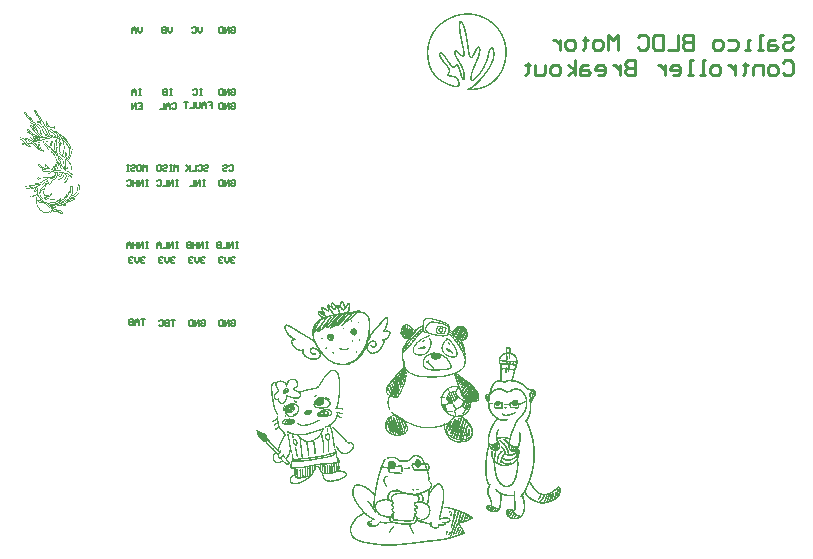
<source format=gbr>
G04*
G04 #@! TF.GenerationSoftware,Altium Limited,Altium Designer,24.10.1 (45)*
G04*
G04 Layer_Color=32896*
%FSLAX25Y25*%
%MOIN*%
G70*
G04*
G04 #@! TF.SameCoordinates,CBAACD6F-12D9-4D4A-9EA7-E70620961981*
G04*
G04*
G04 #@! TF.FilePolarity,Positive*
G04*
G01*
G75*
%ADD11C,0.00500*%
%ADD13C,0.01012*%
G36*
X162091Y188211D02*
X162444D01*
Y188185D01*
X162721D01*
Y188160D01*
X162948D01*
Y188135D01*
X163124D01*
Y188110D01*
X163301D01*
Y188085D01*
X163452D01*
Y188059D01*
X163603D01*
Y188034D01*
X163729D01*
Y188009D01*
X163855D01*
Y187984D01*
X163981D01*
Y187959D01*
X164107D01*
Y187933D01*
X164208D01*
Y187908D01*
X164334D01*
Y187883D01*
X164435D01*
Y187858D01*
X164536D01*
Y187832D01*
X164637D01*
Y187807D01*
X164712D01*
Y187782D01*
X164813D01*
Y187757D01*
X164914D01*
Y187732D01*
X164989D01*
Y187706D01*
X165065D01*
Y187681D01*
X165166D01*
Y187656D01*
X165242D01*
Y187631D01*
X165317D01*
Y187606D01*
X165393D01*
Y187580D01*
X165468D01*
Y187555D01*
X165544D01*
Y187530D01*
X165620D01*
Y187505D01*
X165695D01*
Y187480D01*
X165771D01*
Y187454D01*
X165821D01*
Y187429D01*
X165897D01*
Y187404D01*
X165972D01*
Y187379D01*
X166023D01*
Y187354D01*
X166098D01*
Y187328D01*
X166149D01*
Y187303D01*
X166225D01*
Y187278D01*
X166275D01*
Y187253D01*
X166351D01*
Y187227D01*
X166401D01*
Y187202D01*
X166477D01*
Y187177D01*
X166527D01*
Y187152D01*
X166577D01*
Y187127D01*
X166653D01*
Y187101D01*
X166703D01*
Y187076D01*
X166754D01*
Y187051D01*
X166804D01*
Y187026D01*
X166855D01*
Y187001D01*
X166930D01*
Y186976D01*
X166981D01*
Y186950D01*
X167031D01*
Y186925D01*
X167082D01*
Y186900D01*
X167132D01*
Y186875D01*
X167182D01*
Y186849D01*
X167233D01*
Y186824D01*
X167283D01*
Y186799D01*
X167334D01*
Y186774D01*
X167384D01*
Y186749D01*
X167435D01*
Y186723D01*
X167485D01*
Y186698D01*
X167535D01*
Y186673D01*
X167586D01*
Y186648D01*
X167636D01*
Y186623D01*
X167686D01*
Y186597D01*
X167712D01*
Y186572D01*
X167762D01*
Y186547D01*
X167813D01*
Y186522D01*
X167863D01*
Y186497D01*
X167913D01*
Y186471D01*
X167939D01*
Y186446D01*
X167989D01*
Y186421D01*
X168039D01*
Y186396D01*
X168065D01*
Y186371D01*
X168115D01*
Y186345D01*
X168166D01*
Y186320D01*
X168216D01*
Y186295D01*
X168241D01*
Y186270D01*
X168291D01*
Y186244D01*
X168317D01*
Y186219D01*
X168367D01*
Y186194D01*
X168418D01*
Y186169D01*
X168443D01*
Y186144D01*
X168493D01*
Y186118D01*
X168518D01*
Y186093D01*
X168569D01*
Y186068D01*
X168594D01*
Y186043D01*
X168644D01*
Y186018D01*
X168670D01*
Y185992D01*
X168720D01*
Y185967D01*
X168745D01*
Y185942D01*
X168796D01*
Y185917D01*
X168821D01*
Y185892D01*
X168871D01*
Y185866D01*
X168896D01*
Y185841D01*
X168947D01*
Y185816D01*
X168972D01*
Y185791D01*
X169023D01*
Y185766D01*
X169048D01*
Y185740D01*
X169073D01*
Y185715D01*
X169123D01*
Y185690D01*
X169149D01*
Y185665D01*
X169174D01*
Y185640D01*
X169224D01*
Y185614D01*
X169249D01*
Y185589D01*
X169300D01*
Y185564D01*
X169325D01*
Y185539D01*
X169350D01*
Y185513D01*
X169375D01*
Y185488D01*
X169426D01*
Y185463D01*
X169451D01*
Y185438D01*
X169476D01*
Y185413D01*
X169527D01*
Y185388D01*
X169552D01*
Y185362D01*
X169577D01*
Y185337D01*
X169602D01*
Y185312D01*
X169653D01*
Y185287D01*
X169678D01*
Y185261D01*
X169703D01*
Y185236D01*
X169728D01*
Y185211D01*
X169779D01*
Y185186D01*
X169804D01*
Y185161D01*
X169829D01*
Y185135D01*
X169854D01*
Y185110D01*
X169879D01*
Y185085D01*
X169905D01*
Y185060D01*
X169955D01*
Y185035D01*
X169980D01*
Y185009D01*
X170006D01*
Y184984D01*
X170031D01*
Y184959D01*
X170056D01*
Y184934D01*
X170081D01*
Y184908D01*
X170132D01*
Y184883D01*
X170157D01*
Y184858D01*
X170182D01*
Y184833D01*
X170207D01*
Y184808D01*
X170232D01*
Y184783D01*
X170258D01*
Y184757D01*
X170283D01*
Y184732D01*
X170308D01*
Y184707D01*
X170333D01*
Y184682D01*
X170358D01*
Y184657D01*
X170384D01*
Y184631D01*
X170409D01*
Y184606D01*
X170434D01*
Y184581D01*
X170484D01*
Y184556D01*
X170510D01*
Y184530D01*
X170535D01*
Y184505D01*
X170560D01*
Y184480D01*
X170585D01*
Y184455D01*
X170610D01*
Y184430D01*
X170636D01*
Y184404D01*
X170661D01*
Y184379D01*
X170686D01*
Y184354D01*
X170711D01*
Y184329D01*
X170737D01*
Y184304D01*
X170762D01*
Y184278D01*
X170787D01*
Y184253D01*
X170812D01*
Y184228D01*
X170837D01*
Y184178D01*
X170862D01*
Y184152D01*
X170888D01*
Y184127D01*
X170913D01*
Y184102D01*
X170938D01*
Y184077D01*
X170963D01*
Y184052D01*
X170989D01*
Y184026D01*
X171014D01*
Y184001D01*
X171039D01*
Y183976D01*
X171064D01*
Y183951D01*
X171089D01*
Y183925D01*
X171115D01*
Y183900D01*
X171140D01*
Y183850D01*
X171165D01*
Y183825D01*
X171190D01*
Y183800D01*
X171215D01*
Y183774D01*
X171241D01*
Y183749D01*
X171266D01*
Y183724D01*
X171291D01*
Y183699D01*
X171316D01*
Y183648D01*
X171342D01*
Y183623D01*
X171367D01*
Y183598D01*
X171392D01*
Y183573D01*
X171417D01*
Y183547D01*
X171442D01*
Y183497D01*
X171467D01*
Y183472D01*
X171493D01*
Y183447D01*
X171518D01*
Y183421D01*
X171543D01*
Y183371D01*
X171568D01*
Y183346D01*
X171593D01*
Y183320D01*
X171619D01*
Y183295D01*
X171644D01*
Y183245D01*
X171669D01*
Y183220D01*
X171694D01*
Y183194D01*
X171720D01*
Y183169D01*
X171745D01*
Y183119D01*
X171770D01*
Y183094D01*
X171795D01*
Y183069D01*
X171820D01*
Y183018D01*
X171846D01*
Y182993D01*
X171871D01*
Y182968D01*
X171896D01*
Y182917D01*
X171921D01*
Y182892D01*
X171946D01*
Y182842D01*
X171972D01*
Y182816D01*
X171997D01*
Y182791D01*
X172022D01*
Y182741D01*
X172047D01*
Y182716D01*
X172073D01*
Y182665D01*
X172098D01*
Y182640D01*
X172123D01*
Y182615D01*
X172148D01*
Y182564D01*
X172173D01*
Y182539D01*
X172198D01*
Y182489D01*
X172224D01*
Y182464D01*
X172249D01*
Y182413D01*
X172274D01*
Y182388D01*
X172299D01*
Y182337D01*
X172325D01*
Y182287D01*
X172350D01*
Y182262D01*
X172375D01*
Y182211D01*
X172400D01*
Y182186D01*
X172425D01*
Y182136D01*
X172450D01*
Y182111D01*
X172476D01*
Y182060D01*
X172501D01*
Y182010D01*
X172526D01*
Y181985D01*
X172551D01*
Y181934D01*
X172577D01*
Y181884D01*
X172602D01*
Y181859D01*
X172627D01*
Y181808D01*
X172652D01*
Y181758D01*
X172677D01*
Y181707D01*
X172703D01*
Y181682D01*
X172728D01*
Y181632D01*
X172753D01*
Y181581D01*
X172778D01*
Y181531D01*
X172803D01*
Y181506D01*
X172829D01*
Y181455D01*
X172854D01*
Y181405D01*
X172879D01*
Y181354D01*
X172904D01*
Y181304D01*
X172930D01*
Y181254D01*
X172955D01*
Y181203D01*
X172980D01*
Y181153D01*
X173005D01*
Y181102D01*
X173030D01*
Y181052D01*
X173056D01*
Y181001D01*
X173081D01*
Y180951D01*
X173106D01*
Y180901D01*
X173131D01*
Y180850D01*
X173156D01*
Y180800D01*
X173181D01*
Y180749D01*
X173207D01*
Y180699D01*
X173232D01*
Y180649D01*
X173257D01*
Y180573D01*
X173282D01*
Y180523D01*
X173308D01*
Y180472D01*
X173333D01*
Y180422D01*
X173358D01*
Y180346D01*
X173383D01*
Y180296D01*
X173408D01*
Y180220D01*
X173434D01*
Y180170D01*
X173459D01*
Y180119D01*
X173484D01*
Y180044D01*
X173509D01*
Y179968D01*
X173534D01*
Y179918D01*
X173560D01*
Y179842D01*
X173585D01*
Y179792D01*
X173610D01*
Y179716D01*
X173635D01*
Y179640D01*
X173660D01*
Y179565D01*
X173686D01*
Y179489D01*
X173711D01*
Y179413D01*
X173736D01*
Y179338D01*
X173761D01*
Y179262D01*
X173786D01*
Y179187D01*
X173812D01*
Y179111D01*
X173837D01*
Y179035D01*
X173862D01*
Y178935D01*
X173887D01*
Y178859D01*
X173913D01*
Y178758D01*
X173938D01*
Y178682D01*
X173963D01*
Y178582D01*
X173988D01*
Y178481D01*
X174013D01*
Y178380D01*
X174039D01*
Y178279D01*
X174064D01*
Y178153D01*
X174089D01*
Y178052D01*
X174114D01*
Y177926D01*
X174139D01*
Y177800D01*
X174165D01*
Y177674D01*
X174190D01*
Y177523D01*
X174215D01*
Y177372D01*
X174240D01*
Y177221D01*
X174265D01*
Y177044D01*
X174291D01*
Y176842D01*
X174316D01*
Y176616D01*
X174341D01*
Y176338D01*
X174366D01*
Y175960D01*
X174391D01*
Y174423D01*
X174366D01*
Y174045D01*
X174341D01*
Y173767D01*
X174316D01*
Y173515D01*
X174291D01*
Y173314D01*
X174265D01*
Y173137D01*
X174240D01*
Y172961D01*
X174215D01*
Y172809D01*
X174190D01*
Y172658D01*
X174165D01*
Y172507D01*
X174139D01*
Y172381D01*
X174114D01*
Y172255D01*
X174089D01*
Y172129D01*
X174064D01*
Y172028D01*
X174039D01*
Y171902D01*
X174013D01*
Y171801D01*
X173988D01*
Y171700D01*
X173963D01*
Y171599D01*
X173938D01*
Y171499D01*
X173913D01*
Y171423D01*
X173887D01*
Y171322D01*
X173862D01*
Y171221D01*
X173837D01*
Y171146D01*
X173812D01*
Y171070D01*
X173786D01*
Y170969D01*
X173761D01*
Y170894D01*
X173736D01*
Y170818D01*
X173711D01*
Y170742D01*
X173686D01*
Y170667D01*
X173660D01*
Y170591D01*
X173635D01*
Y170516D01*
X173610D01*
Y170440D01*
X173585D01*
Y170364D01*
X173560D01*
Y170314D01*
X173534D01*
Y170238D01*
X173509D01*
Y170163D01*
X173484D01*
Y170112D01*
X173459D01*
Y170037D01*
X173434D01*
Y169986D01*
X173408D01*
Y169911D01*
X173383D01*
Y169860D01*
X173358D01*
Y169785D01*
X173333D01*
Y169734D01*
X173308D01*
Y169684D01*
X173282D01*
Y169608D01*
X173257D01*
Y169558D01*
X173232D01*
Y169507D01*
X173207D01*
Y169457D01*
X173181D01*
Y169407D01*
X173156D01*
Y169331D01*
X173131D01*
Y169281D01*
X173106D01*
Y169230D01*
X173081D01*
Y169180D01*
X173056D01*
Y169129D01*
X173030D01*
Y169079D01*
X173005D01*
Y169028D01*
X172980D01*
Y168978D01*
X172955D01*
Y168928D01*
X172930D01*
Y168877D01*
X172904D01*
Y168827D01*
X172879D01*
Y168776D01*
X172854D01*
Y168726D01*
X172829D01*
Y168676D01*
X172803D01*
Y168650D01*
X172778D01*
Y168600D01*
X172753D01*
Y168550D01*
X172728D01*
Y168499D01*
X172703D01*
Y168449D01*
X172677D01*
Y168423D01*
X172652D01*
Y168373D01*
X172627D01*
Y168323D01*
X172602D01*
Y168298D01*
X172577D01*
Y168247D01*
X172551D01*
Y168197D01*
X172526D01*
Y168146D01*
X172501D01*
Y168121D01*
X172476D01*
Y168071D01*
X172450D01*
Y168045D01*
X172425D01*
Y167995D01*
X172400D01*
Y167945D01*
X172375D01*
Y167919D01*
X172350D01*
Y167869D01*
X172325D01*
Y167844D01*
X172299D01*
Y167793D01*
X172274D01*
Y167768D01*
X172249D01*
Y167718D01*
X172224D01*
Y167692D01*
X172198D01*
Y167642D01*
X172173D01*
Y167617D01*
X172148D01*
Y167567D01*
X172123D01*
Y167541D01*
X172098D01*
Y167491D01*
X172073D01*
Y167466D01*
X172047D01*
Y167415D01*
X172022D01*
Y167390D01*
X171997D01*
Y167365D01*
X171972D01*
Y167314D01*
X171946D01*
Y167289D01*
X171921D01*
Y167239D01*
X171896D01*
Y167214D01*
X171871D01*
Y167188D01*
X171846D01*
Y167138D01*
X171820D01*
Y167113D01*
X171795D01*
Y167088D01*
X171770D01*
Y167037D01*
X171745D01*
Y167012D01*
X171720D01*
Y166987D01*
X171694D01*
Y166936D01*
X171669D01*
Y166911D01*
X171644D01*
Y166886D01*
X171619D01*
Y166861D01*
X171593D01*
Y166810D01*
X171568D01*
Y166785D01*
X171543D01*
Y166760D01*
X171518D01*
Y166735D01*
X171493D01*
Y166684D01*
X171467D01*
Y166659D01*
X171442D01*
Y166634D01*
X171417D01*
Y166609D01*
X171392D01*
Y166583D01*
X171367D01*
Y166533D01*
X171342D01*
Y166508D01*
X171316D01*
Y166483D01*
X171291D01*
Y166457D01*
X171266D01*
Y166432D01*
X171241D01*
Y166407D01*
X171215D01*
Y166382D01*
X171190D01*
Y166331D01*
X171165D01*
Y166306D01*
X171140D01*
Y166281D01*
X171115D01*
Y166256D01*
X171089D01*
Y166231D01*
X171064D01*
Y166205D01*
X171039D01*
Y166180D01*
X171014D01*
Y166155D01*
X170989D01*
Y166130D01*
X170963D01*
Y166104D01*
X170938D01*
Y166079D01*
X170913D01*
Y166054D01*
X170888D01*
Y166029D01*
X170862D01*
Y165979D01*
X170837D01*
Y165953D01*
X170812D01*
Y165928D01*
X170787D01*
Y165903D01*
X170762D01*
Y165878D01*
X170737D01*
Y165852D01*
X170711D01*
Y165827D01*
X170686D01*
Y165802D01*
X170661D01*
Y165777D01*
X170610D01*
Y165752D01*
X170585D01*
Y165726D01*
X170560D01*
Y165701D01*
X170535D01*
Y165676D01*
X170510D01*
Y165651D01*
X170484D01*
Y165626D01*
X170459D01*
Y165600D01*
X170434D01*
Y165575D01*
X170409D01*
Y165550D01*
X170384D01*
Y165525D01*
X170358D01*
Y165500D01*
X170333D01*
Y165474D01*
X170283D01*
Y165449D01*
X170258D01*
Y165424D01*
X170232D01*
Y165399D01*
X170207D01*
Y165374D01*
X170182D01*
Y165348D01*
X170157D01*
Y165323D01*
X170132D01*
Y165298D01*
X170081D01*
Y165273D01*
X170056D01*
Y165247D01*
X170031D01*
Y165222D01*
X170006D01*
Y165197D01*
X169955D01*
Y165172D01*
X169930D01*
Y165147D01*
X169905D01*
Y165121D01*
X169879D01*
Y165096D01*
X169829D01*
Y165071D01*
X169804D01*
Y165046D01*
X169779D01*
Y165021D01*
X169753D01*
Y164996D01*
X169703D01*
Y164970D01*
X169678D01*
Y164945D01*
X169653D01*
Y164920D01*
X169602D01*
Y164895D01*
X169577D01*
Y164869D01*
X169527D01*
Y164844D01*
X169501D01*
Y164819D01*
X169476D01*
Y164794D01*
X169426D01*
Y164769D01*
X169401D01*
Y164743D01*
X169350D01*
Y164718D01*
X169325D01*
Y164693D01*
X169274D01*
Y164668D01*
X169249D01*
Y164643D01*
X169224D01*
Y164617D01*
X169174D01*
Y164592D01*
X169149D01*
Y164567D01*
X169098D01*
Y164542D01*
X169048D01*
Y164516D01*
X169023D01*
Y164491D01*
X168972D01*
Y164466D01*
X168947D01*
Y164441D01*
X168896D01*
Y164416D01*
X168871D01*
Y164391D01*
X168821D01*
Y164365D01*
X168770D01*
Y164340D01*
X168745D01*
Y164315D01*
X168695D01*
Y164290D01*
X168644D01*
Y164265D01*
X168594D01*
Y164239D01*
X168569D01*
Y164214D01*
X168518D01*
Y164189D01*
X168468D01*
Y164164D01*
X168418D01*
Y164138D01*
X168392D01*
Y164113D01*
X168342D01*
Y164088D01*
X168291D01*
Y164063D01*
X168241D01*
Y164038D01*
X168191D01*
Y164012D01*
X168140D01*
Y163987D01*
X168090D01*
Y163962D01*
X168039D01*
Y163937D01*
X167989D01*
Y163912D01*
X167939D01*
Y163886D01*
X167888D01*
Y163861D01*
X167838D01*
Y163836D01*
X167787D01*
Y163811D01*
X167737D01*
Y163786D01*
X167661D01*
Y163760D01*
X167611D01*
Y163735D01*
X167561D01*
Y163710D01*
X167510D01*
Y163685D01*
X167435D01*
Y163660D01*
X167384D01*
Y163634D01*
X167334D01*
Y163609D01*
X167258D01*
Y163584D01*
X167208D01*
Y163559D01*
X167132D01*
Y163533D01*
X167082D01*
Y163508D01*
X167006D01*
Y163483D01*
X166955D01*
Y163458D01*
X166880D01*
Y163433D01*
X166804D01*
Y163407D01*
X166754D01*
Y163382D01*
X166678D01*
Y163357D01*
X166603D01*
Y163332D01*
X166527D01*
Y163307D01*
X166451D01*
Y163281D01*
X166376D01*
Y163256D01*
X166300D01*
Y163231D01*
X166225D01*
Y163206D01*
X166149D01*
Y163181D01*
X166048D01*
Y163155D01*
X165972D01*
Y163130D01*
X165897D01*
Y163105D01*
X165796D01*
Y163080D01*
X165695D01*
Y163055D01*
X165620D01*
Y163029D01*
X165519D01*
Y163004D01*
X165418D01*
Y162979D01*
X165317D01*
Y162954D01*
X165191D01*
Y162928D01*
X165090D01*
Y162903D01*
X164964D01*
Y162878D01*
X164838D01*
Y162853D01*
X164712D01*
Y162828D01*
X164586D01*
Y162803D01*
X164435D01*
Y162777D01*
X164284D01*
Y162752D01*
X164107D01*
Y162727D01*
X163931D01*
Y162702D01*
X163704D01*
Y162676D01*
X163477D01*
Y162651D01*
X163200D01*
Y162626D01*
X162721D01*
Y162601D01*
X162015D01*
Y162626D01*
X161687D01*
Y162651D01*
X161561D01*
Y162676D01*
X161460D01*
Y162702D01*
X161385D01*
Y162727D01*
X161335D01*
Y162752D01*
X161309D01*
Y162777D01*
X161284D01*
Y162803D01*
X161259D01*
Y162954D01*
X161284D01*
Y162979D01*
X161309D01*
Y163004D01*
X161335D01*
Y163029D01*
X161360D01*
Y163055D01*
X161410D01*
Y163080D01*
X161460D01*
Y163105D01*
X161486D01*
Y163130D01*
X161536D01*
Y163155D01*
X161587D01*
Y163181D01*
X161637D01*
Y163206D01*
X161713D01*
Y163231D01*
X161763D01*
Y163256D01*
X161813D01*
Y163281D01*
X161864D01*
Y163307D01*
X161940D01*
Y163332D01*
X161990D01*
Y163357D01*
X162040D01*
Y163382D01*
X162116D01*
Y163407D01*
X162166D01*
Y163433D01*
X162217D01*
Y163458D01*
X162267D01*
Y163483D01*
X162292D01*
Y163508D01*
X162343D01*
Y163533D01*
X162368D01*
Y163559D01*
X162418D01*
Y163584D01*
X162469D01*
Y163609D01*
X162494D01*
Y163634D01*
X162519D01*
Y163660D01*
X162570D01*
Y163685D01*
X162595D01*
Y163710D01*
X162645D01*
Y163735D01*
X162670D01*
Y163760D01*
X162696D01*
Y163786D01*
X162746D01*
Y163811D01*
X162771D01*
Y163836D01*
X162796D01*
Y163861D01*
X162847D01*
Y163886D01*
X162872D01*
Y163912D01*
X162897D01*
Y163937D01*
X162948D01*
Y163962D01*
X162973D01*
Y163987D01*
X162998D01*
Y164012D01*
X163023D01*
Y164038D01*
X163074D01*
Y164063D01*
X163099D01*
Y164088D01*
X163124D01*
Y164113D01*
X163149D01*
Y164138D01*
X163175D01*
Y164164D01*
X163225D01*
Y164189D01*
X163250D01*
Y164214D01*
X163275D01*
Y164239D01*
X163301D01*
Y164265D01*
X163326D01*
Y164290D01*
X163351D01*
Y164315D01*
X163401D01*
Y164340D01*
X163427D01*
Y164365D01*
X163452D01*
Y164391D01*
X163477D01*
Y164416D01*
X163502D01*
Y164441D01*
X163528D01*
Y164466D01*
X163553D01*
Y164491D01*
X163603D01*
Y164516D01*
X163628D01*
Y164542D01*
X163654D01*
Y164567D01*
X163679D01*
Y164592D01*
X163704D01*
Y164617D01*
X163729D01*
Y164643D01*
X163754D01*
Y164668D01*
X163779D01*
Y164693D01*
X163805D01*
Y164718D01*
X163830D01*
Y164743D01*
X163880D01*
Y164769D01*
X163906D01*
Y164794D01*
X163931D01*
Y164819D01*
X163956D01*
Y164844D01*
X163981D01*
Y164869D01*
X164006D01*
Y164895D01*
X164032D01*
Y164920D01*
X164057D01*
Y164945D01*
X164082D01*
Y164970D01*
X164107D01*
Y164996D01*
X164132D01*
Y165021D01*
X164158D01*
Y165046D01*
X164183D01*
Y165071D01*
X164208D01*
Y165096D01*
X164233D01*
Y165121D01*
X164258D01*
Y165147D01*
X164284D01*
Y165172D01*
X164309D01*
Y165197D01*
X164334D01*
Y165222D01*
X164359D01*
Y165247D01*
X164384D01*
Y165273D01*
X164410D01*
Y165298D01*
X164435D01*
Y165323D01*
X164460D01*
Y165348D01*
X164485D01*
Y165374D01*
X164511D01*
Y165399D01*
X164536D01*
Y165424D01*
X164561D01*
Y165449D01*
X164586D01*
Y165474D01*
X164611D01*
Y165500D01*
X164637D01*
Y165525D01*
X164662D01*
Y165550D01*
X164687D01*
Y165575D01*
X164712D01*
Y165600D01*
X164737D01*
Y165626D01*
X164763D01*
Y165651D01*
X164788D01*
Y165676D01*
X164813D01*
Y165701D01*
X164838D01*
Y165726D01*
X164863D01*
Y165752D01*
X164889D01*
Y165777D01*
X164914D01*
Y165802D01*
X164939D01*
Y165827D01*
X164964D01*
Y165878D01*
X164989D01*
Y165903D01*
X165015D01*
Y165928D01*
X165040D01*
Y165953D01*
X165065D01*
Y165979D01*
X165090D01*
Y166004D01*
X165115D01*
Y166029D01*
X165141D01*
Y166054D01*
X165166D01*
Y166079D01*
X165191D01*
Y166104D01*
X165216D01*
Y166130D01*
X165242D01*
Y166180D01*
X165267D01*
Y166205D01*
X165292D01*
Y166231D01*
X165317D01*
Y166256D01*
X165342D01*
Y166281D01*
X165367D01*
Y166306D01*
X165393D01*
Y166331D01*
X165418D01*
Y166357D01*
X165443D01*
Y166382D01*
X165468D01*
Y166432D01*
X165494D01*
Y166457D01*
X165519D01*
Y166483D01*
X165544D01*
Y166508D01*
X165569D01*
Y166533D01*
X165594D01*
Y166558D01*
X165620D01*
Y166583D01*
X165645D01*
Y166634D01*
X165670D01*
Y166659D01*
X165695D01*
Y166684D01*
X165720D01*
Y166709D01*
X165746D01*
Y166735D01*
X165771D01*
Y166760D01*
X165796D01*
Y166785D01*
X165821D01*
Y166835D01*
X165847D01*
Y166861D01*
X165872D01*
Y166886D01*
X165897D01*
Y166911D01*
X165922D01*
Y166936D01*
X165947D01*
Y166962D01*
X165972D01*
Y167012D01*
X165998D01*
Y167037D01*
X166023D01*
Y167062D01*
X166048D01*
Y167088D01*
X166073D01*
Y167113D01*
X166098D01*
Y167163D01*
X166124D01*
Y167188D01*
X166149D01*
Y167214D01*
X166174D01*
Y167239D01*
X166199D01*
Y167264D01*
X166225D01*
Y167314D01*
X166250D01*
Y167340D01*
X166275D01*
Y167365D01*
X166300D01*
Y167390D01*
X166325D01*
Y167440D01*
X166351D01*
Y167466D01*
X166376D01*
Y167491D01*
X166401D01*
Y167516D01*
X166426D01*
Y167541D01*
X166451D01*
Y167592D01*
X166477D01*
Y167617D01*
X166502D01*
Y167642D01*
X166527D01*
Y167667D01*
X166552D01*
Y167718D01*
X166577D01*
Y167743D01*
X166603D01*
Y167768D01*
X166628D01*
Y167819D01*
X166653D01*
Y167844D01*
X166678D01*
Y167869D01*
X166703D01*
Y167894D01*
X166729D01*
Y167945D01*
X166754D01*
Y167970D01*
X166779D01*
Y167995D01*
X166804D01*
Y168045D01*
X166830D01*
Y168071D01*
X166855D01*
Y168096D01*
X166880D01*
Y168121D01*
X166905D01*
Y168172D01*
X166930D01*
Y168197D01*
X166955D01*
Y168222D01*
X166981D01*
Y168272D01*
X167006D01*
Y168298D01*
X167031D01*
Y168323D01*
X167056D01*
Y168373D01*
X167082D01*
Y168398D01*
X167107D01*
Y168423D01*
X167132D01*
Y168474D01*
X167157D01*
Y168499D01*
X167182D01*
Y168524D01*
X167208D01*
Y168575D01*
X167233D01*
Y168600D01*
X167258D01*
Y168625D01*
X167283D01*
Y168676D01*
X167308D01*
Y168701D01*
X167334D01*
Y168751D01*
X167359D01*
Y168776D01*
X167384D01*
Y168802D01*
X167409D01*
Y168852D01*
X167435D01*
Y168877D01*
X167460D01*
Y168928D01*
X167485D01*
Y168953D01*
X167510D01*
Y168978D01*
X167535D01*
Y169028D01*
X167561D01*
Y169054D01*
X167586D01*
Y169104D01*
X167611D01*
Y169129D01*
X167636D01*
Y169155D01*
X167661D01*
Y169205D01*
X167686D01*
Y169230D01*
X167712D01*
Y169281D01*
X167737D01*
Y169306D01*
X167762D01*
Y169356D01*
X167787D01*
Y169381D01*
X167813D01*
Y169432D01*
X167838D01*
Y169457D01*
X167863D01*
Y169507D01*
X167888D01*
Y169533D01*
X167913D01*
Y169583D01*
X167939D01*
Y169608D01*
X167964D01*
Y169659D01*
X167989D01*
Y169684D01*
X168014D01*
Y169734D01*
X168039D01*
Y169760D01*
X168065D01*
Y169810D01*
X168090D01*
Y169860D01*
X168115D01*
Y169886D01*
X168140D01*
Y169936D01*
X168166D01*
Y169961D01*
X168191D01*
Y170011D01*
X168216D01*
Y170037D01*
X168241D01*
Y170087D01*
X168266D01*
Y170138D01*
X168291D01*
Y170163D01*
X168317D01*
Y170213D01*
X168342D01*
Y170264D01*
X168367D01*
Y170289D01*
X168392D01*
Y170339D01*
X168418D01*
Y170390D01*
X168443D01*
Y170440D01*
X168468D01*
Y170465D01*
X168493D01*
Y170516D01*
X168518D01*
Y170566D01*
X168544D01*
Y170616D01*
X168569D01*
Y170642D01*
X168594D01*
Y170692D01*
X168619D01*
Y170742D01*
X168644D01*
Y170793D01*
X168670D01*
Y170843D01*
X168695D01*
Y170869D01*
X168720D01*
Y170919D01*
X168745D01*
Y170969D01*
X168770D01*
Y171020D01*
X168796D01*
Y171070D01*
X168821D01*
Y171121D01*
X168846D01*
Y171171D01*
X168871D01*
Y171221D01*
X168896D01*
Y171272D01*
X168922D01*
Y171322D01*
X168947D01*
Y171373D01*
X168972D01*
Y171423D01*
X168997D01*
Y171474D01*
X169023D01*
Y171524D01*
X169048D01*
Y171599D01*
X169073D01*
Y171650D01*
X169098D01*
Y171700D01*
X169123D01*
Y171751D01*
X169149D01*
Y171801D01*
X169174D01*
Y171877D01*
X169199D01*
Y171927D01*
X169224D01*
Y171978D01*
X169249D01*
Y172053D01*
X169274D01*
Y172104D01*
X169300D01*
Y172179D01*
X169325D01*
Y172230D01*
X169350D01*
Y172305D01*
X169375D01*
Y172381D01*
X169401D01*
Y172457D01*
X169426D01*
Y172507D01*
X169451D01*
Y172583D01*
X169476D01*
Y172658D01*
X169501D01*
Y172734D01*
X169527D01*
Y172809D01*
X169552D01*
Y172910D01*
X169577D01*
Y172986D01*
X169602D01*
Y173087D01*
X169627D01*
Y173162D01*
X169653D01*
Y173263D01*
X169678D01*
Y173389D01*
X169703D01*
Y173490D01*
X169728D01*
Y173616D01*
X169753D01*
Y173767D01*
X169779D01*
Y173918D01*
X169804D01*
Y174120D01*
X169829D01*
Y174448D01*
X169854D01*
Y175002D01*
X169829D01*
Y175305D01*
X169804D01*
Y175481D01*
X169779D01*
Y175607D01*
X169753D01*
Y175733D01*
X169728D01*
Y175834D01*
X169703D01*
Y175910D01*
X169678D01*
Y175986D01*
X169653D01*
Y176036D01*
X169627D01*
Y176086D01*
X169602D01*
Y176137D01*
X169577D01*
Y176187D01*
X169552D01*
Y176237D01*
X169527D01*
Y176263D01*
X169501D01*
Y176313D01*
X169476D01*
Y176338D01*
X169451D01*
Y176364D01*
X169401D01*
Y176389D01*
X169300D01*
Y176364D01*
X169249D01*
Y176338D01*
X169199D01*
Y176313D01*
X169174D01*
Y176288D01*
X169149D01*
Y176263D01*
X169123D01*
Y176212D01*
X169098D01*
Y176187D01*
X169073D01*
Y176162D01*
X169048D01*
Y176111D01*
X169023D01*
Y176061D01*
X168997D01*
Y176011D01*
X168972D01*
Y175960D01*
X168947D01*
Y175910D01*
X168922D01*
Y175859D01*
X168896D01*
Y175784D01*
X168871D01*
Y175708D01*
X168846D01*
Y175633D01*
X168821D01*
Y175557D01*
X168796D01*
Y175481D01*
X168770D01*
Y175381D01*
X168745D01*
Y175280D01*
X168720D01*
Y175179D01*
X168695D01*
Y175078D01*
X168670D01*
Y174952D01*
X168644D01*
Y174851D01*
X168619D01*
Y174725D01*
X168594D01*
Y174599D01*
X168569D01*
Y174498D01*
X168544D01*
Y174372D01*
X168518D01*
Y174271D01*
X168493D01*
Y174171D01*
X168468D01*
Y174070D01*
X168443D01*
Y173944D01*
X168418D01*
Y173868D01*
X168392D01*
Y173767D01*
X168367D01*
Y173667D01*
X168342D01*
Y173566D01*
X168317D01*
Y173490D01*
X168291D01*
Y173389D01*
X168266D01*
Y173314D01*
X168241D01*
Y173238D01*
X168216D01*
Y173137D01*
X168191D01*
Y173062D01*
X168166D01*
Y172986D01*
X168140D01*
Y172885D01*
X168115D01*
Y172809D01*
X168090D01*
Y172734D01*
X168065D01*
Y172658D01*
X168039D01*
Y172583D01*
X168014D01*
Y172507D01*
X167989D01*
Y172431D01*
X167964D01*
Y172356D01*
X167939D01*
Y172305D01*
X167913D01*
Y172230D01*
X167888D01*
Y172154D01*
X167863D01*
Y172079D01*
X167838D01*
Y172028D01*
X167813D01*
Y171952D01*
X167787D01*
Y171902D01*
X167762D01*
Y171826D01*
X167737D01*
Y171776D01*
X167712D01*
Y171700D01*
X167686D01*
Y171650D01*
X167661D01*
Y171574D01*
X167636D01*
Y171524D01*
X167611D01*
Y171474D01*
X167586D01*
Y171398D01*
X167561D01*
Y171347D01*
X167535D01*
Y171297D01*
X167510D01*
Y171221D01*
X167485D01*
Y171171D01*
X167460D01*
Y171121D01*
X167435D01*
Y171070D01*
X167409D01*
Y171020D01*
X167384D01*
Y170944D01*
X167359D01*
Y170894D01*
X167334D01*
Y170843D01*
X167308D01*
Y170793D01*
X167283D01*
Y170742D01*
X167258D01*
Y170692D01*
X167233D01*
Y170642D01*
X167208D01*
Y170591D01*
X167182D01*
Y170541D01*
X167157D01*
Y170491D01*
X167132D01*
Y170440D01*
X167107D01*
Y170390D01*
X167082D01*
Y170339D01*
X167056D01*
Y170314D01*
X167031D01*
Y170264D01*
X167006D01*
Y170213D01*
X166981D01*
Y170163D01*
X166955D01*
Y170112D01*
X166930D01*
Y170062D01*
X166905D01*
Y170037D01*
X166880D01*
Y169986D01*
X166855D01*
Y169936D01*
X166830D01*
Y169886D01*
X166804D01*
Y169835D01*
X166779D01*
Y169810D01*
X166754D01*
Y169760D01*
X166729D01*
Y169709D01*
X166703D01*
Y169684D01*
X166678D01*
Y169633D01*
X166653D01*
Y169583D01*
X166628D01*
Y169533D01*
X166603D01*
Y169507D01*
X166577D01*
Y169457D01*
X166552D01*
Y169407D01*
X166527D01*
Y169381D01*
X166502D01*
Y169331D01*
X166477D01*
Y169281D01*
X166451D01*
Y169255D01*
X166426D01*
Y169205D01*
X166401D01*
Y169180D01*
X166376D01*
Y169129D01*
X166351D01*
Y169079D01*
X166325D01*
Y169054D01*
X166300D01*
Y169003D01*
X166275D01*
Y168978D01*
X166250D01*
Y168928D01*
X166225D01*
Y168902D01*
X166199D01*
Y168852D01*
X166174D01*
Y168802D01*
X166149D01*
Y168776D01*
X166124D01*
Y168726D01*
X166098D01*
Y168701D01*
X166073D01*
Y168650D01*
X166048D01*
Y168625D01*
X166023D01*
Y168600D01*
X165998D01*
Y168550D01*
X165972D01*
Y168524D01*
X165947D01*
Y168474D01*
X165922D01*
Y168449D01*
X165897D01*
Y168398D01*
X165872D01*
Y168373D01*
X165847D01*
Y168348D01*
X165821D01*
Y168298D01*
X165796D01*
Y168272D01*
X165771D01*
Y168222D01*
X165746D01*
Y168197D01*
X165720D01*
Y168172D01*
X165695D01*
Y168121D01*
X165670D01*
Y168096D01*
X165645D01*
Y168071D01*
X165620D01*
Y168020D01*
X165594D01*
Y167995D01*
X165569D01*
Y167970D01*
X165544D01*
Y167919D01*
X165519D01*
Y167894D01*
X165494D01*
Y167869D01*
X165468D01*
Y167819D01*
X165443D01*
Y167793D01*
X165418D01*
Y167768D01*
X165393D01*
Y167743D01*
X165367D01*
Y167692D01*
X165342D01*
Y167667D01*
X165317D01*
Y167642D01*
X165292D01*
Y167617D01*
X165267D01*
Y167567D01*
X165242D01*
Y167541D01*
X165216D01*
Y167516D01*
X165191D01*
Y167491D01*
X165166D01*
Y167440D01*
X165141D01*
Y167415D01*
X165115D01*
Y167390D01*
X165090D01*
Y167365D01*
X165065D01*
Y167340D01*
X165040D01*
Y167289D01*
X165015D01*
Y167264D01*
X164989D01*
Y167239D01*
X164964D01*
Y167214D01*
X164939D01*
Y167188D01*
X164914D01*
Y167138D01*
X164889D01*
Y167113D01*
X164863D01*
Y167088D01*
X164838D01*
Y167062D01*
X164813D01*
Y167037D01*
X164788D01*
Y167012D01*
X164763D01*
Y166987D01*
X164737D01*
Y166936D01*
X164712D01*
Y166911D01*
X164687D01*
Y166886D01*
X164662D01*
Y166861D01*
X164637D01*
Y166835D01*
X164611D01*
Y166810D01*
X164586D01*
Y166785D01*
X164561D01*
Y166760D01*
X164536D01*
Y166735D01*
X164511D01*
Y166684D01*
X164485D01*
Y166659D01*
X164460D01*
Y166634D01*
X164435D01*
Y166609D01*
X164410D01*
Y166583D01*
X164384D01*
Y166558D01*
X164359D01*
Y166533D01*
X164334D01*
Y166508D01*
X164309D01*
Y166483D01*
X164284D01*
Y166457D01*
X164258D01*
Y166432D01*
X164233D01*
Y166407D01*
X164208D01*
Y166382D01*
X164183D01*
Y166357D01*
X164158D01*
Y166331D01*
X164132D01*
Y166306D01*
X164107D01*
Y166281D01*
X164082D01*
Y166256D01*
X164057D01*
Y166231D01*
X164032D01*
Y166205D01*
X164006D01*
Y166180D01*
X163956D01*
Y166155D01*
X163931D01*
Y166130D01*
X163906D01*
Y166104D01*
X163880D01*
Y166079D01*
X163855D01*
Y166054D01*
X163830D01*
Y166029D01*
X163805D01*
Y166004D01*
X163754D01*
Y165979D01*
X163729D01*
Y165953D01*
X163704D01*
Y165928D01*
X163654D01*
Y165903D01*
X163628D01*
Y165878D01*
X163603D01*
Y165852D01*
X163553D01*
Y165827D01*
X163502D01*
Y165802D01*
X163477D01*
Y165777D01*
X163427D01*
Y165752D01*
X163376D01*
Y165726D01*
X163326D01*
Y165701D01*
X163275D01*
Y165676D01*
X163225D01*
Y165651D01*
X163124D01*
Y165626D01*
X162998D01*
Y165600D01*
X162822D01*
Y165626D01*
X162721D01*
Y165651D01*
X162645D01*
Y165676D01*
X162595D01*
Y165701D01*
X162570D01*
Y165726D01*
X162519D01*
Y165752D01*
X162494D01*
Y165777D01*
X162469D01*
Y165802D01*
X162444D01*
Y165827D01*
X162418D01*
Y165852D01*
X162393D01*
Y165903D01*
X162368D01*
Y165928D01*
X162343D01*
Y165979D01*
X162318D01*
Y166029D01*
X162292D01*
Y166104D01*
X162267D01*
Y166180D01*
X162242D01*
Y166331D01*
X162217D01*
Y166911D01*
X162242D01*
Y167138D01*
X162267D01*
Y167314D01*
X162292D01*
Y167466D01*
X162318D01*
Y167592D01*
X162343D01*
Y167718D01*
X162368D01*
Y167844D01*
X162393D01*
Y167945D01*
X162418D01*
Y168071D01*
X162444D01*
Y168172D01*
X162469D01*
Y168272D01*
X162494D01*
Y168373D01*
X162519D01*
Y168449D01*
X162544D01*
Y168550D01*
X162570D01*
Y168625D01*
X162595D01*
Y168726D01*
X162620D01*
Y168802D01*
X162645D01*
Y168877D01*
X162670D01*
Y168953D01*
X162696D01*
Y169028D01*
X162721D01*
Y169104D01*
X162746D01*
Y169180D01*
X162771D01*
Y169255D01*
X162796D01*
Y169331D01*
X162822D01*
Y169381D01*
X162847D01*
Y169457D01*
X162872D01*
Y169533D01*
X162897D01*
Y169583D01*
X162923D01*
Y169659D01*
X162948D01*
Y169709D01*
X162973D01*
Y169785D01*
X162998D01*
Y169835D01*
X163023D01*
Y169911D01*
X163049D01*
Y169961D01*
X163074D01*
Y170037D01*
X163099D01*
Y170087D01*
X163124D01*
Y170138D01*
X163149D01*
Y170213D01*
X163175D01*
Y170264D01*
X163200D01*
Y170314D01*
X163225D01*
Y170364D01*
X163250D01*
Y170440D01*
X163275D01*
Y170491D01*
X163301D01*
Y170541D01*
X163326D01*
Y170616D01*
X163351D01*
Y170667D01*
X163376D01*
Y170717D01*
X163401D01*
Y170768D01*
X163427D01*
Y170843D01*
X163452D01*
Y170894D01*
X163477D01*
Y170944D01*
X163502D01*
Y170995D01*
X163528D01*
Y171045D01*
X163553D01*
Y171121D01*
X163578D01*
Y171171D01*
X163603D01*
Y171221D01*
X163628D01*
Y171272D01*
X163654D01*
Y171347D01*
X163679D01*
Y171398D01*
X163704D01*
Y171448D01*
X163729D01*
Y171499D01*
X163754D01*
Y171574D01*
X163779D01*
Y171625D01*
X163805D01*
Y171675D01*
X163830D01*
Y171726D01*
X163855D01*
Y171801D01*
X163880D01*
Y171852D01*
X163906D01*
Y171902D01*
X163931D01*
Y171952D01*
X163956D01*
Y172028D01*
X163981D01*
Y172079D01*
X164006D01*
Y172129D01*
X164032D01*
Y172204D01*
X164057D01*
Y172255D01*
X164082D01*
Y172305D01*
X164107D01*
Y172381D01*
X164132D01*
Y172431D01*
X164158D01*
Y172507D01*
X164183D01*
Y172557D01*
X164208D01*
Y172608D01*
X164233D01*
Y172683D01*
X164258D01*
Y172734D01*
X164284D01*
Y172809D01*
X164309D01*
Y172860D01*
X164334D01*
Y172935D01*
X164359D01*
Y172986D01*
X164384D01*
Y173062D01*
X164410D01*
Y173137D01*
X164435D01*
Y173187D01*
X164460D01*
Y173263D01*
X164485D01*
Y173339D01*
X164511D01*
Y173389D01*
X164536D01*
Y173465D01*
X164561D01*
Y173540D01*
X164586D01*
Y173616D01*
X164611D01*
Y173692D01*
X164637D01*
Y173767D01*
X164662D01*
Y173843D01*
X164687D01*
Y173918D01*
X164712D01*
Y173994D01*
X164737D01*
Y174070D01*
X164763D01*
Y174145D01*
X164788D01*
Y174246D01*
X164813D01*
Y174322D01*
X164838D01*
Y174398D01*
X164863D01*
Y174498D01*
X164889D01*
Y174599D01*
X164914D01*
Y174700D01*
X164939D01*
Y174801D01*
X164964D01*
Y174902D01*
X164989D01*
Y175002D01*
X165015D01*
Y175128D01*
X165040D01*
Y175280D01*
X165065D01*
Y175406D01*
X165090D01*
Y175607D01*
X165115D01*
Y175885D01*
X165141D01*
Y176288D01*
X165115D01*
Y176490D01*
X165090D01*
Y176616D01*
X165065D01*
Y176666D01*
X165040D01*
Y176691D01*
X164989D01*
Y176666D01*
X164939D01*
Y176641D01*
X164914D01*
Y176616D01*
X164889D01*
Y176590D01*
X164863D01*
Y176565D01*
X164838D01*
Y176540D01*
X164813D01*
Y176515D01*
X164788D01*
Y176490D01*
X164763D01*
Y176464D01*
X164737D01*
Y176439D01*
X164712D01*
Y176414D01*
X164687D01*
Y176364D01*
X164662D01*
Y176338D01*
X164637D01*
Y176313D01*
X164611D01*
Y176263D01*
X164586D01*
Y176237D01*
X164561D01*
Y176187D01*
X164536D01*
Y176162D01*
X164511D01*
Y176111D01*
X164485D01*
Y176086D01*
X164460D01*
Y176036D01*
X164435D01*
Y175986D01*
X164410D01*
Y175960D01*
X164384D01*
Y175910D01*
X164359D01*
Y175859D01*
X164334D01*
Y175809D01*
X164309D01*
Y175784D01*
X164284D01*
Y175733D01*
X164258D01*
Y175683D01*
X164233D01*
Y175633D01*
X164208D01*
Y175582D01*
X164183D01*
Y175532D01*
X164158D01*
Y175481D01*
X164132D01*
Y175431D01*
X164107D01*
Y175381D01*
X164082D01*
Y175330D01*
X164057D01*
Y175280D01*
X164032D01*
Y175229D01*
X164006D01*
Y175179D01*
X163981D01*
Y175128D01*
X163956D01*
Y175053D01*
X163931D01*
Y175002D01*
X163906D01*
Y174952D01*
X163880D01*
Y174902D01*
X163855D01*
Y174851D01*
X163830D01*
Y174801D01*
X163805D01*
Y174750D01*
X163779D01*
Y174700D01*
X163754D01*
Y174650D01*
X163729D01*
Y174599D01*
X163704D01*
Y174549D01*
X163679D01*
Y174473D01*
X163654D01*
Y174423D01*
X163628D01*
Y174372D01*
X163603D01*
Y174322D01*
X163578D01*
Y174271D01*
X163553D01*
Y174246D01*
X163528D01*
Y174196D01*
X163502D01*
Y174145D01*
X163477D01*
Y174095D01*
X163452D01*
Y174045D01*
X163427D01*
Y173994D01*
X163401D01*
Y173969D01*
X163376D01*
Y173918D01*
X163351D01*
Y173868D01*
X163326D01*
Y173843D01*
X163301D01*
Y173793D01*
X163275D01*
Y173767D01*
X163250D01*
Y173717D01*
X163225D01*
Y173692D01*
X163200D01*
Y173641D01*
X163175D01*
Y173616D01*
X163149D01*
Y173591D01*
X163124D01*
Y173566D01*
X163099D01*
Y173540D01*
X163074D01*
Y173515D01*
X163049D01*
Y173490D01*
X163023D01*
Y173465D01*
X162998D01*
Y173440D01*
X162973D01*
Y173414D01*
X162948D01*
Y173389D01*
X162923D01*
Y173364D01*
X162872D01*
Y173339D01*
X162847D01*
Y173314D01*
X162796D01*
Y173288D01*
X162721D01*
Y173263D01*
X162620D01*
Y173238D01*
X162519D01*
Y173263D01*
X162393D01*
Y173288D01*
X162318D01*
Y173314D01*
X162292D01*
Y173339D01*
X162242D01*
Y173364D01*
X162217D01*
Y173389D01*
X162166D01*
Y173414D01*
X162141D01*
Y173440D01*
X162116D01*
Y173465D01*
X162091D01*
Y173515D01*
X162065D01*
Y173540D01*
X162040D01*
Y173566D01*
X162015D01*
Y173616D01*
X161990D01*
Y173641D01*
X161965D01*
Y173692D01*
X161940D01*
Y173742D01*
X161914D01*
Y173793D01*
X161889D01*
Y173843D01*
X161864D01*
Y173893D01*
X161839D01*
Y173944D01*
X161813D01*
Y174019D01*
X161788D01*
Y174095D01*
X161763D01*
Y174171D01*
X161738D01*
Y174246D01*
X161713D01*
Y174322D01*
X161687D01*
Y174423D01*
X161662D01*
Y174498D01*
X161637D01*
Y174599D01*
X161612D01*
Y174725D01*
X161587D01*
Y174826D01*
X161561D01*
Y174952D01*
X161536D01*
Y175078D01*
X161511D01*
Y175204D01*
X161486D01*
Y175355D01*
X161460D01*
Y175481D01*
X161435D01*
Y175633D01*
X161410D01*
Y175784D01*
X161385D01*
Y175935D01*
X161360D01*
Y176111D01*
X161335D01*
Y176263D01*
X161309D01*
Y176439D01*
X161284D01*
Y176616D01*
X161259D01*
Y176767D01*
X161234D01*
Y176943D01*
X161208D01*
Y177120D01*
X161183D01*
Y177296D01*
X161158D01*
Y177473D01*
X161133D01*
Y177649D01*
X161108D01*
Y177825D01*
X161082D01*
Y177977D01*
X161057D01*
Y178153D01*
X161032D01*
Y178304D01*
X161007D01*
Y178481D01*
X160982D01*
Y178632D01*
X160956D01*
Y178783D01*
X160931D01*
Y178960D01*
X160906D01*
Y179111D01*
X160881D01*
Y179262D01*
X160856D01*
Y179413D01*
X160830D01*
Y179565D01*
X160805D01*
Y179691D01*
X160780D01*
Y179842D01*
X160755D01*
Y179993D01*
X160730D01*
Y180119D01*
X160704D01*
Y180271D01*
X160679D01*
Y180397D01*
X160654D01*
Y180523D01*
X160629D01*
Y180674D01*
X160603D01*
Y180800D01*
X160578D01*
Y180926D01*
X160553D01*
Y181052D01*
X160528D01*
Y181178D01*
X160503D01*
Y181279D01*
X160477D01*
Y181405D01*
X160452D01*
Y181531D01*
X160427D01*
Y181632D01*
X160402D01*
Y181758D01*
X160377D01*
Y181859D01*
X160351D01*
Y181985D01*
X160326D01*
Y182085D01*
X160301D01*
Y182186D01*
X160276D01*
Y182287D01*
X160251D01*
Y182388D01*
X160225D01*
Y182489D01*
X160200D01*
Y182590D01*
X160175D01*
Y182690D01*
X160150D01*
Y182766D01*
X160125D01*
Y182867D01*
X160099D01*
Y182942D01*
X160074D01*
Y183043D01*
X160049D01*
Y183119D01*
X160024D01*
Y183220D01*
X159999D01*
Y183295D01*
X159973D01*
Y183371D01*
X159948D01*
Y183472D01*
X159923D01*
Y183547D01*
X159898D01*
Y183623D01*
X159872D01*
Y183673D01*
Y183699D01*
X159847D01*
Y183774D01*
X159822D01*
Y183850D01*
X159797D01*
Y183925D01*
X159772D01*
Y183976D01*
X159747D01*
Y184052D01*
X159721D01*
Y184127D01*
X159696D01*
Y184178D01*
X159671D01*
Y184253D01*
X159646D01*
Y184304D01*
X159620D01*
Y184379D01*
X159595D01*
Y184430D01*
X159570D01*
Y184505D01*
X159545D01*
Y184556D01*
X159520D01*
Y184606D01*
X159494D01*
Y184657D01*
X159469D01*
Y184707D01*
X159444D01*
Y184757D01*
X159419D01*
Y184808D01*
X159394D01*
Y184858D01*
X159368D01*
Y184908D01*
X159343D01*
Y184959D01*
X159318D01*
Y184984D01*
X159293D01*
Y185035D01*
X159268D01*
Y185060D01*
X159242D01*
Y185110D01*
X159217D01*
Y185135D01*
X159192D01*
Y185161D01*
X159167D01*
Y185211D01*
X159142D01*
Y185236D01*
X159116D01*
Y185261D01*
X159091D01*
Y185236D01*
X159066D01*
Y185161D01*
X159041D01*
Y185085D01*
X159016D01*
Y184984D01*
X158990D01*
Y184833D01*
X158965D01*
Y184581D01*
X158940D01*
Y183295D01*
X158965D01*
Y182942D01*
X158990D01*
Y182690D01*
X159016D01*
Y182438D01*
X159041D01*
Y182237D01*
X159066D01*
Y182060D01*
X159091D01*
Y181859D01*
X159116D01*
Y181707D01*
X159142D01*
Y181531D01*
X159167D01*
Y181380D01*
X159192D01*
Y181228D01*
X159217D01*
Y181077D01*
X159242D01*
Y180926D01*
X159268D01*
Y180775D01*
X159293D01*
Y180649D01*
X159318D01*
Y180523D01*
X159343D01*
Y180371D01*
X159368D01*
Y180245D01*
X159394D01*
Y180119D01*
X159419D01*
Y179993D01*
X159444D01*
Y179867D01*
X159469D01*
Y179766D01*
X159494D01*
Y179640D01*
X159520D01*
Y179514D01*
X159545D01*
Y179388D01*
X159570D01*
Y179288D01*
X159595D01*
Y179162D01*
X159620D01*
Y179035D01*
X159646D01*
Y178935D01*
X159671D01*
Y178809D01*
X159696D01*
Y178708D01*
X159721D01*
Y178582D01*
X159747D01*
Y178481D01*
X159772D01*
Y178355D01*
X159797D01*
Y178254D01*
X159822D01*
Y178128D01*
X159847D01*
Y178027D01*
X159872D01*
Y177901D01*
X159898D01*
Y177800D01*
X159923D01*
Y177674D01*
X159948D01*
Y177574D01*
X159973D01*
Y177447D01*
X159999D01*
Y177347D01*
X160024D01*
Y177221D01*
X160049D01*
Y177094D01*
X160074D01*
Y176994D01*
X160099D01*
Y176868D01*
X160125D01*
Y176742D01*
X160150D01*
Y176641D01*
X160175D01*
Y176515D01*
X160200D01*
Y176389D01*
X160225D01*
Y176263D01*
X160251D01*
Y176111D01*
X160276D01*
Y175986D01*
X160301D01*
Y175834D01*
X160326D01*
Y175708D01*
X160351D01*
Y175532D01*
X160377D01*
Y175355D01*
X160402D01*
Y175179D01*
X160427D01*
Y174902D01*
X160452D01*
Y174297D01*
X160427D01*
Y174145D01*
X160402D01*
Y174045D01*
X160377D01*
Y173994D01*
X160351D01*
Y173944D01*
X160326D01*
Y173893D01*
X160301D01*
Y173843D01*
X160276D01*
Y173818D01*
X160251D01*
Y173793D01*
X160225D01*
Y173767D01*
X160200D01*
Y173742D01*
X160150D01*
Y173717D01*
X160099D01*
Y173692D01*
X160049D01*
Y173667D01*
X159948D01*
Y173641D01*
X159797D01*
Y173667D01*
X159671D01*
Y173692D01*
X159595D01*
Y173717D01*
X159545D01*
Y173742D01*
X159494D01*
Y173767D01*
X159444D01*
Y173793D01*
X159394D01*
Y173818D01*
X159343D01*
Y173843D01*
X159293D01*
Y173868D01*
X159268D01*
Y173893D01*
X159217D01*
Y173918D01*
X159192D01*
Y173944D01*
X159167D01*
Y173969D01*
X159116D01*
Y173994D01*
X159091D01*
Y174019D01*
X159041D01*
Y174045D01*
X159016D01*
Y174070D01*
X158990D01*
Y174095D01*
X158965D01*
Y174120D01*
X158915D01*
Y174145D01*
X158889D01*
Y174171D01*
X158864D01*
Y174196D01*
X158839D01*
Y174221D01*
X158814D01*
Y174246D01*
X158789D01*
Y174271D01*
X158738D01*
Y174297D01*
X158713D01*
Y174322D01*
X158688D01*
Y174347D01*
X158663D01*
Y174372D01*
X158637D01*
Y174398D01*
X158612D01*
Y174423D01*
X158587D01*
Y174448D01*
X158562D01*
Y174473D01*
X158537D01*
Y174498D01*
X158511D01*
Y174523D01*
X158461D01*
Y174549D01*
X158436D01*
Y174574D01*
X158411D01*
Y174599D01*
X158385D01*
Y174624D01*
X158360D01*
Y174650D01*
X158335D01*
Y174675D01*
X158310D01*
Y174700D01*
X158284D01*
Y174725D01*
X158259D01*
Y174750D01*
X158234D01*
Y174776D01*
X158209D01*
Y174801D01*
X158159D01*
Y174826D01*
X158133D01*
Y174851D01*
X158108D01*
Y174876D01*
X158083D01*
Y174902D01*
X158058D01*
Y174927D01*
X158032D01*
Y174952D01*
X158007D01*
Y174977D01*
X157982D01*
Y175002D01*
X157932D01*
Y175028D01*
X157906D01*
Y175053D01*
X157881D01*
Y175078D01*
X157856D01*
Y175103D01*
X157831D01*
Y175128D01*
X157806D01*
Y175154D01*
X157755D01*
Y175179D01*
X157730D01*
Y175204D01*
X157705D01*
Y175229D01*
X157654D01*
Y175254D01*
X157629D01*
Y175280D01*
X157604D01*
Y175305D01*
X157554D01*
Y175330D01*
X157528D01*
Y175355D01*
X157478D01*
Y175381D01*
X157428D01*
Y175406D01*
X157377D01*
Y175330D01*
X157352D01*
Y175103D01*
X157377D01*
Y174927D01*
X157402D01*
Y174826D01*
X157428D01*
Y174725D01*
X157453D01*
Y174624D01*
X157478D01*
Y174549D01*
X157503D01*
Y174473D01*
X157528D01*
Y174398D01*
X157554D01*
Y174347D01*
X157579D01*
Y174271D01*
X157604D01*
Y174221D01*
X157629D01*
Y174145D01*
X157654D01*
Y174095D01*
X157680D01*
Y174045D01*
X157705D01*
Y173969D01*
X157730D01*
Y173918D01*
X157755D01*
Y173868D01*
X157780D01*
Y173818D01*
X157806D01*
Y173767D01*
X157831D01*
Y173717D01*
X157856D01*
Y173667D01*
X157881D01*
Y173616D01*
X157906D01*
Y173566D01*
X157932D01*
Y173540D01*
X157957D01*
Y173490D01*
X157982D01*
Y173440D01*
X158007D01*
Y173389D01*
X158032D01*
Y173339D01*
X158058D01*
Y173314D01*
X158083D01*
Y173263D01*
X158108D01*
Y173213D01*
X158133D01*
Y173187D01*
X158159D01*
Y173137D01*
X158184D01*
Y173087D01*
X158209D01*
Y173062D01*
X158234D01*
Y173011D01*
X158259D01*
Y172961D01*
X158284D01*
Y172935D01*
X158310D01*
Y172885D01*
X158335D01*
Y172835D01*
X158360D01*
Y172809D01*
X158385D01*
Y172759D01*
X158411D01*
Y172709D01*
X158436D01*
Y172683D01*
X158461D01*
Y172633D01*
X158486D01*
Y172608D01*
X158511D01*
Y172557D01*
X158537D01*
Y172507D01*
X158562D01*
Y172482D01*
X158587D01*
Y172431D01*
X158612D01*
Y172381D01*
X158637D01*
Y172356D01*
X158663D01*
Y172305D01*
X158688D01*
Y172255D01*
X158713D01*
Y172230D01*
X158738D01*
Y172179D01*
X158763D01*
Y172129D01*
X158789D01*
Y172104D01*
X158814D01*
Y172053D01*
X158839D01*
Y172028D01*
X158864D01*
Y171978D01*
X158889D01*
Y171927D01*
X158915D01*
Y171877D01*
X158940D01*
Y171852D01*
X158965D01*
Y171801D01*
X158990D01*
Y171751D01*
X159016D01*
Y171726D01*
X159041D01*
Y171675D01*
X159066D01*
Y171625D01*
X159091D01*
Y171599D01*
X159116D01*
Y171549D01*
X159142D01*
Y171499D01*
X159167D01*
Y171448D01*
X159192D01*
Y171423D01*
X159217D01*
Y171373D01*
X159242D01*
Y171322D01*
X159268D01*
Y171272D01*
X159293D01*
Y171221D01*
X159318D01*
Y171196D01*
X159343D01*
Y171146D01*
X159368D01*
Y171095D01*
X159394D01*
Y171045D01*
X159419D01*
Y170995D01*
X159444D01*
Y170944D01*
X159469D01*
Y170894D01*
X159494D01*
Y170843D01*
X159520D01*
Y170793D01*
X159545D01*
Y170768D01*
X159570D01*
Y170717D01*
X159595D01*
Y170642D01*
X159620D01*
Y170591D01*
X159646D01*
Y170541D01*
X159671D01*
Y170491D01*
X159696D01*
Y170440D01*
X159721D01*
Y170390D01*
X159747D01*
Y170339D01*
X159772D01*
Y170264D01*
X159797D01*
Y170213D01*
X159822D01*
Y170163D01*
X159847D01*
Y170087D01*
X159872D01*
Y170037D01*
X159898D01*
Y169986D01*
X159923D01*
Y169911D01*
X159948D01*
Y169835D01*
X159973D01*
Y169785D01*
X159999D01*
Y169709D01*
X160024D01*
Y169633D01*
X160049D01*
Y169558D01*
X160074D01*
Y169482D01*
X160099D01*
Y169407D01*
X160125D01*
Y169331D01*
X160150D01*
Y169255D01*
X160175D01*
Y169155D01*
X160200D01*
Y169079D01*
X160225D01*
Y168978D01*
X160251D01*
Y168877D01*
X160276D01*
Y168776D01*
X160301D01*
Y168676D01*
X160326D01*
Y168550D01*
X160351D01*
Y168423D01*
X160377D01*
Y168272D01*
X160402D01*
Y168121D01*
X160427D01*
Y167919D01*
X160452D01*
Y167692D01*
X160477D01*
Y167314D01*
X160503D01*
Y166835D01*
X160477D01*
Y166558D01*
X160452D01*
Y166407D01*
X160427D01*
Y166306D01*
X160402D01*
Y166231D01*
X160377D01*
Y166155D01*
X160351D01*
Y166104D01*
X160326D01*
Y166054D01*
X160301D01*
Y166029D01*
X160276D01*
Y166004D01*
X160251D01*
Y165979D01*
X160225D01*
Y165953D01*
X160200D01*
Y165928D01*
X160150D01*
Y165903D01*
X160074D01*
Y165878D01*
X159923D01*
Y165903D01*
X159847D01*
Y165928D01*
X159797D01*
Y165953D01*
X159747D01*
Y165979D01*
X159721D01*
Y166004D01*
X159696D01*
Y166029D01*
X159646D01*
Y166079D01*
X159620D01*
Y166104D01*
X159595D01*
Y166130D01*
X159570D01*
Y166155D01*
X159545D01*
Y166205D01*
X159520D01*
Y166231D01*
X159494D01*
Y166281D01*
X159469D01*
Y166306D01*
X159444D01*
Y166357D01*
X159419D01*
Y166407D01*
X159394D01*
Y166432D01*
X159368D01*
Y166483D01*
X159343D01*
Y166533D01*
X159318D01*
Y166583D01*
X159293D01*
Y166659D01*
X159268D01*
Y166709D01*
X159242D01*
Y166760D01*
X159217D01*
Y166835D01*
X159192D01*
Y166886D01*
X159167D01*
Y166962D01*
X159142D01*
Y167012D01*
X159116D01*
Y167088D01*
X159091D01*
Y167163D01*
X159066D01*
Y167239D01*
X159041D01*
Y167314D01*
X159016D01*
Y167390D01*
X158990D01*
Y167466D01*
X158965D01*
Y167541D01*
X158940D01*
Y167642D01*
X158915D01*
Y167718D01*
X158889D01*
Y167819D01*
X158864D01*
Y167894D01*
X158839D01*
Y167995D01*
X158814D01*
Y168096D01*
X158789D01*
Y168172D01*
X158763D01*
Y168272D01*
X158738D01*
Y168373D01*
X158713D01*
Y168449D01*
X158688D01*
Y168550D01*
X158663D01*
Y168650D01*
X158637D01*
Y168751D01*
X158612D01*
Y168827D01*
X158587D01*
Y168928D01*
X158562D01*
Y169003D01*
X158537D01*
Y169104D01*
X158511D01*
Y169180D01*
X158486D01*
Y169255D01*
X158461D01*
Y169331D01*
X158436D01*
Y169407D01*
X158411D01*
Y169482D01*
X158385D01*
Y169558D01*
X158360D01*
Y169633D01*
X158335D01*
Y169709D01*
X158310D01*
Y169760D01*
X158284D01*
Y169835D01*
X158259D01*
Y169886D01*
X158234D01*
Y169936D01*
X158209D01*
Y170011D01*
X158184D01*
Y170062D01*
X158159D01*
Y170112D01*
X158133D01*
Y170163D01*
X158108D01*
Y170213D01*
X158083D01*
Y170238D01*
X158058D01*
Y170289D01*
X158032D01*
Y170339D01*
X158007D01*
Y170390D01*
X157982D01*
Y170415D01*
X157957D01*
Y170465D01*
X157932D01*
Y170491D01*
X157906D01*
Y170541D01*
X157881D01*
Y170566D01*
X157856D01*
Y170591D01*
X157831D01*
Y170616D01*
X157806D01*
Y170667D01*
X157730D01*
Y170616D01*
X157705D01*
Y170591D01*
X157680D01*
Y170566D01*
X157654D01*
Y170516D01*
X157629D01*
Y170491D01*
X157604D01*
Y170465D01*
X157579D01*
Y170440D01*
X157554D01*
Y170415D01*
X157528D01*
Y170390D01*
X157503D01*
Y170364D01*
X157478D01*
Y170339D01*
X157453D01*
Y170314D01*
X157428D01*
Y170289D01*
X157402D01*
Y170264D01*
X157377D01*
Y170238D01*
X157352D01*
Y170213D01*
X157327D01*
Y170188D01*
X157301D01*
Y170163D01*
X157251D01*
Y170138D01*
X157226D01*
Y170112D01*
X157175D01*
Y170087D01*
X157150D01*
Y170062D01*
X157100D01*
Y170037D01*
X157024D01*
Y170011D01*
X156923D01*
Y169986D01*
X156621D01*
Y170011D01*
X156545D01*
Y170037D01*
X156470D01*
Y170062D01*
X156419D01*
Y170087D01*
X156369D01*
Y170112D01*
X156318D01*
Y170138D01*
X156268D01*
Y170163D01*
X156243D01*
Y170188D01*
X156192D01*
Y170213D01*
X156167D01*
Y170238D01*
X156142D01*
Y170264D01*
X156092D01*
Y170289D01*
X156066D01*
Y170314D01*
X156041D01*
Y170339D01*
X156016D01*
Y170364D01*
X155991D01*
Y170390D01*
X155965D01*
Y170415D01*
X155940D01*
Y170440D01*
X155915D01*
Y170465D01*
X155890D01*
Y170491D01*
X155865D01*
Y170516D01*
X155840D01*
Y170541D01*
X155814D01*
Y170566D01*
X155789D01*
Y170591D01*
X155764D01*
Y170616D01*
X155739D01*
Y170642D01*
X155713D01*
Y170667D01*
X155688D01*
Y170692D01*
X155663D01*
Y170717D01*
X155638D01*
Y170742D01*
X155613D01*
Y170768D01*
X155587D01*
Y170793D01*
X155562D01*
Y170818D01*
X155537D01*
Y170869D01*
X155512D01*
Y170894D01*
X155487D01*
Y170919D01*
X155461D01*
Y170944D01*
X155436D01*
Y170969D01*
X155411D01*
Y171020D01*
X155386D01*
Y171045D01*
X155361D01*
Y171070D01*
X155335D01*
Y171095D01*
X155310D01*
Y171146D01*
X155285D01*
Y171171D01*
X155260D01*
Y171196D01*
X155235D01*
Y171247D01*
X155209D01*
Y171272D01*
X155184D01*
Y171297D01*
X155159D01*
Y171347D01*
X155134D01*
Y171373D01*
X155108D01*
Y171398D01*
X155083D01*
Y171448D01*
X155058D01*
Y171474D01*
X155033D01*
Y171524D01*
X155008D01*
Y171549D01*
X154982D01*
Y171574D01*
X154957D01*
Y171625D01*
X154932D01*
Y171650D01*
X154907D01*
Y171700D01*
X154882D01*
Y171726D01*
X154856D01*
Y171776D01*
X154831D01*
Y171801D01*
X154806D01*
Y171826D01*
X154781D01*
Y171877D01*
X154756D01*
Y171902D01*
X154730D01*
Y171952D01*
X154705D01*
Y171978D01*
X154680D01*
Y172028D01*
X154655D01*
Y172053D01*
X154630D01*
Y172104D01*
X154604D01*
Y172129D01*
X154579D01*
Y172179D01*
X154554D01*
Y172204D01*
X154529D01*
Y172255D01*
X154504D01*
Y172280D01*
X154478D01*
Y172330D01*
X154453D01*
Y172356D01*
X154428D01*
Y172406D01*
X154403D01*
Y172431D01*
X154377D01*
Y172482D01*
X154352D01*
Y172507D01*
X154327D01*
Y172557D01*
X154302D01*
Y172583D01*
X154277D01*
Y172633D01*
X154252D01*
Y172658D01*
X154226D01*
Y172709D01*
X154201D01*
Y172734D01*
X154176D01*
Y172784D01*
X154151D01*
Y172809D01*
X154125D01*
Y172835D01*
X154100D01*
Y172885D01*
X154075D01*
Y172910D01*
X154050D01*
Y172961D01*
X154025D01*
Y172986D01*
X153999D01*
Y173036D01*
X153974D01*
Y173062D01*
X153949D01*
Y173087D01*
X153924D01*
Y173137D01*
X153899D01*
Y173162D01*
X153873D01*
Y173213D01*
X153848D01*
Y173238D01*
X153823D01*
Y173263D01*
X153798D01*
Y173314D01*
X153773D01*
Y173339D01*
X153747D01*
Y173364D01*
X153722D01*
Y173414D01*
X153697D01*
Y173440D01*
X153672D01*
Y173465D01*
X153647D01*
Y173515D01*
X153621D01*
Y173540D01*
X153596D01*
Y173566D01*
X153571D01*
Y173616D01*
X153546D01*
Y173641D01*
X153521D01*
Y173667D01*
X153495D01*
Y173692D01*
X153470D01*
Y173742D01*
X153445D01*
Y173767D01*
X153420D01*
Y173793D01*
X153394D01*
Y173818D01*
X153369D01*
Y173843D01*
X153344D01*
Y173893D01*
X153319D01*
Y173918D01*
X153294D01*
Y173944D01*
X153268D01*
Y173969D01*
X153243D01*
Y173994D01*
X153218D01*
Y174019D01*
X153193D01*
Y174070D01*
X153168D01*
Y174095D01*
X153142D01*
Y174120D01*
X153117D01*
Y174145D01*
X153092D01*
Y174171D01*
X153067D01*
Y174196D01*
X153042D01*
Y174221D01*
X153016D01*
Y174246D01*
X152991D01*
Y174271D01*
X152966D01*
Y174297D01*
X152941D01*
Y174322D01*
X152916D01*
Y174347D01*
X152890D01*
Y174372D01*
X152865D01*
Y174398D01*
X152840D01*
Y174423D01*
X152815D01*
Y174448D01*
X152764D01*
Y174473D01*
X152739D01*
Y174498D01*
X152714D01*
Y174523D01*
X152689D01*
Y174549D01*
X152664D01*
Y174574D01*
X152613D01*
Y174599D01*
X152588D01*
Y174624D01*
X152537D01*
Y174650D01*
X152512D01*
Y174675D01*
X152462D01*
Y174700D01*
X152411D01*
Y174725D01*
X152361D01*
Y174750D01*
X152285D01*
Y174473D01*
X152311D01*
Y174347D01*
X152336D01*
Y174246D01*
X152361D01*
Y174171D01*
X152386D01*
Y174095D01*
X152411D01*
Y174045D01*
X152437D01*
Y173969D01*
X152462D01*
Y173918D01*
X152487D01*
Y173843D01*
X152512D01*
Y173793D01*
X152537D01*
Y173742D01*
X152563D01*
Y173692D01*
X152588D01*
Y173641D01*
X152613D01*
Y173591D01*
X152638D01*
Y173540D01*
X152664D01*
Y173490D01*
X152689D01*
Y173440D01*
X152714D01*
Y173389D01*
X152739D01*
Y173364D01*
X152764D01*
Y173314D01*
X152789D01*
Y173263D01*
X152815D01*
Y173238D01*
X152840D01*
Y173187D01*
X152865D01*
Y173137D01*
X152890D01*
Y173112D01*
X152916D01*
Y173062D01*
X152941D01*
Y173036D01*
X152966D01*
Y172986D01*
X152991D01*
Y172961D01*
X153016D01*
Y172910D01*
X153042D01*
Y172885D01*
X153067D01*
Y172835D01*
X153092D01*
Y172809D01*
X153117D01*
Y172784D01*
X153142D01*
Y172734D01*
X153168D01*
Y172709D01*
X153193D01*
Y172658D01*
X153218D01*
Y172633D01*
X153243D01*
Y172608D01*
X153268D01*
Y172557D01*
X153294D01*
Y172532D01*
X153319D01*
Y172507D01*
X153344D01*
Y172482D01*
X153369D01*
Y172431D01*
X153394D01*
Y172406D01*
X153420D01*
Y172381D01*
X153445D01*
Y172330D01*
X153470D01*
Y172305D01*
X153495D01*
Y172280D01*
X153521D01*
Y172255D01*
X153546D01*
Y172230D01*
X153571D01*
Y172179D01*
X153596D01*
Y172154D01*
X153621D01*
Y172129D01*
X153647D01*
Y172104D01*
X153672D01*
Y172079D01*
X153697D01*
Y172028D01*
X153722D01*
Y172003D01*
X153747D01*
Y171978D01*
X153773D01*
Y171952D01*
X153798D01*
Y171927D01*
X153823D01*
Y171877D01*
X153848D01*
Y171852D01*
X153873D01*
Y171826D01*
X153899D01*
Y171801D01*
X153924D01*
Y171776D01*
X153949D01*
Y171751D01*
X153974D01*
Y171700D01*
X153999D01*
Y171675D01*
X154025D01*
Y171650D01*
X154050D01*
Y171625D01*
X154075D01*
Y171599D01*
X154100D01*
Y171574D01*
X154125D01*
Y171524D01*
X154151D01*
Y171499D01*
X154176D01*
Y171474D01*
X154201D01*
Y171448D01*
X154226D01*
Y171423D01*
X154252D01*
Y171398D01*
X154277D01*
Y171347D01*
X154302D01*
Y171322D01*
X154327D01*
Y171297D01*
X154352D01*
Y171272D01*
X154377D01*
Y171247D01*
X154403D01*
Y171196D01*
X154428D01*
Y171171D01*
X154453D01*
Y171146D01*
X154478D01*
Y171121D01*
X154504D01*
Y171070D01*
X154529D01*
Y171045D01*
X154554D01*
Y171020D01*
X154579D01*
Y170995D01*
X154604D01*
Y170944D01*
X154630D01*
Y170919D01*
X154655D01*
Y170894D01*
X154680D01*
Y170843D01*
X154705D01*
Y170818D01*
X154730D01*
Y170793D01*
X154756D01*
Y170742D01*
X154781D01*
Y170717D01*
X154806D01*
Y170692D01*
X154831D01*
Y170642D01*
X154856D01*
Y170616D01*
X154882D01*
Y170566D01*
X154907D01*
Y170541D01*
X154932D01*
Y170516D01*
X154957D01*
Y170465D01*
X154982D01*
Y170440D01*
X155008D01*
Y170390D01*
X155033D01*
Y170339D01*
X155058D01*
Y170314D01*
X155083D01*
Y170264D01*
X155108D01*
Y170238D01*
X155134D01*
Y170188D01*
X155159D01*
Y170138D01*
X155184D01*
Y170112D01*
X155209D01*
Y170062D01*
X155235D01*
Y170011D01*
X155260D01*
Y169961D01*
X155285D01*
Y169911D01*
X155310D01*
Y169860D01*
X155335D01*
Y169810D01*
X155361D01*
Y169760D01*
X155386D01*
Y169684D01*
X155411D01*
Y169608D01*
X155436D01*
Y169533D01*
X155461D01*
Y169457D01*
X155487D01*
Y169331D01*
X155512D01*
Y168827D01*
X155487D01*
Y168726D01*
X155461D01*
Y168625D01*
X155436D01*
Y168575D01*
X155411D01*
Y168499D01*
X155386D01*
Y168449D01*
X155361D01*
Y168398D01*
X155335D01*
Y168323D01*
X155310D01*
Y168272D01*
X155285D01*
Y168247D01*
X155260D01*
Y168197D01*
X155235D01*
Y168146D01*
X155209D01*
Y168096D01*
X155184D01*
Y168045D01*
X155159D01*
Y167995D01*
X155134D01*
Y167970D01*
X155108D01*
Y167919D01*
X155083D01*
Y167869D01*
X155058D01*
Y167793D01*
X155033D01*
Y167768D01*
X155058D01*
Y167743D01*
X155083D01*
Y167718D01*
X155134D01*
Y167692D01*
X155184D01*
Y167667D01*
X155260D01*
Y167642D01*
X155335D01*
Y167617D01*
X155461D01*
Y167592D01*
X155587D01*
Y167567D01*
X155739D01*
Y167541D01*
X155940D01*
Y167516D01*
X156167D01*
Y167491D01*
X156344D01*
Y167466D01*
X156520D01*
Y167440D01*
X156671D01*
Y167415D01*
X156797D01*
Y167390D01*
X156898D01*
Y167365D01*
X156974D01*
Y167340D01*
X157075D01*
Y167314D01*
X157125D01*
Y167289D01*
X157201D01*
Y167264D01*
X157251D01*
Y167239D01*
X157327D01*
Y167214D01*
X157377D01*
Y167188D01*
X157428D01*
Y167163D01*
X157453D01*
Y167138D01*
X157503D01*
Y167113D01*
X157554D01*
Y167088D01*
X157579D01*
Y167062D01*
X157629D01*
Y167037D01*
X157654D01*
Y167012D01*
X157705D01*
Y166987D01*
X157730D01*
Y166962D01*
X157755D01*
Y166936D01*
X157780D01*
Y166911D01*
X157831D01*
Y166886D01*
X157856D01*
Y166861D01*
X157881D01*
Y166835D01*
X157906D01*
Y166810D01*
X157932D01*
Y166785D01*
X157957D01*
Y166760D01*
X157982D01*
Y166709D01*
X158007D01*
Y166684D01*
X158032D01*
Y166659D01*
X158058D01*
Y166634D01*
X158083D01*
Y166583D01*
X158108D01*
Y166558D01*
X158133D01*
Y166533D01*
X158159D01*
Y166483D01*
X158184D01*
Y166457D01*
X158209D01*
Y166407D01*
X158234D01*
Y166357D01*
X158259D01*
Y166331D01*
X158284D01*
Y166281D01*
X158310D01*
Y166231D01*
X158335D01*
Y166180D01*
X158360D01*
Y166130D01*
X158385D01*
Y166079D01*
X158411D01*
Y166004D01*
X158436D01*
Y165953D01*
X158461D01*
Y165903D01*
X158486D01*
Y165827D01*
X158511D01*
Y165752D01*
X158537D01*
Y165676D01*
X158562D01*
Y165600D01*
X158587D01*
Y165525D01*
X158612D01*
Y165449D01*
X158637D01*
Y165348D01*
X158663D01*
Y165247D01*
X158688D01*
Y165121D01*
X158713D01*
Y164970D01*
X158738D01*
Y164416D01*
X158713D01*
Y164315D01*
X158688D01*
Y164239D01*
X158663D01*
Y164164D01*
X158637D01*
Y164113D01*
X158612D01*
Y164063D01*
X158587D01*
Y164038D01*
X158562D01*
Y164012D01*
X158537D01*
Y163962D01*
X158511D01*
Y163937D01*
X158486D01*
Y163912D01*
X158461D01*
Y163886D01*
X158436D01*
Y163861D01*
X158411D01*
Y163836D01*
X158360D01*
Y163811D01*
X158335D01*
Y163786D01*
X158284D01*
Y163760D01*
X158234D01*
Y163735D01*
X158184D01*
Y163710D01*
X158108D01*
Y163685D01*
X158032D01*
Y163660D01*
X157932D01*
Y163634D01*
X157730D01*
Y163609D01*
X157276D01*
Y163634D01*
X157024D01*
Y163660D01*
X156848D01*
Y163685D01*
X156722D01*
Y163710D01*
X156596D01*
Y163735D01*
X156470D01*
Y163760D01*
X156369D01*
Y163786D01*
X156268D01*
Y163811D01*
X156167D01*
Y163836D01*
X156066D01*
Y163861D01*
X155965D01*
Y163886D01*
X155890D01*
Y163912D01*
X155814D01*
Y163937D01*
X155739D01*
Y163962D01*
X155638D01*
Y163987D01*
X155587D01*
Y164012D01*
X155512D01*
Y164038D01*
X155436D01*
Y164063D01*
X155361D01*
Y164088D01*
X155285D01*
Y164113D01*
X155235D01*
Y164138D01*
X155159D01*
Y164164D01*
X155083D01*
Y164189D01*
X155033D01*
Y164214D01*
X154957D01*
Y164239D01*
X154907D01*
Y164265D01*
X154831D01*
Y164290D01*
X154781D01*
Y164315D01*
X154730D01*
Y164340D01*
X154655D01*
Y164365D01*
X154604D01*
Y164391D01*
X154554D01*
Y164416D01*
X154504D01*
Y164441D01*
X154428D01*
Y164466D01*
X154377D01*
Y164491D01*
X154327D01*
Y164516D01*
X154277D01*
Y164542D01*
X154226D01*
Y164567D01*
X154176D01*
Y164592D01*
X154125D01*
Y164617D01*
X154050D01*
Y164643D01*
X153999D01*
Y164668D01*
X153949D01*
Y164693D01*
X153899D01*
Y164718D01*
X153848D01*
Y164743D01*
X153798D01*
Y164769D01*
X153747D01*
Y164794D01*
X153697D01*
Y164819D01*
X153647D01*
Y164844D01*
X153621D01*
Y164869D01*
X153571D01*
Y164895D01*
X153521D01*
Y164920D01*
X153470D01*
Y164945D01*
X153420D01*
Y164970D01*
X153369D01*
Y164996D01*
X153319D01*
Y165021D01*
X153268D01*
Y165046D01*
X153243D01*
Y165071D01*
X153193D01*
Y165096D01*
X153142D01*
Y165121D01*
X153092D01*
Y165147D01*
X153042D01*
Y165172D01*
X153016D01*
Y165197D01*
X152966D01*
Y165222D01*
X152916D01*
Y165247D01*
X152865D01*
Y165273D01*
X152840D01*
Y165298D01*
X152789D01*
Y165323D01*
X152739D01*
Y165348D01*
X152714D01*
Y165374D01*
X152664D01*
Y165399D01*
X152613D01*
Y165424D01*
X152588D01*
Y165449D01*
X152537D01*
Y165474D01*
X152512D01*
Y165500D01*
X152462D01*
Y165525D01*
X152411D01*
Y165550D01*
X152386D01*
Y165575D01*
X152336D01*
Y165600D01*
X152311D01*
Y165626D01*
X152260D01*
Y165651D01*
X152235D01*
Y165676D01*
X152185D01*
Y165701D01*
X152159D01*
Y165726D01*
X152109D01*
Y165752D01*
X152084D01*
Y165777D01*
X152058D01*
Y165802D01*
X152008D01*
Y165827D01*
X151983D01*
Y165852D01*
X151933D01*
Y165878D01*
X151907D01*
Y165903D01*
X151857D01*
Y165928D01*
X151832D01*
Y165953D01*
X151806D01*
Y165979D01*
X151756D01*
Y166004D01*
X151731D01*
Y166029D01*
X151706D01*
Y166054D01*
X151655D01*
Y166079D01*
X151630D01*
Y166104D01*
X151605D01*
Y166130D01*
X151554D01*
Y166155D01*
X151529D01*
Y166180D01*
X151504D01*
Y166205D01*
X151479D01*
Y166231D01*
X151428D01*
Y166256D01*
X151403D01*
Y166281D01*
X151378D01*
Y166306D01*
X151353D01*
Y166331D01*
X151302D01*
Y166357D01*
X151277D01*
Y166382D01*
X151252D01*
Y166407D01*
X151227D01*
Y166432D01*
X151201D01*
Y166457D01*
X151176D01*
Y166483D01*
X151126D01*
Y166508D01*
X151101D01*
Y166533D01*
X151075D01*
Y166558D01*
X151050D01*
Y166583D01*
X151025D01*
Y166609D01*
X151000D01*
Y166634D01*
X150975D01*
Y166659D01*
X150949D01*
Y166684D01*
X150924D01*
Y166709D01*
X150899D01*
Y166735D01*
X150874D01*
Y166760D01*
X150849D01*
Y166785D01*
X150823D01*
Y166810D01*
X150798D01*
Y166835D01*
X150773D01*
Y166861D01*
X150748D01*
Y166886D01*
X150723D01*
Y166911D01*
X150697D01*
Y166936D01*
X150672D01*
Y166962D01*
X150647D01*
Y166987D01*
X150622D01*
Y167012D01*
X150597D01*
Y167037D01*
X150571D01*
Y167062D01*
X150546D01*
Y167088D01*
X150521D01*
Y167113D01*
X150496D01*
Y167138D01*
X150470D01*
Y167163D01*
X150445D01*
Y167188D01*
X150420D01*
Y167239D01*
X150395D01*
Y167264D01*
X150370D01*
Y167289D01*
X150345D01*
Y167314D01*
X150319D01*
Y167340D01*
X150294D01*
Y167365D01*
X150269D01*
Y167415D01*
X150244D01*
Y167440D01*
X150218D01*
Y167466D01*
X150193D01*
Y167491D01*
X150168D01*
Y167541D01*
X150143D01*
Y167567D01*
X150118D01*
Y167592D01*
X150092D01*
Y167617D01*
X150067D01*
Y167667D01*
X150042D01*
Y167692D01*
X150017D01*
Y167718D01*
X149992D01*
Y167768D01*
X149966D01*
Y167793D01*
X149941D01*
Y167819D01*
X149916D01*
Y167844D01*
X149891D01*
Y167894D01*
X149866D01*
Y167919D01*
X149840D01*
Y167970D01*
X149815D01*
Y167995D01*
X149790D01*
Y168020D01*
X149765D01*
Y168071D01*
X149740D01*
Y168096D01*
X149714D01*
Y168121D01*
X149689D01*
Y168172D01*
X149664D01*
Y168197D01*
X149639D01*
Y168247D01*
X149613D01*
Y168272D01*
X149588D01*
Y168323D01*
X149563D01*
Y168348D01*
X149538D01*
Y168398D01*
X149513D01*
Y168423D01*
X149487D01*
Y168474D01*
X149462D01*
Y168499D01*
X149437D01*
Y168550D01*
X149412D01*
Y168575D01*
X149387D01*
Y168625D01*
X149361D01*
Y168676D01*
X149336D01*
Y168701D01*
X149311D01*
Y168751D01*
X149286D01*
Y168802D01*
X149261D01*
Y168827D01*
X149235D01*
Y168877D01*
X149210D01*
Y168928D01*
X149185D01*
Y168978D01*
X149160D01*
Y169003D01*
X149135D01*
Y169054D01*
X149109D01*
Y169104D01*
X149084D01*
Y169155D01*
X149059D01*
Y169205D01*
X149034D01*
Y169255D01*
X149009D01*
Y169306D01*
X148983D01*
Y169356D01*
X148958D01*
Y169407D01*
X148933D01*
Y169457D01*
X148908D01*
Y169507D01*
X148882D01*
Y169558D01*
X148857D01*
Y169633D01*
X148832D01*
Y169684D01*
X148807D01*
Y169734D01*
X148782D01*
Y169785D01*
X148757D01*
Y169860D01*
X148731D01*
Y169911D01*
X148706D01*
Y169961D01*
X148681D01*
Y170037D01*
X148656D01*
Y170112D01*
X148630D01*
Y170163D01*
X148605D01*
Y170238D01*
X148580D01*
Y170289D01*
X148555D01*
Y170364D01*
X148530D01*
Y170440D01*
X148504D01*
Y170516D01*
X148479D01*
Y170591D01*
X148454D01*
Y170667D01*
X148429D01*
Y170742D01*
X148404D01*
Y170818D01*
X148378D01*
Y170919D01*
X148353D01*
Y170995D01*
X148328D01*
Y171095D01*
X148303D01*
Y171196D01*
X148278D01*
Y171272D01*
X148252D01*
Y171373D01*
X148227D01*
Y171474D01*
X148202D01*
Y171599D01*
X148177D01*
Y171700D01*
X148152D01*
Y171826D01*
X148126D01*
Y171952D01*
X148101D01*
Y172079D01*
X148076D01*
Y172204D01*
X148051D01*
Y172330D01*
X148026D01*
Y172482D01*
X148000D01*
Y172633D01*
X147975D01*
Y172784D01*
X147950D01*
Y172961D01*
X147925D01*
Y173137D01*
X147899D01*
Y173339D01*
X147874D01*
Y173540D01*
X147849D01*
Y173818D01*
X147824D01*
Y174145D01*
X147799D01*
Y174675D01*
X147773D01*
Y175532D01*
X147799D01*
Y176061D01*
X147824D01*
Y176338D01*
X147849D01*
Y176590D01*
X147874D01*
Y176792D01*
X147899D01*
Y176969D01*
X147925D01*
Y177120D01*
X147950D01*
Y177271D01*
X147975D01*
Y177422D01*
X148000D01*
Y177548D01*
X148026D01*
Y177674D01*
X148051D01*
Y177800D01*
X148076D01*
Y177926D01*
X148101D01*
Y178027D01*
X148126D01*
Y178153D01*
X148152D01*
Y178254D01*
X148177D01*
Y178355D01*
X148202D01*
Y178456D01*
X148227D01*
Y178557D01*
X148252D01*
Y178657D01*
X148278D01*
Y178758D01*
X148303D01*
Y178834D01*
X148328D01*
Y178935D01*
X148353D01*
Y179010D01*
X148378D01*
Y179086D01*
X148404D01*
Y179162D01*
X148429D01*
Y179262D01*
X148454D01*
Y179338D01*
X148479D01*
Y179413D01*
X148504D01*
Y179464D01*
X148530D01*
Y179540D01*
X148555D01*
Y179615D01*
X148580D01*
Y179691D01*
X148605D01*
Y179741D01*
X148630D01*
Y179817D01*
X148656D01*
Y179893D01*
X148681D01*
Y179943D01*
X148706D01*
Y180018D01*
X148731D01*
Y180069D01*
X148757D01*
Y180119D01*
X148782D01*
Y180195D01*
X148807D01*
Y180245D01*
X148832D01*
Y180296D01*
X148857D01*
Y180371D01*
X148882D01*
Y180422D01*
X148908D01*
Y180472D01*
X148933D01*
Y180523D01*
X148958D01*
Y180573D01*
X148983D01*
Y180649D01*
X149009D01*
Y180699D01*
X149034D01*
Y180749D01*
X149059D01*
Y180800D01*
X149084D01*
Y180850D01*
X149109D01*
Y180901D01*
X149135D01*
Y180951D01*
X149160D01*
Y181001D01*
X149185D01*
Y181052D01*
X149210D01*
Y181102D01*
X149235D01*
Y181153D01*
X149261D01*
Y181203D01*
X149286D01*
Y181228D01*
X149311D01*
Y181279D01*
X149336D01*
Y181329D01*
X149361D01*
Y181380D01*
X149387D01*
Y181430D01*
X149412D01*
Y181481D01*
X149437D01*
Y181506D01*
X149462D01*
Y181556D01*
X149487D01*
Y181606D01*
X149513D01*
Y181657D01*
X149538D01*
Y181682D01*
X149563D01*
Y181732D01*
X149588D01*
Y181783D01*
X149613D01*
Y181808D01*
X149639D01*
Y181859D01*
X149664D01*
Y181909D01*
X149689D01*
Y181934D01*
X149714D01*
Y181985D01*
X149740D01*
Y182010D01*
X149765D01*
Y182060D01*
X149790D01*
Y182085D01*
X149815D01*
Y182136D01*
X149840D01*
Y182186D01*
X149866D01*
Y182211D01*
X149891D01*
Y182237D01*
X149916D01*
Y182287D01*
X149941D01*
Y182312D01*
X149966D01*
Y182363D01*
X149992D01*
Y182388D01*
X150017D01*
Y182438D01*
X150042D01*
Y182464D01*
X150067D01*
Y182514D01*
X150092D01*
Y182539D01*
X150118D01*
Y182564D01*
X150143D01*
Y182615D01*
X150168D01*
Y182640D01*
X150193D01*
Y182665D01*
X150218D01*
Y182716D01*
X150244D01*
Y182741D01*
X150269D01*
Y182766D01*
X150294D01*
Y182816D01*
X150319D01*
Y182842D01*
X150345D01*
Y182867D01*
X150370D01*
Y182917D01*
X150395D01*
Y182942D01*
X150420D01*
Y182968D01*
X150445D01*
Y182993D01*
X150470D01*
Y183043D01*
X150496D01*
Y183069D01*
X150521D01*
Y183094D01*
X150546D01*
Y183119D01*
X150571D01*
Y183144D01*
X150597D01*
Y183194D01*
X150622D01*
Y183220D01*
X150647D01*
Y183245D01*
X150672D01*
Y183270D01*
X150697D01*
Y183295D01*
X150723D01*
Y183346D01*
X150748D01*
Y183371D01*
X150773D01*
Y183396D01*
X150798D01*
Y183421D01*
X150823D01*
Y183447D01*
X150849D01*
Y183472D01*
X150874D01*
Y183497D01*
X150899D01*
Y183522D01*
X150924D01*
Y183573D01*
X150949D01*
Y183598D01*
X150975D01*
Y183623D01*
X151000D01*
Y183648D01*
X151025D01*
Y183673D01*
X151050D01*
Y183699D01*
X151075D01*
Y183724D01*
X151101D01*
Y183749D01*
X151126D01*
Y183774D01*
X151151D01*
Y183800D01*
X151176D01*
Y183825D01*
X151201D01*
Y183850D01*
X151227D01*
Y183875D01*
X151252D01*
Y183900D01*
X151277D01*
Y183925D01*
X151302D01*
Y183951D01*
X151328D01*
Y183976D01*
X151353D01*
Y184001D01*
X151378D01*
Y184026D01*
X151403D01*
Y184052D01*
X151428D01*
Y184077D01*
X151454D01*
Y184102D01*
X151479D01*
Y184127D01*
X151504D01*
Y184152D01*
X151529D01*
Y184178D01*
X151554D01*
Y184203D01*
X151580D01*
Y184228D01*
X151605D01*
Y184253D01*
X151630D01*
Y184278D01*
X151655D01*
Y184304D01*
X151680D01*
Y184329D01*
X151706D01*
Y184354D01*
X151731D01*
Y184379D01*
X151756D01*
Y184404D01*
X151781D01*
Y184430D01*
X151806D01*
Y184455D01*
X151832D01*
Y184480D01*
X151857D01*
Y184505D01*
X151882D01*
Y184530D01*
X151933D01*
Y184556D01*
X151958D01*
Y184581D01*
X151983D01*
Y184606D01*
X152008D01*
Y184631D01*
X152033D01*
Y184657D01*
X152058D01*
Y184682D01*
X152084D01*
Y184707D01*
X152109D01*
Y184732D01*
X152159D01*
Y184757D01*
X152185D01*
Y184783D01*
X152210D01*
Y184808D01*
X152235D01*
Y184833D01*
X152260D01*
Y184858D01*
X152285D01*
Y184883D01*
X152336D01*
Y184908D01*
X152361D01*
Y184934D01*
X152386D01*
Y184959D01*
X152411D01*
Y184984D01*
X152462D01*
Y185009D01*
X152487D01*
Y185035D01*
X152512D01*
Y185060D01*
X152537D01*
Y185085D01*
X152563D01*
Y185110D01*
X152613D01*
Y185135D01*
X152638D01*
Y185161D01*
X152664D01*
Y185186D01*
X152714D01*
Y185211D01*
X152739D01*
Y185236D01*
X152764D01*
Y185261D01*
X152815D01*
Y185287D01*
X152840D01*
Y185312D01*
X152865D01*
Y185337D01*
X152916D01*
Y185362D01*
X152941D01*
Y185388D01*
X152966D01*
Y185413D01*
X153016D01*
Y185438D01*
X153042D01*
Y185463D01*
X153067D01*
Y185488D01*
X153117D01*
Y185513D01*
X153142D01*
Y185539D01*
X153193D01*
Y185564D01*
X153218D01*
Y185589D01*
X153243D01*
Y185614D01*
X153294D01*
Y185640D01*
X153319D01*
Y185665D01*
X153369D01*
Y185690D01*
X153394D01*
Y185715D01*
X153445D01*
Y185740D01*
X153470D01*
Y185766D01*
X153521D01*
Y185791D01*
X153546D01*
Y185816D01*
X153596D01*
Y185841D01*
X153621D01*
Y185866D01*
X153672D01*
Y185892D01*
X153697D01*
Y185917D01*
X153747D01*
Y185942D01*
X153773D01*
Y185967D01*
X153823D01*
Y185992D01*
X153873D01*
Y186018D01*
X153899D01*
Y186043D01*
X153949D01*
Y186068D01*
X153974D01*
Y186093D01*
X154025D01*
Y186118D01*
X154075D01*
Y186144D01*
X154100D01*
Y186169D01*
X154151D01*
Y186194D01*
X154201D01*
Y186219D01*
X154226D01*
Y186244D01*
X154277D01*
Y186270D01*
X154327D01*
Y186295D01*
X154352D01*
Y186320D01*
X154403D01*
Y186345D01*
X154453D01*
Y186371D01*
X154504D01*
Y186396D01*
X154529D01*
Y186421D01*
X154579D01*
Y186446D01*
X154630D01*
Y186471D01*
X154680D01*
Y186497D01*
X154730D01*
Y186522D01*
X154781D01*
Y186547D01*
X154806D01*
Y186572D01*
X154856D01*
Y186597D01*
X154907D01*
Y186623D01*
X154957D01*
Y186648D01*
X155008D01*
Y186673D01*
X155058D01*
Y186698D01*
X155108D01*
Y186723D01*
X155159D01*
Y186749D01*
X155209D01*
Y186774D01*
X155260D01*
Y186799D01*
X155310D01*
Y186824D01*
X155361D01*
Y186849D01*
X155411D01*
Y186875D01*
X155461D01*
Y186900D01*
X155512D01*
Y186925D01*
X155587D01*
Y186950D01*
X155638D01*
Y186976D01*
X155688D01*
Y187001D01*
X155739D01*
Y187026D01*
X155814D01*
Y187051D01*
X155865D01*
Y187076D01*
X155915D01*
Y187101D01*
X155965D01*
Y187127D01*
X156041D01*
Y187152D01*
X156092D01*
Y187177D01*
X156167D01*
Y187202D01*
X156218D01*
Y187227D01*
X156293D01*
Y187253D01*
X156344D01*
Y187278D01*
X156419D01*
Y187303D01*
X156470D01*
Y187328D01*
X156545D01*
Y187354D01*
X156621D01*
Y187379D01*
X156671D01*
Y187404D01*
X156747D01*
Y187429D01*
X156823D01*
Y187454D01*
X156898D01*
Y187480D01*
X156974D01*
Y187505D01*
X157049D01*
Y187530D01*
X157125D01*
Y187555D01*
X157201D01*
Y187580D01*
X157276D01*
Y187606D01*
X157352D01*
Y187631D01*
X157453D01*
Y187656D01*
X157528D01*
Y187681D01*
X157604D01*
Y187706D01*
X157705D01*
Y187732D01*
X157806D01*
Y187757D01*
X157881D01*
Y187782D01*
X157982D01*
Y187807D01*
X158083D01*
Y187832D01*
X158184D01*
Y187858D01*
X158284D01*
Y187883D01*
X158385D01*
Y187908D01*
X158511D01*
Y187933D01*
X158612D01*
Y187959D01*
X158738D01*
Y187984D01*
X158864D01*
Y188009D01*
X158990D01*
Y188034D01*
X159142D01*
Y188059D01*
X159293D01*
Y188085D01*
X159444D01*
Y188110D01*
X159620D01*
Y188135D01*
X159822D01*
Y188160D01*
X160049D01*
Y188185D01*
X160301D01*
Y188211D01*
X160679D01*
Y188236D01*
X162091D01*
Y188211D01*
D02*
G37*
G36*
X13927Y155290D02*
X13976D01*
Y155266D01*
X14026D01*
Y155241D01*
X14075D01*
Y155217D01*
X14099D01*
Y155192D01*
X14124D01*
Y155167D01*
X14149D01*
Y155143D01*
X14173D01*
Y155118D01*
X14198D01*
Y155094D01*
X14222D01*
Y155044D01*
X14247D01*
Y155020D01*
X14272D01*
Y154995D01*
X14296D01*
Y154971D01*
X14321D01*
Y154921D01*
X14345D01*
Y154897D01*
X14370D01*
Y154848D01*
X14395D01*
Y154798D01*
X14419D01*
Y154749D01*
X14444D01*
Y154675D01*
X14469D01*
Y154651D01*
X14493D01*
Y154626D01*
X14518D01*
Y154577D01*
X14542D01*
Y154552D01*
X14567D01*
Y154503D01*
X14592D01*
Y154478D01*
X14616D01*
Y154454D01*
X14641D01*
Y154404D01*
X14665D01*
Y154380D01*
X14690D01*
Y154355D01*
X14715D01*
Y154331D01*
X14739D01*
Y154306D01*
X14764D01*
Y154281D01*
X14788D01*
Y154257D01*
X14813D01*
Y154232D01*
X14838D01*
Y154208D01*
X14862D01*
Y154183D01*
X14887D01*
Y154158D01*
X14911D01*
Y154134D01*
X14936D01*
Y154109D01*
X14961D01*
Y154085D01*
X14985D01*
Y154060D01*
X15010D01*
Y154035D01*
X15034D01*
Y154011D01*
X15084D01*
Y153986D01*
X15108D01*
Y153962D01*
X15133D01*
Y153937D01*
X15182D01*
Y153912D01*
X15207D01*
Y153888D01*
X15256D01*
Y153863D01*
X15281D01*
Y153839D01*
X15305D01*
Y153814D01*
X15354D01*
Y153789D01*
X15379D01*
Y153765D01*
X15428D01*
Y153740D01*
X15453D01*
Y153716D01*
X15477D01*
Y153691D01*
X15527D01*
Y153666D01*
X15551D01*
Y153642D01*
X15600D01*
Y153617D01*
X15625D01*
Y153593D01*
X15650D01*
Y153568D01*
X15674D01*
Y153543D01*
X15699D01*
Y153519D01*
X15723D01*
Y153470D01*
X15748D01*
Y153445D01*
X15773D01*
Y153420D01*
X15797D01*
Y153396D01*
X15822D01*
Y153371D01*
X15846D01*
Y153347D01*
X15871D01*
Y153322D01*
X15896D01*
Y153297D01*
X15920D01*
Y153273D01*
X15945D01*
Y153248D01*
X15969D01*
Y153223D01*
X15994D01*
Y153199D01*
X16019D01*
Y153174D01*
X16043D01*
Y153150D01*
X16068D01*
Y153125D01*
X16093D01*
Y153076D01*
X16117D01*
Y153051D01*
X16142D01*
Y153027D01*
X16166D01*
Y152977D01*
X16191D01*
Y152928D01*
X16216D01*
Y152879D01*
X16240D01*
Y152805D01*
X16265D01*
Y152756D01*
X16289D01*
Y152707D01*
X16314D01*
Y152633D01*
X16339D01*
Y152559D01*
X16363D01*
Y152510D01*
X16388D01*
Y152461D01*
X16412D01*
Y152387D01*
X16437D01*
Y152362D01*
X16462D01*
Y152313D01*
X16486D01*
Y152264D01*
X16511D01*
Y152239D01*
X16535D01*
Y152215D01*
X16560D01*
Y152190D01*
X16609D01*
Y152165D01*
X16634D01*
Y152141D01*
X16658D01*
Y152116D01*
X16683D01*
Y152092D01*
X16732D01*
Y152067D01*
X16757D01*
Y152042D01*
X16806D01*
Y152018D01*
X16831D01*
Y151993D01*
X16855D01*
Y151969D01*
X16905D01*
Y151944D01*
X16929D01*
Y151919D01*
X16978D01*
Y151895D01*
X17003D01*
Y151870D01*
X17052D01*
Y151846D01*
X17077D01*
Y151821D01*
X17126D01*
Y151796D01*
X17151D01*
Y151772D01*
X17175D01*
Y151747D01*
X17224D01*
Y151723D01*
X17249D01*
Y151698D01*
X17298D01*
Y151673D01*
X17323D01*
Y151649D01*
X17372D01*
Y151624D01*
X17421D01*
Y151599D01*
X17446D01*
Y151575D01*
X17495D01*
Y151550D01*
X17520D01*
Y151526D01*
X17544D01*
Y151501D01*
X17594D01*
Y151476D01*
X17643D01*
Y151452D01*
X17667D01*
Y151427D01*
X17717D01*
Y151403D01*
X17766D01*
Y151378D01*
X17815D01*
Y151353D01*
X17889D01*
Y151329D01*
X17987D01*
Y151304D01*
X18209D01*
Y151279D01*
X18406D01*
Y151255D01*
X18479D01*
Y151230D01*
X18529D01*
Y151206D01*
X18553D01*
Y151181D01*
X18602D01*
Y151156D01*
X18627D01*
Y151132D01*
X18652D01*
Y151107D01*
X18676D01*
Y151058D01*
X18701D01*
Y151033D01*
X18725D01*
Y151009D01*
X18750D01*
Y150960D01*
X18775D01*
Y150935D01*
X18799D01*
Y150910D01*
X18824D01*
Y150861D01*
X18848D01*
Y150837D01*
X18873D01*
Y150812D01*
X18898D01*
Y150763D01*
X18922D01*
Y150738D01*
X18947D01*
Y150714D01*
X18971D01*
Y150689D01*
X18996D01*
Y150664D01*
X19021D01*
Y150640D01*
X19045D01*
Y150615D01*
X19070D01*
Y150591D01*
X19094D01*
Y150566D01*
X19119D01*
Y150541D01*
X19168D01*
Y150517D01*
X19193D01*
Y150492D01*
X19218D01*
Y150468D01*
X19242D01*
Y150443D01*
X19267D01*
Y150418D01*
X19291D01*
Y150394D01*
X19316D01*
Y150369D01*
X19341D01*
Y150345D01*
X19365D01*
Y150320D01*
X19390D01*
Y150295D01*
X19414D01*
Y150271D01*
X19439D01*
Y150246D01*
X19464D01*
Y150197D01*
X19488D01*
Y150172D01*
X19513D01*
Y150123D01*
X19537D01*
Y150074D01*
X19562D01*
Y150000D01*
X19587D01*
Y149902D01*
X19611D01*
Y149778D01*
X19636D01*
Y149705D01*
X19660D01*
Y149606D01*
X19685D01*
Y149508D01*
X19710D01*
Y149434D01*
X19734D01*
Y149360D01*
X19759D01*
Y149311D01*
X19783D01*
Y149262D01*
X19808D01*
Y149213D01*
X19833D01*
Y149139D01*
X19857D01*
Y149114D01*
X19882D01*
Y149065D01*
X19906D01*
Y149016D01*
X19931D01*
Y148967D01*
X19956D01*
Y148917D01*
X19980D01*
Y148893D01*
X20005D01*
Y148844D01*
X20030D01*
Y148819D01*
X20054D01*
Y148794D01*
X20079D01*
Y148745D01*
X20103D01*
Y148721D01*
X20128D01*
Y148696D01*
X20153D01*
Y148671D01*
X20177D01*
Y148647D01*
X20202D01*
Y148622D01*
X20226D01*
Y148598D01*
X20251D01*
Y148548D01*
X20276D01*
Y148524D01*
X20300D01*
Y148499D01*
X20325D01*
Y148450D01*
X20349D01*
Y148425D01*
X20374D01*
Y148401D01*
X20399D01*
Y148351D01*
X20423D01*
Y148302D01*
X20448D01*
Y148278D01*
X20472D01*
Y148253D01*
X20497D01*
Y148228D01*
X20522D01*
Y148204D01*
X20546D01*
Y148179D01*
X20571D01*
Y148154D01*
X20595D01*
Y148130D01*
X20645D01*
Y148105D01*
X20669D01*
Y148081D01*
X20694D01*
Y148056D01*
X20743D01*
Y148031D01*
X20768D01*
Y148007D01*
X20792D01*
Y147982D01*
X20817D01*
Y147958D01*
X20842D01*
Y147933D01*
X20866D01*
Y147908D01*
X20891D01*
Y147884D01*
X20915D01*
Y147859D01*
X20940D01*
Y147835D01*
X20989D01*
Y147810D01*
X21014D01*
Y147785D01*
X21038D01*
Y147761D01*
X21063D01*
Y147736D01*
X21088D01*
Y147712D01*
X21112D01*
Y147687D01*
X21137D01*
Y147638D01*
X21161D01*
Y147613D01*
X21186D01*
Y147589D01*
X21211D01*
Y147564D01*
X21235D01*
Y147539D01*
X21260D01*
Y147515D01*
X21309D01*
Y147490D01*
X21358D01*
Y147515D01*
X21334D01*
Y147564D01*
X21309D01*
Y147613D01*
X21284D01*
Y147687D01*
X21260D01*
Y147785D01*
X21235D01*
Y147859D01*
X21211D01*
Y147933D01*
X21186D01*
Y147982D01*
X21161D01*
Y148031D01*
X21137D01*
Y148105D01*
X21112D01*
Y148154D01*
X21088D01*
Y148204D01*
X21063D01*
Y148253D01*
X21038D01*
Y148302D01*
X21014D01*
Y148351D01*
X20989D01*
Y148425D01*
X20965D01*
Y148474D01*
X20940D01*
Y148499D01*
X20915D01*
Y148548D01*
X20891D01*
Y148622D01*
X20866D01*
Y148647D01*
X20842D01*
Y148696D01*
X20817D01*
Y148745D01*
X20792D01*
Y148794D01*
X20768D01*
Y148844D01*
X20743D01*
Y148893D01*
X20719D01*
Y148917D01*
X20694D01*
Y148967D01*
X20669D01*
Y149016D01*
X20645D01*
Y149065D01*
X20620D01*
Y149114D01*
X20595D01*
Y149139D01*
X20571D01*
Y149188D01*
X20546D01*
Y149237D01*
X20522D01*
Y149286D01*
X20497D01*
Y149311D01*
X20472D01*
Y149360D01*
X20448D01*
Y149409D01*
X20423D01*
Y149434D01*
X20399D01*
Y149483D01*
X20374D01*
Y149532D01*
X20349D01*
Y149557D01*
X20325D01*
Y149606D01*
X20300D01*
Y149631D01*
X20276D01*
Y149680D01*
X20251D01*
Y149729D01*
X20226D01*
Y149754D01*
X20202D01*
Y149778D01*
X20177D01*
Y149828D01*
X20153D01*
Y149877D01*
X20128D01*
Y149902D01*
X20103D01*
Y149951D01*
X20079D01*
Y149975D01*
X20054D01*
Y150000D01*
X20030D01*
Y150049D01*
X20005D01*
Y150074D01*
X19980D01*
Y150098D01*
X19956D01*
Y150123D01*
X19931D01*
Y150172D01*
X19906D01*
Y150197D01*
X19882D01*
Y150222D01*
X19857D01*
Y150246D01*
X19833D01*
Y150271D01*
X19808D01*
Y150295D01*
X19783D01*
Y150320D01*
X19759D01*
Y150345D01*
X19734D01*
Y150394D01*
X19685D01*
Y150418D01*
X19660D01*
Y150443D01*
X19636D01*
Y150492D01*
X19611D01*
Y150541D01*
X19587D01*
Y150591D01*
X19611D01*
Y150640D01*
X19636D01*
Y150664D01*
X19660D01*
Y150689D01*
X19710D01*
Y150714D01*
X19759D01*
Y150689D01*
X19833D01*
Y150664D01*
X19857D01*
Y150640D01*
X19882D01*
Y150615D01*
X19906D01*
Y150591D01*
X19931D01*
Y150566D01*
X19956D01*
Y150541D01*
X19980D01*
Y150517D01*
X20005D01*
Y150492D01*
X20030D01*
Y150468D01*
X20054D01*
Y150443D01*
X20079D01*
Y150418D01*
X20103D01*
Y150394D01*
X20128D01*
Y150345D01*
X20153D01*
Y150320D01*
X20177D01*
Y150295D01*
X20202D01*
Y150271D01*
X20226D01*
Y150246D01*
X20251D01*
Y150197D01*
X20276D01*
Y150172D01*
X20300D01*
Y150123D01*
X20325D01*
Y150098D01*
X20349D01*
Y150074D01*
X20374D01*
Y150025D01*
X20399D01*
Y150000D01*
X20423D01*
Y149951D01*
X20448D01*
Y149926D01*
X20472D01*
Y149877D01*
X20497D01*
Y149828D01*
X20522D01*
Y149803D01*
X20546D01*
Y149754D01*
X20571D01*
Y149729D01*
X20595D01*
Y149680D01*
X20620D01*
Y149631D01*
X20645D01*
Y149606D01*
X20669D01*
Y149557D01*
X20694D01*
Y149508D01*
X20719D01*
Y149483D01*
X20743D01*
Y149434D01*
X20768D01*
Y149385D01*
X20792D01*
Y149360D01*
X20817D01*
Y149311D01*
X20842D01*
Y149262D01*
X20866D01*
Y149213D01*
X20891D01*
Y149188D01*
X20915D01*
Y149139D01*
X20940D01*
Y149090D01*
X20965D01*
Y149040D01*
X20989D01*
Y148991D01*
X21014D01*
Y148967D01*
X21038D01*
Y148917D01*
X21063D01*
Y148868D01*
X21088D01*
Y148819D01*
X21112D01*
Y148770D01*
X21137D01*
Y148721D01*
X21161D01*
Y148671D01*
X21186D01*
Y148622D01*
X21211D01*
Y148573D01*
X21235D01*
Y148524D01*
X21260D01*
Y148474D01*
X21284D01*
Y148425D01*
X21309D01*
Y148376D01*
X21334D01*
Y148327D01*
X21358D01*
Y148253D01*
X21383D01*
Y148204D01*
X21407D01*
Y148154D01*
X21432D01*
Y148105D01*
X21457D01*
Y148056D01*
X21481D01*
Y147982D01*
X21506D01*
Y147933D01*
X21531D01*
Y147908D01*
X21555D01*
Y147859D01*
X21580D01*
Y147835D01*
X21604D01*
Y147785D01*
X21629D01*
Y147736D01*
X21654D01*
Y147687D01*
X21678D01*
Y147638D01*
X21703D01*
Y147613D01*
X21727D01*
Y147564D01*
X21752D01*
Y147539D01*
X21777D01*
Y147515D01*
X21801D01*
Y147490D01*
X21826D01*
Y147466D01*
X21850D01*
Y147441D01*
X21875D01*
Y147416D01*
X21900D01*
Y147392D01*
X21949D01*
Y147367D01*
X21973D01*
Y147343D01*
X22023D01*
Y147318D01*
X22047D01*
Y147293D01*
X22096D01*
Y147269D01*
X22121D01*
Y147244D01*
X22170D01*
Y147220D01*
X22219D01*
Y147195D01*
X22244D01*
Y147170D01*
X22293D01*
Y147146D01*
X22343D01*
Y147121D01*
X22392D01*
Y147097D01*
X22416D01*
Y147072D01*
X22466D01*
Y147047D01*
X22515D01*
Y147023D01*
X22564D01*
Y146998D01*
X22613D01*
Y146973D01*
X22662D01*
Y146949D01*
X22712D01*
Y146924D01*
X22761D01*
Y146900D01*
X22810D01*
Y146875D01*
X22835D01*
Y146850D01*
X22884D01*
Y146826D01*
X22933D01*
Y146801D01*
X22982D01*
Y146777D01*
X23007D01*
Y146752D01*
X23056D01*
Y146727D01*
X23081D01*
Y146703D01*
X23130D01*
Y146678D01*
X23155D01*
Y146653D01*
X23179D01*
Y146629D01*
X23204D01*
Y146604D01*
X23228D01*
Y146506D01*
X22982D01*
Y146530D01*
X22884D01*
Y146555D01*
X22810D01*
Y146580D01*
X22761D01*
Y146604D01*
X22687D01*
Y146629D01*
X22613D01*
Y146653D01*
X22564D01*
Y146678D01*
X22490D01*
Y146703D01*
X22441D01*
Y146727D01*
X22367D01*
Y146752D01*
X22318D01*
Y146777D01*
X22244D01*
Y146801D01*
X22195D01*
Y146826D01*
X22121D01*
Y146850D01*
X22047D01*
Y146875D01*
X21973D01*
Y146900D01*
X21850D01*
Y146924D01*
X21777D01*
Y146949D01*
X21678D01*
Y146973D01*
X21580D01*
Y146998D01*
X21383D01*
Y146973D01*
X21334D01*
Y146949D01*
X21284D01*
Y146924D01*
X21211D01*
Y146900D01*
X21112D01*
Y146875D01*
X21063D01*
Y146850D01*
X21038D01*
Y146826D01*
X21014D01*
Y146801D01*
X20965D01*
Y146777D01*
X20915D01*
Y146752D01*
X20743D01*
Y146727D01*
X20645D01*
Y146703D01*
X20522D01*
Y146678D01*
X20399D01*
Y146653D01*
X20300D01*
Y146629D01*
X20177D01*
Y146604D01*
X20054D01*
Y146580D01*
X19931D01*
Y146555D01*
X19488D01*
Y146580D01*
X19390D01*
Y146604D01*
X19316D01*
Y146580D01*
X19267D01*
Y146555D01*
X19218D01*
Y146530D01*
X19119D01*
Y146506D01*
X19021D01*
Y146530D01*
X18971D01*
Y146555D01*
X18947D01*
Y146580D01*
X18922D01*
Y146604D01*
X18898D01*
Y146629D01*
X18873D01*
Y146653D01*
X18848D01*
Y146678D01*
X18824D01*
Y146703D01*
X18799D01*
Y146727D01*
X18775D01*
Y146752D01*
X18750D01*
Y146777D01*
X18725D01*
Y146801D01*
X18652D01*
Y146777D01*
X18602D01*
Y146752D01*
X18553D01*
Y146727D01*
X18578D01*
Y146678D01*
X18602D01*
Y146653D01*
X18627D01*
Y146629D01*
X18652D01*
Y146604D01*
X18676D01*
Y146580D01*
X18701D01*
Y146555D01*
X18725D01*
Y146530D01*
X18750D01*
Y146481D01*
X18775D01*
Y146457D01*
X18799D01*
Y146383D01*
X18750D01*
Y146358D01*
X18725D01*
Y146334D01*
X18676D01*
Y146309D01*
X18652D01*
Y146284D01*
X18578D01*
Y146334D01*
X18553D01*
Y146358D01*
X18529D01*
Y146383D01*
X18504D01*
Y146407D01*
X18479D01*
Y146432D01*
X18455D01*
Y146457D01*
X18430D01*
Y146481D01*
X18406D01*
Y146506D01*
X18381D01*
Y146530D01*
X18332D01*
Y146555D01*
X18258D01*
Y146580D01*
X18233D01*
Y146604D01*
X18184D01*
Y146629D01*
X18159D01*
Y146653D01*
X18135D01*
Y146678D01*
X18086D01*
Y146703D01*
X18061D01*
Y146727D01*
X18036D01*
Y146752D01*
X18012D01*
Y146777D01*
X17987D01*
Y146801D01*
X17963D01*
Y146826D01*
X17938D01*
Y146850D01*
X17913D01*
Y146875D01*
X17864D01*
Y146900D01*
X17840D01*
Y146924D01*
X17815D01*
Y146949D01*
X17790D01*
Y146973D01*
X17766D01*
Y146998D01*
X17741D01*
Y147023D01*
X17717D01*
Y147047D01*
X17692D01*
Y147072D01*
X17667D01*
Y147097D01*
X17643D01*
Y147121D01*
X17618D01*
Y147146D01*
X17594D01*
Y147170D01*
X17569D01*
Y147195D01*
X17544D01*
Y147220D01*
X17520D01*
Y147244D01*
X17495D01*
Y147269D01*
X17470D01*
Y147293D01*
X17446D01*
Y147318D01*
X17421D01*
Y147343D01*
X17372D01*
Y147367D01*
X17347D01*
Y147392D01*
X17298D01*
Y147416D01*
X17249D01*
Y147441D01*
X17224D01*
Y147466D01*
X17175D01*
Y147490D01*
X17126D01*
Y147515D01*
X17077D01*
Y147539D01*
X17028D01*
Y147564D01*
X16978D01*
Y147589D01*
X16929D01*
Y147613D01*
X16905D01*
Y147638D01*
X16855D01*
Y147662D01*
X16831D01*
Y147687D01*
X16781D01*
Y147712D01*
X16757D01*
Y147736D01*
X16708D01*
Y147761D01*
X16560D01*
Y147785D01*
X16511D01*
Y147810D01*
X16486D01*
Y147835D01*
X16462D01*
Y147859D01*
X16437D01*
Y147884D01*
X16412D01*
Y147908D01*
X16388D01*
Y147958D01*
X16363D01*
Y147982D01*
X16339D01*
Y148007D01*
X16314D01*
Y148056D01*
X16289D01*
Y148081D01*
X16265D01*
Y148130D01*
X16240D01*
Y148154D01*
X16216D01*
Y148179D01*
X16166D01*
Y148204D01*
X16142D01*
Y148228D01*
X16093D01*
Y148253D01*
X16068D01*
Y148278D01*
X16043D01*
Y148302D01*
X15994D01*
Y148327D01*
X15969D01*
Y148351D01*
X15945D01*
Y148376D01*
X15920D01*
Y148401D01*
X15896D01*
Y148425D01*
X15871D01*
Y148450D01*
X15822D01*
Y148474D01*
X15797D01*
Y148499D01*
X15773D01*
Y148524D01*
X15748D01*
Y148548D01*
X15723D01*
Y148573D01*
X15699D01*
Y148598D01*
X15650D01*
Y148622D01*
X15625D01*
Y148647D01*
X15600D01*
Y148671D01*
X15551D01*
Y148696D01*
X15527D01*
Y148721D01*
X15477D01*
Y148745D01*
X15330D01*
Y148770D01*
X15281D01*
Y148794D01*
X15231D01*
Y148819D01*
X15207D01*
Y148844D01*
X15182D01*
Y148868D01*
X15157D01*
Y148893D01*
X15133D01*
Y148942D01*
X15108D01*
Y148967D01*
X15084D01*
Y149016D01*
X15059D01*
Y149090D01*
X15034D01*
Y149139D01*
X15010D01*
Y149188D01*
X14985D01*
Y149237D01*
X14961D01*
Y149262D01*
X14936D01*
Y149311D01*
X14911D01*
Y149336D01*
X14887D01*
Y149360D01*
X14862D01*
Y149385D01*
X14715D01*
Y149286D01*
X14739D01*
Y149262D01*
X14764D01*
Y149237D01*
X14788D01*
Y149188D01*
X14813D01*
Y149163D01*
X14838D01*
Y149139D01*
X14862D01*
Y149114D01*
X14887D01*
Y149090D01*
X14911D01*
Y149065D01*
X14936D01*
Y149016D01*
X14961D01*
Y148991D01*
X14985D01*
Y148967D01*
X15010D01*
Y148942D01*
X15034D01*
Y148893D01*
X15059D01*
Y148868D01*
X15084D01*
Y148794D01*
X15108D01*
Y148647D01*
X15084D01*
Y148622D01*
X15059D01*
Y148598D01*
X15034D01*
Y148573D01*
X14985D01*
Y148548D01*
X15010D01*
Y148524D01*
X15108D01*
Y148499D01*
X15157D01*
Y148474D01*
X15207D01*
Y148450D01*
X15256D01*
Y148474D01*
X15281D01*
Y148499D01*
X15305D01*
Y148524D01*
X15379D01*
Y148548D01*
X15404D01*
Y148524D01*
X15477D01*
Y148499D01*
X15527D01*
Y148474D01*
X15551D01*
Y148450D01*
X15576D01*
Y148425D01*
X15600D01*
Y148401D01*
X15650D01*
Y148376D01*
X15674D01*
Y148351D01*
X15699D01*
Y148327D01*
X15748D01*
Y148302D01*
X15773D01*
Y148278D01*
X15822D01*
Y148253D01*
X15846D01*
Y148228D01*
X15871D01*
Y148204D01*
X15920D01*
Y148179D01*
X15945D01*
Y148154D01*
X15969D01*
Y148130D01*
X16019D01*
Y148105D01*
X16043D01*
Y148081D01*
X16068D01*
Y148056D01*
X16093D01*
Y148031D01*
X16117D01*
Y148007D01*
X16166D01*
Y147982D01*
X16191D01*
Y147958D01*
X16216D01*
Y147933D01*
X16240D01*
Y147908D01*
X16265D01*
Y147884D01*
X16289D01*
Y147859D01*
X16314D01*
Y147835D01*
X16339D01*
Y147785D01*
X16363D01*
Y147761D01*
X16388D01*
Y147736D01*
X16412D01*
Y147687D01*
X16437D01*
Y147638D01*
X16462D01*
Y147613D01*
X16486D01*
Y147564D01*
X16511D01*
Y147539D01*
X16535D01*
Y147515D01*
X16560D01*
Y147490D01*
X16609D01*
Y147466D01*
X16658D01*
Y147441D01*
X16708D01*
Y147416D01*
X16781D01*
Y147392D01*
X16831D01*
Y147367D01*
X16880D01*
Y147343D01*
X16954D01*
Y147318D01*
X17003D01*
Y147293D01*
X17077D01*
Y147269D01*
X17126D01*
Y147244D01*
X17175D01*
Y147220D01*
X17224D01*
Y147195D01*
X17274D01*
Y147170D01*
X17323D01*
Y147146D01*
X17372D01*
Y147121D01*
X17421D01*
Y147097D01*
X17470D01*
Y147072D01*
X17520D01*
Y147047D01*
X17544D01*
Y147023D01*
X17594D01*
Y146998D01*
X17618D01*
Y146973D01*
X17667D01*
Y146949D01*
X17692D01*
Y146924D01*
X17717D01*
Y146900D01*
X17741D01*
Y146875D01*
X17790D01*
Y146850D01*
X17815D01*
Y146826D01*
X17840D01*
Y146801D01*
X17864D01*
Y146777D01*
X17889D01*
Y146752D01*
X17913D01*
Y146727D01*
X17938D01*
Y146703D01*
X17963D01*
Y146678D01*
X17987D01*
Y146653D01*
X18012D01*
Y146629D01*
X18036D01*
Y146604D01*
X18061D01*
Y146580D01*
X18086D01*
Y146530D01*
X18110D01*
Y146506D01*
X18135D01*
Y146481D01*
X18159D01*
Y146432D01*
X18184D01*
Y146407D01*
X18209D01*
Y146383D01*
X18258D01*
Y146358D01*
X18307D01*
Y146334D01*
X18381D01*
Y146309D01*
X18406D01*
Y146284D01*
X18430D01*
Y146260D01*
X18504D01*
Y146235D01*
X18578D01*
Y146211D01*
X18627D01*
Y146186D01*
X18701D01*
Y146161D01*
X18799D01*
Y146137D01*
X18947D01*
Y146112D01*
X19242D01*
Y146137D01*
X19365D01*
Y146161D01*
X19464D01*
Y146186D01*
X19562D01*
Y146211D01*
X19636D01*
Y146235D01*
X19710D01*
Y146260D01*
X19783D01*
Y146284D01*
X19857D01*
Y146309D01*
X19931D01*
Y146334D01*
X20005D01*
Y146358D01*
X20054D01*
Y146383D01*
X20128D01*
Y146407D01*
X20226D01*
Y146432D01*
X20300D01*
Y146457D01*
X20374D01*
Y146481D01*
X20497D01*
Y146506D01*
X20595D01*
Y146530D01*
X20719D01*
Y146555D01*
X20866D01*
Y146580D01*
X21038D01*
Y146604D01*
X21629D01*
Y146580D01*
X21777D01*
Y146555D01*
X21900D01*
Y146530D01*
X21998D01*
Y146506D01*
X22072D01*
Y146481D01*
X22170D01*
Y146457D01*
X22244D01*
Y146432D01*
X22293D01*
Y146407D01*
X22367D01*
Y146383D01*
X22416D01*
Y146358D01*
X22441D01*
Y146334D01*
X22466D01*
Y146309D01*
X22490D01*
Y146235D01*
X22466D01*
Y146211D01*
X22121D01*
Y146235D01*
X21924D01*
Y146260D01*
X21752D01*
Y146284D01*
X21580D01*
Y146309D01*
X21088D01*
Y146284D01*
X20940D01*
Y146260D01*
X20768D01*
Y146235D01*
X20645D01*
Y146211D01*
X20546D01*
Y146186D01*
X20448D01*
Y146161D01*
X20349D01*
Y146137D01*
X20300D01*
Y146112D01*
X20202D01*
Y146088D01*
X20128D01*
Y146063D01*
X20079D01*
Y146038D01*
X19980D01*
Y146014D01*
X19906D01*
Y145989D01*
X19857D01*
Y145965D01*
X19783D01*
Y145940D01*
X19710D01*
Y145915D01*
X19636D01*
Y145891D01*
X19537D01*
Y145866D01*
X19414D01*
Y145842D01*
X19316D01*
Y145817D01*
X18996D01*
Y145792D01*
X18848D01*
Y145768D01*
X18775D01*
Y145743D01*
X18652D01*
Y145719D01*
X18381D01*
Y145694D01*
X17889D01*
Y145719D01*
X17692D01*
Y145743D01*
X17544D01*
Y145768D01*
X17446D01*
Y145743D01*
X17421D01*
Y145768D01*
X17347D01*
Y145792D01*
X17249D01*
Y145768D01*
X17224D01*
Y145743D01*
X17200D01*
Y145694D01*
X17249D01*
Y145669D01*
X17323D01*
Y145645D01*
X17372D01*
Y145620D01*
X17446D01*
Y145596D01*
X17544D01*
Y145571D01*
X17618D01*
Y145546D01*
X17717D01*
Y145522D01*
X17840D01*
Y145497D01*
X17963D01*
Y145473D01*
X18135D01*
Y145448D01*
X18381D01*
Y145423D01*
X18553D01*
Y145399D01*
X18750D01*
Y145374D01*
X18873D01*
Y145349D01*
X18947D01*
Y145325D01*
X18996D01*
Y145300D01*
X19021D01*
Y145202D01*
X18971D01*
Y145177D01*
X18898D01*
Y145153D01*
X18086D01*
Y145177D01*
X17889D01*
Y145202D01*
X17790D01*
Y145226D01*
X17643D01*
Y145251D01*
X17544D01*
Y145276D01*
X17470D01*
Y145300D01*
X17372D01*
Y145325D01*
X17298D01*
Y145349D01*
X17249D01*
Y145374D01*
X17175D01*
Y145399D01*
X17101D01*
Y145423D01*
X17052D01*
Y145448D01*
X17003D01*
Y145473D01*
X16954D01*
Y145497D01*
X16905D01*
Y145522D01*
X16732D01*
Y145497D01*
X16609D01*
Y145522D01*
X16585D01*
Y145620D01*
X16609D01*
Y145669D01*
X16585D01*
Y145694D01*
X16560D01*
Y145719D01*
X16535D01*
Y145743D01*
X16486D01*
Y145768D01*
X16462D01*
Y145792D01*
X16437D01*
Y145817D01*
X16388D01*
Y145842D01*
X16363D01*
Y145866D01*
X16339D01*
Y145891D01*
X16314D01*
Y145915D01*
X16265D01*
Y145940D01*
X16240D01*
Y145965D01*
X16216D01*
Y145989D01*
X16191D01*
Y146014D01*
X16166D01*
Y146038D01*
X16142D01*
Y146063D01*
X16117D01*
Y146088D01*
X16093D01*
Y146112D01*
X16043D01*
Y146161D01*
X16019D01*
Y146186D01*
X15969D01*
Y146235D01*
X15945D01*
Y146260D01*
X15920D01*
Y146284D01*
X15896D01*
Y146309D01*
X15871D01*
Y146334D01*
X15846D01*
Y146358D01*
X15822D01*
Y146383D01*
X15797D01*
Y146407D01*
X15773D01*
Y146432D01*
X15748D01*
Y146481D01*
X15723D01*
Y146506D01*
X15699D01*
Y146530D01*
X15674D01*
Y146555D01*
X15650D01*
Y146580D01*
X15625D01*
Y146604D01*
X15600D01*
Y146653D01*
X15576D01*
Y146678D01*
X15551D01*
Y146703D01*
X15527D01*
Y146752D01*
X15502D01*
Y146777D01*
X15477D01*
Y146801D01*
X15453D01*
Y146850D01*
X15428D01*
Y146973D01*
X15453D01*
Y147023D01*
X15502D01*
Y147047D01*
X15551D01*
Y147072D01*
X15576D01*
Y147047D01*
X15650D01*
Y147023D01*
X15674D01*
Y146998D01*
X15699D01*
Y146973D01*
X15723D01*
Y146949D01*
X15748D01*
Y146924D01*
X15773D01*
Y146875D01*
X15797D01*
Y146850D01*
X15822D01*
Y146826D01*
X15846D01*
Y146801D01*
X15871D01*
Y146752D01*
X15896D01*
Y146727D01*
X15920D01*
Y146703D01*
X15945D01*
Y146678D01*
X15969D01*
Y146653D01*
X15994D01*
Y146629D01*
X16019D01*
Y146580D01*
X16043D01*
Y146555D01*
X16068D01*
Y146530D01*
X16093D01*
Y146506D01*
X16117D01*
Y146481D01*
X16142D01*
Y146457D01*
X16166D01*
Y146432D01*
X16191D01*
Y146407D01*
X16216D01*
Y146383D01*
X16240D01*
Y146358D01*
X16265D01*
Y146334D01*
X16289D01*
Y146309D01*
X16314D01*
Y146284D01*
X16339D01*
Y146260D01*
X16363D01*
Y146235D01*
X16388D01*
Y146211D01*
X16412D01*
Y146186D01*
X16462D01*
Y146161D01*
X16486D01*
Y146137D01*
X16511D01*
Y146112D01*
X16535D01*
Y146088D01*
X16560D01*
Y146063D01*
X16609D01*
Y146038D01*
X16634D01*
Y146014D01*
X16658D01*
Y145989D01*
X16708D01*
Y145965D01*
X16732D01*
Y145940D01*
X16781D01*
Y145915D01*
X16806D01*
Y145891D01*
X16929D01*
Y145915D01*
X16954D01*
Y145940D01*
X16978D01*
Y145965D01*
X17028D01*
Y146038D01*
X17003D01*
Y146063D01*
X16978D01*
Y146088D01*
X16954D01*
Y146112D01*
X16929D01*
Y146137D01*
X16905D01*
Y146161D01*
X16880D01*
Y146186D01*
X16855D01*
Y146211D01*
X16831D01*
Y146235D01*
X16806D01*
Y146260D01*
X16781D01*
Y146284D01*
X16757D01*
Y146309D01*
X16732D01*
Y146334D01*
X16708D01*
Y146358D01*
X16683D01*
Y146407D01*
X16658D01*
Y146432D01*
X16634D01*
Y146481D01*
X16609D01*
Y146506D01*
X16585D01*
Y146555D01*
X16560D01*
Y146629D01*
X16535D01*
Y146826D01*
X16560D01*
Y146850D01*
X16585D01*
Y146875D01*
X16609D01*
Y146900D01*
X16658D01*
Y146924D01*
X16757D01*
Y146900D01*
X16831D01*
Y146875D01*
X16880D01*
Y146850D01*
X16954D01*
Y146826D01*
X17028D01*
Y146801D01*
X17077D01*
Y146777D01*
X17151D01*
Y146752D01*
X17200D01*
Y146727D01*
X17249D01*
Y146703D01*
X17323D01*
Y146678D01*
X17372D01*
Y146653D01*
X17446D01*
Y146629D01*
X17470D01*
Y146653D01*
X17495D01*
Y146727D01*
X17470D01*
Y146752D01*
X17421D01*
Y146777D01*
X17397D01*
Y146801D01*
X17347D01*
Y146826D01*
X17298D01*
Y146850D01*
X17249D01*
Y146875D01*
X17200D01*
Y146900D01*
X17151D01*
Y146924D01*
X17101D01*
Y146949D01*
X17052D01*
Y146973D01*
X17003D01*
Y146998D01*
X16954D01*
Y147023D01*
X16905D01*
Y147047D01*
X16831D01*
Y147072D01*
X16781D01*
Y147097D01*
X16708D01*
Y147121D01*
X16634D01*
Y147146D01*
X16585D01*
Y147170D01*
X16535D01*
Y147195D01*
X16486D01*
Y147220D01*
X16437D01*
Y147244D01*
X16412D01*
Y147269D01*
X16363D01*
Y147293D01*
X16339D01*
Y147318D01*
X16314D01*
Y147343D01*
X16289D01*
Y147367D01*
X16265D01*
Y147392D01*
X16240D01*
Y147441D01*
X16216D01*
Y147466D01*
X16191D01*
Y147515D01*
X16166D01*
Y147564D01*
X16142D01*
Y147589D01*
X16117D01*
Y147638D01*
X16093D01*
Y147662D01*
X16068D01*
Y147687D01*
X16043D01*
Y147712D01*
X16019D01*
Y147736D01*
X15994D01*
Y147761D01*
X15969D01*
Y147785D01*
X15945D01*
Y147810D01*
X15896D01*
Y147835D01*
X15871D01*
Y147859D01*
X15846D01*
Y147884D01*
X15822D01*
Y147908D01*
X15797D01*
Y147933D01*
X15748D01*
Y147958D01*
X15723D01*
Y147982D01*
X15674D01*
Y148007D01*
X15625D01*
Y148031D01*
X15527D01*
Y148056D01*
X15453D01*
Y148081D01*
X15379D01*
Y148105D01*
X15330D01*
Y148130D01*
X15281D01*
Y148154D01*
X15231D01*
Y148179D01*
X15182D01*
Y148204D01*
X15133D01*
Y148228D01*
X15084D01*
Y148253D01*
X15034D01*
Y148278D01*
X14936D01*
Y148302D01*
X14838D01*
Y148327D01*
X14764D01*
Y148351D01*
X14715D01*
Y148376D01*
X14690D01*
Y148401D01*
X14665D01*
Y148425D01*
X14641D01*
Y148450D01*
X14616D01*
Y148474D01*
X14592D01*
Y148573D01*
X14567D01*
Y148598D01*
X14592D01*
Y148696D01*
X14616D01*
Y148721D01*
X14641D01*
Y148745D01*
X14665D01*
Y148770D01*
X14690D01*
Y148794D01*
X14739D01*
Y148819D01*
X14764D01*
Y148844D01*
X14739D01*
Y148868D01*
X14715D01*
Y148893D01*
X14690D01*
Y148917D01*
X14665D01*
Y148942D01*
X14641D01*
Y148967D01*
X14616D01*
Y148991D01*
X14592D01*
Y149016D01*
X14567D01*
Y149040D01*
X14542D01*
Y149065D01*
X14518D01*
Y149090D01*
X14493D01*
Y149139D01*
X14469D01*
Y149163D01*
X14444D01*
Y149237D01*
X14419D01*
Y149311D01*
X14395D01*
Y149508D01*
X14419D01*
Y149582D01*
X14444D01*
Y149606D01*
X14469D01*
Y149631D01*
X14493D01*
Y149655D01*
X14542D01*
Y149680D01*
X14936D01*
Y149655D01*
X14985D01*
Y149631D01*
X15034D01*
Y149606D01*
X15059D01*
Y149582D01*
X15084D01*
Y149557D01*
X15108D01*
Y149532D01*
X15133D01*
Y149508D01*
X15157D01*
Y149459D01*
X15182D01*
Y149434D01*
X15207D01*
Y149385D01*
X15231D01*
Y149360D01*
X15256D01*
Y149311D01*
X15281D01*
Y149262D01*
X15305D01*
Y149188D01*
X15330D01*
Y149139D01*
X15354D01*
Y149090D01*
X15379D01*
Y149065D01*
X15502D01*
Y149040D01*
X15576D01*
Y149016D01*
X15625D01*
Y148991D01*
X15650D01*
Y148967D01*
X15674D01*
Y148942D01*
X15723D01*
Y148917D01*
X15748D01*
Y148893D01*
X15797D01*
Y148868D01*
X15822D01*
Y148844D01*
X15846D01*
Y148819D01*
X15871D01*
Y148794D01*
X15920D01*
Y148770D01*
X15945D01*
Y148745D01*
X15969D01*
Y148721D01*
X15994D01*
Y148696D01*
X16019D01*
Y148671D01*
X16043D01*
Y148647D01*
X16093D01*
Y148622D01*
X16117D01*
Y148598D01*
X16142D01*
Y148573D01*
X16166D01*
Y148548D01*
X16191D01*
Y148524D01*
X16216D01*
Y148499D01*
X16265D01*
Y148474D01*
X16289D01*
Y148450D01*
X16339D01*
Y148425D01*
X16363D01*
Y148401D01*
X16412D01*
Y148376D01*
X16437D01*
Y148351D01*
X16462D01*
Y148327D01*
X16486D01*
Y148278D01*
X16511D01*
Y148253D01*
X16535D01*
Y148204D01*
X16560D01*
Y148179D01*
X16585D01*
Y148130D01*
X16609D01*
Y148105D01*
X16634D01*
Y148081D01*
X16658D01*
Y148056D01*
X16683D01*
Y148031D01*
X16732D01*
Y148007D01*
X16781D01*
Y147982D01*
X16831D01*
Y147958D01*
X16880D01*
Y147933D01*
X16929D01*
Y147908D01*
X16978D01*
Y147884D01*
X17003D01*
Y147859D01*
X17077D01*
Y147835D01*
X17126D01*
Y147810D01*
X17175D01*
Y147785D01*
X17224D01*
Y147761D01*
X17274D01*
Y147736D01*
X17323D01*
Y147712D01*
X17372D01*
Y147687D01*
X17421D01*
Y147662D01*
X17470D01*
Y147638D01*
X17495D01*
Y147613D01*
X17544D01*
Y147589D01*
X17569D01*
Y147564D01*
X17618D01*
Y147539D01*
X17643D01*
Y147515D01*
X17667D01*
Y147490D01*
X17692D01*
Y147466D01*
X17717D01*
Y147441D01*
X17741D01*
Y147416D01*
X17766D01*
Y147392D01*
X17790D01*
Y147367D01*
X17815D01*
Y147343D01*
X17840D01*
Y147318D01*
X17864D01*
Y147293D01*
X17889D01*
Y147269D01*
X17913D01*
Y147244D01*
X17938D01*
Y147220D01*
X17963D01*
Y147195D01*
X17987D01*
Y147170D01*
X18012D01*
Y147146D01*
X18036D01*
Y147121D01*
X18061D01*
Y147097D01*
X18110D01*
Y147072D01*
X18135D01*
Y147121D01*
X18159D01*
Y147195D01*
X18184D01*
Y147244D01*
X18209D01*
Y147293D01*
X18184D01*
Y147318D01*
X18159D01*
Y147343D01*
X18135D01*
Y147367D01*
X18110D01*
Y147392D01*
X18086D01*
Y147416D01*
X18061D01*
Y147441D01*
X18036D01*
Y147466D01*
X18012D01*
Y147490D01*
X17987D01*
Y147515D01*
X17963D01*
Y147539D01*
X17938D01*
Y147564D01*
X17913D01*
Y147613D01*
X17889D01*
Y147638D01*
X17864D01*
Y147687D01*
X17840D01*
Y147712D01*
X17815D01*
Y147736D01*
X17790D01*
Y147785D01*
X17766D01*
Y147835D01*
X17741D01*
Y147859D01*
X17717D01*
Y147908D01*
X17692D01*
Y147958D01*
X17667D01*
Y147982D01*
X17643D01*
Y148031D01*
X17618D01*
Y148056D01*
X17594D01*
Y148081D01*
X17569D01*
Y148130D01*
X17544D01*
Y148154D01*
X17520D01*
Y148179D01*
X17495D01*
Y148228D01*
X17470D01*
Y148253D01*
X17446D01*
Y148278D01*
X17421D01*
Y148302D01*
X17397D01*
Y148327D01*
X17372D01*
Y148351D01*
X17347D01*
Y148376D01*
X17323D01*
Y148401D01*
X17298D01*
Y148425D01*
X17274D01*
Y148450D01*
X17249D01*
Y148474D01*
X17224D01*
Y148499D01*
X17200D01*
Y148524D01*
X17175D01*
Y148548D01*
X17151D01*
Y148573D01*
X17126D01*
Y148598D01*
X17101D01*
Y148647D01*
X17077D01*
Y148671D01*
X17052D01*
Y148696D01*
X17028D01*
Y148721D01*
X17003D01*
Y148745D01*
X16978D01*
Y148770D01*
X16954D01*
Y148794D01*
X16929D01*
Y148844D01*
X16905D01*
Y148868D01*
X16880D01*
Y148893D01*
X16855D01*
Y148917D01*
X16831D01*
Y148942D01*
X16806D01*
Y148967D01*
X16781D01*
Y148991D01*
X16757D01*
Y149016D01*
X16732D01*
Y149040D01*
X16708D01*
Y149065D01*
X16683D01*
Y149090D01*
X16658D01*
Y149114D01*
X16634D01*
Y149139D01*
X16609D01*
Y149163D01*
X16585D01*
Y149188D01*
X16560D01*
Y149213D01*
X16535D01*
Y149237D01*
X16511D01*
Y149262D01*
X16486D01*
Y149286D01*
X16462D01*
Y149336D01*
X16437D01*
Y149385D01*
X16412D01*
Y149434D01*
X16363D01*
Y149459D01*
X16314D01*
Y149483D01*
X16289D01*
Y149508D01*
X16265D01*
Y149532D01*
X16240D01*
Y149582D01*
X16216D01*
Y149606D01*
X16191D01*
Y149655D01*
X16166D01*
Y149705D01*
X16142D01*
Y149729D01*
X16117D01*
Y149754D01*
X16093D01*
Y149778D01*
X16068D01*
Y149828D01*
X16043D01*
Y149852D01*
X16019D01*
Y149877D01*
X15994D01*
Y149902D01*
X15969D01*
Y149926D01*
X15945D01*
Y149951D01*
X15920D01*
Y149975D01*
X15896D01*
Y150000D01*
X15871D01*
Y150025D01*
X15846D01*
Y150049D01*
X15822D01*
Y150074D01*
X15797D01*
Y150098D01*
X15773D01*
Y150123D01*
X15748D01*
Y150148D01*
X15723D01*
Y150172D01*
X15699D01*
Y150222D01*
X15674D01*
Y150246D01*
X15650D01*
Y150271D01*
X15625D01*
Y150295D01*
X15600D01*
Y150320D01*
X15576D01*
Y150369D01*
X15551D01*
Y150394D01*
X15527D01*
Y150418D01*
X15502D01*
Y150443D01*
X15477D01*
Y150492D01*
X15453D01*
Y150541D01*
X15428D01*
Y150566D01*
X15404D01*
Y150615D01*
X15379D01*
Y150664D01*
X15354D01*
Y150714D01*
X15330D01*
Y150837D01*
X15305D01*
Y150886D01*
X15330D01*
Y150984D01*
X15354D01*
Y151009D01*
X15379D01*
Y151033D01*
X15404D01*
Y151058D01*
X15453D01*
Y151083D01*
X15551D01*
Y151107D01*
X15748D01*
Y151083D01*
X15797D01*
Y151058D01*
X15822D01*
Y151033D01*
X15871D01*
Y151009D01*
X15896D01*
Y150984D01*
X15920D01*
Y150960D01*
X15969D01*
Y150935D01*
X15994D01*
Y150910D01*
X16019D01*
Y150886D01*
X16068D01*
Y150861D01*
X16093D01*
Y150837D01*
X16117D01*
Y150812D01*
X16166D01*
Y150787D01*
X16191D01*
Y150763D01*
X16216D01*
Y150738D01*
X16265D01*
Y150714D01*
X16289D01*
Y150689D01*
X16314D01*
Y150664D01*
X16339D01*
Y150640D01*
X16363D01*
Y150615D01*
X16388D01*
Y150566D01*
X16412D01*
Y150541D01*
X16437D01*
Y150517D01*
X16462D01*
Y150468D01*
X16486D01*
Y150418D01*
X16511D01*
Y150394D01*
X16535D01*
Y150345D01*
X16560D01*
Y150295D01*
X16585D01*
Y150271D01*
X16609D01*
Y150222D01*
X16634D01*
Y150197D01*
X16658D01*
Y150148D01*
X16683D01*
Y150123D01*
X16708D01*
Y150098D01*
X16732D01*
Y150074D01*
X16757D01*
Y150049D01*
X16781D01*
Y150123D01*
X16757D01*
Y150172D01*
X16732D01*
Y150222D01*
X16708D01*
Y150271D01*
X16683D01*
Y150320D01*
X16658D01*
Y150369D01*
X16634D01*
Y150418D01*
X16609D01*
Y150468D01*
X16585D01*
Y150517D01*
X16560D01*
Y150615D01*
X16535D01*
Y150861D01*
X16560D01*
Y150910D01*
X16585D01*
Y150935D01*
X16609D01*
Y150984D01*
X16658D01*
Y151009D01*
X16732D01*
Y151033D01*
X16757D01*
Y151058D01*
X16708D01*
Y151083D01*
X16658D01*
Y151107D01*
X16609D01*
Y151132D01*
X16560D01*
Y151156D01*
X16535D01*
Y151181D01*
X16486D01*
Y151206D01*
X16462D01*
Y151230D01*
X16437D01*
Y151255D01*
X16412D01*
Y151279D01*
X16363D01*
Y151329D01*
X16314D01*
Y151353D01*
X16289D01*
Y151378D01*
X16265D01*
Y151403D01*
X16216D01*
Y151427D01*
X16166D01*
Y151452D01*
X16068D01*
Y151476D01*
X15945D01*
Y151501D01*
X15846D01*
Y151526D01*
X15797D01*
Y151550D01*
X15748D01*
Y151575D01*
X15699D01*
Y151599D01*
X15674D01*
Y151624D01*
X15625D01*
Y151649D01*
X15600D01*
Y151673D01*
X15576D01*
Y151723D01*
X15551D01*
Y151747D01*
X15527D01*
Y151846D01*
X15502D01*
Y151944D01*
X15527D01*
Y152018D01*
X15551D01*
Y152067D01*
X15576D01*
Y152092D01*
X15600D01*
Y152116D01*
X15625D01*
Y152141D01*
X15650D01*
Y152165D01*
X15674D01*
Y152215D01*
X15650D01*
Y152264D01*
X15625D01*
Y152288D01*
X15600D01*
Y152338D01*
X15576D01*
Y152387D01*
X15551D01*
Y152436D01*
X15527D01*
Y152510D01*
X15502D01*
Y152559D01*
X15477D01*
Y152584D01*
X15453D01*
Y152657D01*
X15428D01*
Y152682D01*
X15404D01*
Y152707D01*
Y152731D01*
X15379D01*
Y152780D01*
X15354D01*
Y152805D01*
X15330D01*
Y152830D01*
X15305D01*
Y152879D01*
X15281D01*
Y152903D01*
X15256D01*
Y152928D01*
X15231D01*
Y152953D01*
X15207D01*
Y152977D01*
X15182D01*
Y153002D01*
X15157D01*
Y153027D01*
X15108D01*
Y153051D01*
X15084D01*
Y153076D01*
X15034D01*
Y153100D01*
X15010D01*
Y153125D01*
X14985D01*
Y153150D01*
X14936D01*
Y153174D01*
X14911D01*
Y153199D01*
X14862D01*
Y153223D01*
X14838D01*
Y153248D01*
X14788D01*
Y153273D01*
X14764D01*
Y153297D01*
X14715D01*
Y153322D01*
X14690D01*
Y153347D01*
X14665D01*
Y153371D01*
X14616D01*
Y153396D01*
X14592D01*
Y153420D01*
X14567D01*
Y153445D01*
X14542D01*
Y153470D01*
X14518D01*
Y153494D01*
X14493D01*
Y153519D01*
X14444D01*
Y153568D01*
X14419D01*
Y153593D01*
X14395D01*
Y153617D01*
X14370D01*
Y153642D01*
X14345D01*
Y153666D01*
X14321D01*
Y153691D01*
X14296D01*
Y153716D01*
X14272D01*
Y153765D01*
X14247D01*
Y153789D01*
X14222D01*
Y153814D01*
X14198D01*
Y153863D01*
X14173D01*
Y153888D01*
X14149D01*
Y153937D01*
X14124D01*
Y153962D01*
X14099D01*
Y153986D01*
X14075D01*
Y154035D01*
X14050D01*
Y154085D01*
X14026D01*
Y154109D01*
X14001D01*
Y154158D01*
X13976D01*
Y154183D01*
X13952D01*
Y154232D01*
X13927D01*
Y154281D01*
X13903D01*
Y154331D01*
X13878D01*
Y154355D01*
X13853D01*
Y154404D01*
X13829D01*
Y154454D01*
X13804D01*
Y154503D01*
X13780D01*
Y154552D01*
X13755D01*
Y154577D01*
X13730D01*
Y154626D01*
X13706D01*
Y154675D01*
X13681D01*
Y154724D01*
X13656D01*
Y154774D01*
X13632D01*
Y154946D01*
X13607D01*
Y155044D01*
X13583D01*
Y155094D01*
X13607D01*
Y155192D01*
X13632D01*
Y155217D01*
X13656D01*
Y155241D01*
X13681D01*
Y155266D01*
X13706D01*
Y155290D01*
X13755D01*
Y155315D01*
X13927D01*
Y155290D01*
D02*
G37*
G36*
X20915Y152338D02*
X20940D01*
Y152313D01*
X20989D01*
Y152288D01*
X21014D01*
Y152264D01*
X21038D01*
Y152239D01*
X21063D01*
Y152215D01*
X21088D01*
Y152165D01*
X21112D01*
Y152141D01*
X21137D01*
Y152092D01*
X21161D01*
Y152067D01*
X21186D01*
Y152018D01*
X21211D01*
Y151944D01*
X21235D01*
Y151895D01*
X21260D01*
Y151821D01*
X21284D01*
Y151772D01*
X21309D01*
Y151723D01*
X21334D01*
Y151649D01*
X21358D01*
Y151624D01*
Y151599D01*
Y151476D01*
X21334D01*
Y151427D01*
X21358D01*
Y151403D01*
X21383D01*
Y151378D01*
X21432D01*
Y151329D01*
X21457D01*
Y151304D01*
X21481D01*
Y151230D01*
X21506D01*
Y151181D01*
X21531D01*
Y151132D01*
X21555D01*
Y151083D01*
X21580D01*
Y151033D01*
X21604D01*
Y150984D01*
X21629D01*
Y150935D01*
X21654D01*
Y150886D01*
X21678D01*
Y150837D01*
X21703D01*
Y150763D01*
X21727D01*
Y150714D01*
X21752D01*
Y150689D01*
X21801D01*
Y150664D01*
X21826D01*
Y150640D01*
X21850D01*
Y150615D01*
X21900D01*
Y150591D01*
X21949D01*
Y150566D01*
X21973D01*
Y150541D01*
X22047D01*
Y150517D01*
X22096D01*
Y150492D01*
X22195D01*
Y150468D01*
X22269D01*
Y150443D01*
X22343D01*
Y150418D01*
X22416D01*
Y150394D01*
X22515D01*
Y150369D01*
X22564D01*
Y150345D01*
X22638D01*
Y150320D01*
X22736D01*
Y150345D01*
X22785D01*
Y150369D01*
X22810D01*
Y150394D01*
X22908D01*
Y150369D01*
X22958D01*
Y150345D01*
X22982D01*
Y150320D01*
X23031D01*
Y150271D01*
X23056D01*
Y150246D01*
X23081D01*
Y150222D01*
X23105D01*
Y150197D01*
X23179D01*
Y150222D01*
X23204D01*
Y150246D01*
X23228D01*
Y150295D01*
X23253D01*
Y150320D01*
X23278D01*
Y150369D01*
X23302D01*
Y150418D01*
X23327D01*
Y150468D01*
X23351D01*
Y150517D01*
X23376D01*
Y150566D01*
X23401D01*
Y150615D01*
X23425D01*
Y150640D01*
X23450D01*
Y150664D01*
X23474D01*
Y150689D01*
X23647D01*
Y150664D01*
X23696D01*
Y150640D01*
X23720D01*
Y150591D01*
X23745D01*
Y150541D01*
X23770D01*
Y150492D01*
X23794D01*
Y150443D01*
X23819D01*
Y150345D01*
X23844D01*
Y150148D01*
X23819D01*
Y150000D01*
X23794D01*
Y149926D01*
X23770D01*
Y149877D01*
X23745D01*
Y149828D01*
X23720D01*
Y149778D01*
X23696D01*
Y149754D01*
X23671D01*
Y149729D01*
X23647D01*
Y149705D01*
X23622D01*
Y149680D01*
X23597D01*
Y149655D01*
X23573D01*
Y149631D01*
X23548D01*
Y149606D01*
X23499D01*
Y149582D01*
X23401D01*
Y149606D01*
X23376D01*
Y149631D01*
X23351D01*
Y149655D01*
X23327D01*
Y149778D01*
X23351D01*
Y149803D01*
X23376D01*
Y149852D01*
X23401D01*
Y149877D01*
X23425D01*
Y149902D01*
X23450D01*
Y149951D01*
X23474D01*
Y149975D01*
X23499D01*
Y150049D01*
X23524D01*
Y150148D01*
X23499D01*
Y150123D01*
X23474D01*
Y150098D01*
X23450D01*
Y150049D01*
X23425D01*
Y150025D01*
X23401D01*
Y150000D01*
X23376D01*
Y149975D01*
X23351D01*
Y149951D01*
X23327D01*
Y149926D01*
X23278D01*
Y149902D01*
X23228D01*
Y149877D01*
X23081D01*
Y149902D01*
X23007D01*
Y149926D01*
X22982D01*
Y149951D01*
X22933D01*
Y149975D01*
X22908D01*
Y150025D01*
X22859D01*
Y150049D01*
X22785D01*
Y150025D01*
X22712D01*
Y150000D01*
X22687D01*
Y150025D01*
X22589D01*
Y150049D01*
X22515D01*
Y150074D01*
X22466D01*
Y150098D01*
X22392D01*
Y150123D01*
X22318D01*
Y150148D01*
X22244D01*
Y150172D01*
X22146D01*
Y150197D01*
X22047D01*
Y150222D01*
X21998D01*
Y150246D01*
X21924D01*
Y150271D01*
X21875D01*
Y150295D01*
X21826D01*
Y150320D01*
X21777D01*
Y150345D01*
X21752D01*
Y150369D01*
X21703D01*
Y150394D01*
X21654D01*
Y150418D01*
X21629D01*
Y150443D01*
X21604D01*
Y150468D01*
X21580D01*
Y150492D01*
X21555D01*
Y150517D01*
X21531D01*
Y150541D01*
X21506D01*
Y150566D01*
X21481D01*
Y150615D01*
X21457D01*
Y150689D01*
X21432D01*
Y150738D01*
X21407D01*
Y150787D01*
X21383D01*
Y150837D01*
X21358D01*
Y150886D01*
X21334D01*
Y150935D01*
X21309D01*
Y150960D01*
X21284D01*
Y151009D01*
X21260D01*
Y151083D01*
X21235D01*
Y151132D01*
X21211D01*
Y151181D01*
X21186D01*
Y151378D01*
X21211D01*
Y151403D01*
X21186D01*
Y151427D01*
X21137D01*
Y151452D01*
X21112D01*
Y151476D01*
X21088D01*
Y151526D01*
X21063D01*
Y151599D01*
X21038D01*
Y151649D01*
X21014D01*
Y151698D01*
X20989D01*
Y151772D01*
X20965D01*
Y151649D01*
X20989D01*
Y151550D01*
X21014D01*
Y151476D01*
X21038D01*
Y151403D01*
X21063D01*
Y151353D01*
X21088D01*
Y151304D01*
X21112D01*
Y151230D01*
X21137D01*
Y151181D01*
X21112D01*
Y151132D01*
X21088D01*
Y151107D01*
X21063D01*
Y151083D01*
X21014D01*
Y151058D01*
X20965D01*
Y151083D01*
X20915D01*
Y151107D01*
X20891D01*
Y151132D01*
X20866D01*
Y151156D01*
X20842D01*
Y151181D01*
X20817D01*
Y151230D01*
X20792D01*
Y151279D01*
X20768D01*
Y151353D01*
X20743D01*
Y151427D01*
X20719D01*
Y151501D01*
X20694D01*
Y151599D01*
X20669D01*
Y151772D01*
X20645D01*
Y152239D01*
X20669D01*
Y152288D01*
X20694D01*
Y152313D01*
X20719D01*
Y152338D01*
X20743D01*
Y152362D01*
X20915D01*
Y152338D01*
D02*
G37*
G36*
X17101Y155955D02*
X17175D01*
Y155930D01*
X17249D01*
Y155905D01*
X17298D01*
Y155881D01*
X17323D01*
Y155856D01*
X17372D01*
Y155832D01*
X17397D01*
Y155807D01*
X17421D01*
Y155782D01*
X17446D01*
Y155758D01*
X17470D01*
Y155733D01*
X17495D01*
Y155709D01*
X17520D01*
Y155684D01*
X17544D01*
Y155635D01*
X17569D01*
Y155610D01*
X17594D01*
Y155561D01*
X17618D01*
Y155536D01*
X17643D01*
Y155487D01*
X17667D01*
Y155438D01*
X17692D01*
Y155413D01*
X17717D01*
Y155364D01*
X17741D01*
Y155315D01*
X17766D01*
Y155266D01*
X17790D01*
Y155217D01*
X17815D01*
Y155192D01*
X17840D01*
Y155167D01*
X17864D01*
Y155118D01*
X17889D01*
Y155094D01*
X17913D01*
Y155069D01*
X17938D01*
Y155044D01*
X17963D01*
Y155020D01*
X17987D01*
Y154995D01*
X18012D01*
Y154971D01*
X18036D01*
Y154946D01*
X18061D01*
Y154921D01*
X18086D01*
Y154872D01*
X18110D01*
Y154823D01*
X18135D01*
Y154774D01*
X18159D01*
Y154724D01*
X18184D01*
Y154675D01*
X18209D01*
Y154601D01*
X18233D01*
Y154552D01*
X18258D01*
Y154478D01*
X18282D01*
Y154429D01*
X18307D01*
Y154404D01*
X18332D01*
Y154380D01*
X18356D01*
Y154355D01*
X18381D01*
Y154331D01*
X18430D01*
Y154306D01*
X18455D01*
Y154281D01*
X18479D01*
Y154257D01*
X18529D01*
Y154232D01*
X18553D01*
Y154208D01*
X18578D01*
Y154183D01*
X18602D01*
Y154158D01*
X18627D01*
Y154134D01*
X18652D01*
Y154109D01*
X18676D01*
Y154060D01*
X18701D01*
Y154035D01*
X18725D01*
Y154011D01*
X18750D01*
Y153962D01*
X18775D01*
Y153937D01*
X18799D01*
Y153888D01*
X18824D01*
Y153863D01*
X18848D01*
Y153814D01*
X18873D01*
Y153740D01*
X18898D01*
Y153691D01*
X18922D01*
Y153642D01*
X18947D01*
Y153593D01*
X18971D01*
Y153543D01*
X18996D01*
Y153494D01*
X19021D01*
Y153322D01*
X18996D01*
Y153273D01*
X19045D01*
Y153248D01*
X19119D01*
Y153223D01*
X19144D01*
Y153199D01*
X19168D01*
Y153174D01*
X19193D01*
Y153150D01*
X19218D01*
Y153100D01*
X19242D01*
Y153076D01*
X19267D01*
Y153051D01*
X19291D01*
Y153002D01*
X19316D01*
Y152953D01*
X19341D01*
Y152928D01*
X19365D01*
Y152879D01*
X19390D01*
Y152854D01*
X19414D01*
Y152805D01*
X19439D01*
Y152756D01*
X19464D01*
Y152731D01*
X19488D01*
Y152682D01*
X19513D01*
Y152657D01*
X19537D01*
Y152608D01*
X19562D01*
Y152584D01*
X19587D01*
Y152534D01*
X19611D01*
Y152485D01*
X19636D01*
Y152461D01*
X19660D01*
Y152411D01*
X19685D01*
Y152387D01*
X19710D01*
Y152338D01*
X19734D01*
Y152313D01*
X19759D01*
Y152264D01*
X19783D01*
Y152239D01*
X19808D01*
Y152190D01*
X19833D01*
Y152165D01*
X19857D01*
Y152116D01*
X19882D01*
Y152092D01*
X19906D01*
Y152042D01*
X19931D01*
Y152018D01*
X19956D01*
Y151969D01*
X19980D01*
Y151944D01*
X20005D01*
Y151895D01*
X20030D01*
Y151870D01*
X20054D01*
Y151821D01*
X20079D01*
Y151796D01*
X20103D01*
Y151747D01*
X20128D01*
Y151698D01*
X20153D01*
Y151673D01*
X20177D01*
Y151624D01*
X20202D01*
Y151575D01*
X20226D01*
Y151526D01*
X20251D01*
Y151476D01*
X20276D01*
Y151452D01*
X20300D01*
Y151403D01*
X20325D01*
Y151329D01*
X20349D01*
Y151279D01*
X20374D01*
Y151255D01*
X20399D01*
Y151181D01*
X20423D01*
Y151132D01*
X20448D01*
Y151083D01*
X20472D01*
Y151033D01*
X20497D01*
Y150984D01*
X20522D01*
Y150935D01*
X20546D01*
Y150886D01*
X20571D01*
Y150861D01*
X20595D01*
Y150812D01*
X20620D01*
Y150763D01*
X20645D01*
Y150738D01*
X20669D01*
Y150714D01*
X20694D01*
Y150664D01*
X20719D01*
Y150640D01*
X20743D01*
Y150615D01*
X20768D01*
Y150566D01*
X20792D01*
Y150541D01*
X20817D01*
Y150517D01*
X20842D01*
Y150468D01*
X20866D01*
Y150443D01*
X20891D01*
Y150418D01*
X20915D01*
Y150394D01*
X20940D01*
Y150369D01*
X20965D01*
Y150345D01*
X20989D01*
Y150320D01*
X21014D01*
Y150295D01*
X21038D01*
Y150271D01*
X21088D01*
Y150320D01*
X21112D01*
Y150394D01*
X21137D01*
Y150443D01*
X21112D01*
Y150492D01*
X21088D01*
Y150517D01*
X21063D01*
Y150566D01*
X21038D01*
Y150615D01*
X21014D01*
Y150664D01*
X20989D01*
Y150714D01*
X20965D01*
Y150910D01*
X20989D01*
Y150935D01*
X21014D01*
Y150960D01*
X21161D01*
Y150935D01*
X21186D01*
Y150910D01*
X21211D01*
Y150886D01*
X21235D01*
Y150837D01*
X21260D01*
Y150787D01*
X21284D01*
Y150738D01*
X21309D01*
Y150689D01*
X21334D01*
Y150640D01*
X21358D01*
Y150615D01*
X21383D01*
Y150566D01*
X21407D01*
Y150492D01*
X21432D01*
Y150369D01*
X21407D01*
Y150320D01*
X21383D01*
Y150295D01*
X21358D01*
Y150246D01*
X21334D01*
Y150222D01*
X21309D01*
Y150197D01*
X21284D01*
Y150172D01*
X21260D01*
Y150148D01*
X21211D01*
Y150123D01*
X21186D01*
Y150098D01*
X21211D01*
Y150049D01*
X21235D01*
Y150025D01*
X21260D01*
Y149975D01*
X21284D01*
Y149951D01*
X21309D01*
Y149926D01*
X21334D01*
Y149877D01*
X21358D01*
Y149828D01*
X21383D01*
Y149803D01*
X21407D01*
Y149754D01*
X21432D01*
Y149705D01*
X21457D01*
Y149680D01*
X21531D01*
Y149705D01*
X21555D01*
Y149729D01*
X21604D01*
Y149754D01*
X21654D01*
Y149778D01*
X21752D01*
Y149803D01*
X22146D01*
Y149778D01*
X22219D01*
Y149754D01*
X22318D01*
Y149729D01*
X22392D01*
Y149705D01*
X22441D01*
Y149680D01*
X22490D01*
Y149655D01*
X22539D01*
Y149631D01*
X22589D01*
Y149606D01*
X22638D01*
Y149582D01*
X22662D01*
Y149557D01*
X22712D01*
Y149532D01*
X22736D01*
Y149508D01*
X22785D01*
Y149483D01*
X22810D01*
Y149459D01*
X22859D01*
Y149434D01*
X22908D01*
Y149409D01*
X22933D01*
Y149385D01*
X22982D01*
Y149360D01*
X23007D01*
Y149336D01*
X23031D01*
Y149311D01*
X23081D01*
Y149286D01*
X23105D01*
Y149262D01*
X23155D01*
Y149237D01*
X23179D01*
Y149213D01*
X23228D01*
Y149188D01*
X23253D01*
Y149163D01*
X23302D01*
Y149139D01*
X23327D01*
Y149114D01*
X23351D01*
Y149090D01*
X23401D01*
Y149065D01*
X23425D01*
Y149040D01*
X23450D01*
Y149016D01*
X23499D01*
Y148991D01*
X23524D01*
Y148967D01*
X23548D01*
Y148942D01*
X23573D01*
Y148917D01*
X23622D01*
Y148893D01*
X23647D01*
Y148868D01*
X23671D01*
Y148844D01*
X23696D01*
Y148819D01*
X23720D01*
Y148794D01*
X23770D01*
Y148770D01*
X23794D01*
Y148745D01*
X23819D01*
Y148721D01*
X23844D01*
Y148696D01*
X23868D01*
Y148671D01*
X23893D01*
Y148647D01*
X23942D01*
Y148622D01*
X23967D01*
Y148598D01*
X23991D01*
Y148573D01*
X24016D01*
Y148548D01*
X24040D01*
Y148524D01*
X24065D01*
Y148499D01*
X24090D01*
Y148474D01*
X24114D01*
Y148450D01*
X24139D01*
Y148425D01*
X24163D01*
Y148401D01*
X24188D01*
Y148376D01*
X24237D01*
Y148351D01*
X24262D01*
Y148327D01*
X24286D01*
Y148302D01*
X24311D01*
Y148278D01*
X24336D01*
Y148253D01*
X24360D01*
Y148228D01*
X24385D01*
Y148204D01*
X24409D01*
Y148154D01*
X24459D01*
Y148130D01*
X24483D01*
Y148081D01*
X24508D01*
Y148056D01*
X24532D01*
Y148031D01*
X24557D01*
Y148007D01*
X24582D01*
Y147982D01*
X24606D01*
Y147958D01*
X24631D01*
Y147933D01*
X24656D01*
Y147908D01*
X24680D01*
Y147859D01*
X24705D01*
Y147835D01*
X24729D01*
Y147810D01*
X24754D01*
Y147785D01*
X24779D01*
Y147761D01*
X24803D01*
Y147712D01*
X24828D01*
Y147687D01*
X24852D01*
Y147662D01*
X24877D01*
Y147613D01*
X24902D01*
Y147589D01*
X24926D01*
Y147564D01*
X24951D01*
Y147515D01*
X24975D01*
Y147490D01*
X25000D01*
Y147441D01*
X25025D01*
Y147416D01*
X25049D01*
Y147367D01*
X25074D01*
Y147343D01*
X25098D01*
Y147318D01*
X25123D01*
Y147269D01*
X25148D01*
Y147220D01*
X25172D01*
Y147195D01*
X25197D01*
Y147146D01*
X25221D01*
Y147097D01*
X25246D01*
Y147072D01*
X25271D01*
Y147023D01*
X25295D01*
Y146973D01*
X25320D01*
Y146949D01*
X25344D01*
Y146900D01*
X25369D01*
Y146850D01*
X25394D01*
Y146826D01*
X25418D01*
Y146777D01*
X25443D01*
Y146727D01*
X25468D01*
Y146703D01*
X25492D01*
Y146653D01*
X25517D01*
Y146629D01*
X25541D01*
Y146580D01*
X25566D01*
Y146530D01*
X25591D01*
Y146481D01*
X25615D01*
Y146457D01*
X25640D01*
Y146383D01*
X25664D01*
Y146334D01*
X25689D01*
Y146161D01*
X25664D01*
Y146137D01*
X25640D01*
Y146112D01*
X25591D01*
Y146088D01*
X25541D01*
Y146112D01*
X25468D01*
Y145965D01*
X25443D01*
Y145645D01*
X25468D01*
Y145546D01*
X25492D01*
Y145473D01*
X25517D01*
Y145423D01*
X25541D01*
Y145374D01*
X25566D01*
Y145325D01*
X25591D01*
Y145300D01*
X25615D01*
Y145251D01*
X25640D01*
Y145202D01*
X25664D01*
Y145153D01*
X25689D01*
Y145103D01*
X25714D01*
Y145029D01*
X25738D01*
Y144980D01*
X25763D01*
Y144882D01*
X25787D01*
Y144759D01*
X25812D01*
Y144636D01*
X25837D01*
Y144513D01*
X25861D01*
Y144365D01*
X25886D01*
Y144242D01*
X25910D01*
Y144070D01*
X25935D01*
Y143799D01*
X25960D01*
Y142766D01*
X25935D01*
Y142667D01*
X25910D01*
Y142618D01*
X25886D01*
Y142594D01*
X25861D01*
Y142569D01*
X25738D01*
Y142594D01*
X25714D01*
Y142618D01*
X25689D01*
Y142741D01*
X25664D01*
Y143012D01*
X25689D01*
Y143504D01*
X25664D01*
Y143848D01*
X25640D01*
Y144070D01*
X25615D01*
Y144218D01*
X25591D01*
Y144341D01*
X25566D01*
Y144488D01*
X25541D01*
Y144636D01*
X25517D01*
Y144734D01*
X25492D01*
Y144857D01*
X25468D01*
Y144906D01*
X25443D01*
Y144980D01*
X25418D01*
Y145029D01*
X25394D01*
Y145079D01*
X25369D01*
Y145128D01*
X25344D01*
Y145177D01*
X25320D01*
Y145226D01*
X25295D01*
Y145251D01*
X25271D01*
Y145325D01*
X25246D01*
Y145349D01*
X25221D01*
Y145399D01*
X25197D01*
Y145497D01*
X25172D01*
Y145645D01*
X25148D01*
Y145965D01*
X25172D01*
Y146186D01*
X25148D01*
Y146235D01*
X25074D01*
Y146260D01*
X25000D01*
Y146284D01*
X24926D01*
Y146309D01*
X24852D01*
Y146334D01*
X24803D01*
Y146358D01*
X24729D01*
Y146383D01*
X24656D01*
Y146407D01*
X24582D01*
Y146432D01*
X24532D01*
Y146457D01*
X24434D01*
Y146481D01*
X24360D01*
Y146506D01*
X24262D01*
Y146530D01*
X24139D01*
Y146555D01*
X23991D01*
Y146580D01*
X23893D01*
Y146604D01*
X23745D01*
Y146629D01*
X23622D01*
Y146653D01*
X23524D01*
Y146678D01*
X23425D01*
Y146703D01*
X23327D01*
Y146727D01*
X23253D01*
Y146752D01*
X23179D01*
Y146777D01*
X23105D01*
Y146801D01*
X23056D01*
Y146826D01*
X23007D01*
Y146850D01*
X22933D01*
Y146875D01*
X22884D01*
Y146900D01*
X22835D01*
Y146924D01*
X22785D01*
Y146949D01*
X22761D01*
Y146973D01*
X22712D01*
Y146998D01*
X22662D01*
Y147023D01*
X22638D01*
Y147047D01*
X22589D01*
Y147072D01*
X22564D01*
Y147097D01*
X22539D01*
Y147121D01*
X22490D01*
Y147146D01*
X22466D01*
Y147170D01*
X22441D01*
Y147195D01*
X22392D01*
Y147220D01*
X22367D01*
Y147244D01*
X22343D01*
Y147269D01*
X22293D01*
Y147293D01*
X22269D01*
Y147318D01*
X22244D01*
Y147343D01*
X22219D01*
Y147367D01*
X22195D01*
Y147392D01*
X22170D01*
Y147416D01*
X22146D01*
Y147441D01*
X22121D01*
Y147466D01*
X22096D01*
Y147490D01*
X22072D01*
Y147515D01*
X22047D01*
Y147539D01*
X22023D01*
Y147564D01*
X21998D01*
Y147589D01*
X21973D01*
Y147613D01*
X21924D01*
Y147638D01*
X21875D01*
Y147662D01*
X21850D01*
Y147712D01*
X21826D01*
Y147761D01*
X21801D01*
Y147835D01*
X21777D01*
Y147884D01*
X21752D01*
Y148007D01*
X21727D01*
Y148105D01*
X21703D01*
Y148179D01*
X21678D01*
Y148253D01*
X21654D01*
Y148302D01*
X21629D01*
Y148376D01*
X21604D01*
Y148450D01*
X21580D01*
Y148524D01*
X21555D01*
Y148598D01*
X21531D01*
Y148647D01*
X21506D01*
Y148721D01*
X21481D01*
Y148794D01*
X21457D01*
Y148868D01*
X21432D01*
Y148942D01*
X21407D01*
Y149016D01*
X21383D01*
Y149065D01*
X21358D01*
Y149163D01*
X21334D01*
Y149237D01*
X21309D01*
Y149311D01*
X21284D01*
Y149360D01*
X21260D01*
Y149434D01*
X21235D01*
Y149483D01*
X21211D01*
Y149557D01*
X21186D01*
Y149606D01*
X21161D01*
Y149631D01*
X21137D01*
Y149680D01*
X21112D01*
Y149729D01*
X21088D01*
Y149754D01*
X21063D01*
Y149803D01*
X21038D01*
Y149828D01*
X21014D01*
Y149852D01*
X20989D01*
Y149877D01*
X20965D01*
Y149926D01*
X20940D01*
Y149951D01*
X20915D01*
Y149975D01*
X20891D01*
Y150000D01*
X20866D01*
Y150025D01*
X20842D01*
Y150074D01*
X20817D01*
Y150098D01*
X20792D01*
Y150123D01*
X20768D01*
Y150148D01*
X20743D01*
Y150172D01*
X20719D01*
Y150197D01*
X20694D01*
Y150222D01*
X20669D01*
Y150271D01*
X20645D01*
Y150295D01*
X20620D01*
Y150320D01*
X20595D01*
Y150345D01*
X20571D01*
Y150369D01*
X20546D01*
Y150418D01*
X20522D01*
Y150443D01*
X20497D01*
Y150468D01*
X20472D01*
Y150517D01*
X20448D01*
Y150541D01*
X20423D01*
Y150566D01*
X20399D01*
Y150615D01*
X20374D01*
Y150640D01*
X20349D01*
Y150689D01*
X20325D01*
Y150738D01*
X20300D01*
Y150787D01*
X20276D01*
Y150812D01*
X20251D01*
Y150886D01*
X20226D01*
Y150935D01*
X20202D01*
Y150984D01*
X20177D01*
Y151033D01*
X20153D01*
Y151083D01*
X20128D01*
Y151132D01*
X20103D01*
Y151181D01*
X20079D01*
Y151230D01*
X20054D01*
Y151279D01*
X20030D01*
Y151329D01*
X20005D01*
Y151378D01*
X19980D01*
Y151427D01*
X19956D01*
Y151476D01*
X19931D01*
Y151501D01*
X19906D01*
Y151550D01*
X19882D01*
Y151575D01*
X19857D01*
Y151624D01*
X19833D01*
Y151673D01*
X19808D01*
Y151698D01*
X19783D01*
Y151747D01*
X19759D01*
Y151772D01*
X19734D01*
Y151821D01*
X19710D01*
Y151846D01*
X19685D01*
Y151895D01*
X19660D01*
Y151919D01*
X19636D01*
Y151969D01*
X19611D01*
Y151993D01*
X19587D01*
Y152042D01*
X19562D01*
Y152067D01*
X19537D01*
Y152116D01*
X19513D01*
Y152141D01*
X19488D01*
Y152190D01*
X19464D01*
Y152215D01*
X19439D01*
Y152264D01*
X19414D01*
Y152288D01*
X19390D01*
Y152338D01*
X19365D01*
Y152387D01*
X19341D01*
Y152411D01*
X19316D01*
Y152461D01*
X19291D01*
Y152485D01*
X19267D01*
Y152534D01*
X19242D01*
Y152559D01*
X19218D01*
Y152608D01*
X19193D01*
Y152633D01*
X19168D01*
Y152682D01*
X19144D01*
Y152731D01*
X19119D01*
Y152756D01*
X19094D01*
Y152805D01*
X19070D01*
Y152854D01*
X19045D01*
Y152879D01*
X19021D01*
Y152903D01*
X18996D01*
Y152953D01*
X18971D01*
Y152977D01*
X18947D01*
Y153027D01*
X18922D01*
Y153051D01*
X18898D01*
Y153174D01*
X18922D01*
Y153223D01*
X18947D01*
Y153248D01*
X18922D01*
Y153273D01*
X18848D01*
Y153297D01*
X18799D01*
Y153322D01*
X18775D01*
Y153347D01*
X18750D01*
Y153396D01*
X18725D01*
Y153445D01*
X18701D01*
Y153470D01*
X18676D01*
Y153519D01*
X18652D01*
Y153593D01*
X18627D01*
Y153642D01*
X18602D01*
Y153691D01*
X18578D01*
Y153740D01*
X18553D01*
Y153765D01*
X18529D01*
Y153814D01*
X18504D01*
Y153839D01*
X18479D01*
Y153888D01*
X18455D01*
Y153912D01*
X18430D01*
Y153937D01*
X18406D01*
Y153962D01*
X18381D01*
Y153986D01*
X18356D01*
Y154011D01*
X18332D01*
Y154035D01*
X18282D01*
Y154060D01*
X18258D01*
Y154085D01*
X18209D01*
Y154035D01*
X18233D01*
Y154011D01*
X18258D01*
Y153986D01*
X18282D01*
Y153937D01*
X18307D01*
Y153912D01*
X18332D01*
Y153888D01*
X18356D01*
Y153839D01*
X18381D01*
Y153789D01*
X18406D01*
Y153765D01*
X18430D01*
Y153716D01*
X18455D01*
Y153666D01*
X18479D01*
Y153617D01*
X18504D01*
Y153543D01*
X18529D01*
Y153470D01*
X18553D01*
Y153420D01*
X18578D01*
Y153371D01*
X18602D01*
Y153322D01*
X18627D01*
Y153273D01*
X18652D01*
Y153223D01*
X18676D01*
Y153174D01*
X18701D01*
Y153150D01*
X18725D01*
Y153100D01*
X18750D01*
Y153076D01*
X18775D01*
Y153027D01*
X18799D01*
Y152977D01*
X18824D01*
Y152953D01*
X18848D01*
Y152903D01*
X18873D01*
Y152830D01*
X18898D01*
Y152731D01*
X18873D01*
Y152682D01*
X18898D01*
Y152657D01*
X18947D01*
Y152633D01*
X18971D01*
Y152608D01*
X18996D01*
Y152584D01*
X19021D01*
Y152534D01*
X19045D01*
Y152485D01*
X19070D01*
Y152436D01*
X19094D01*
Y152387D01*
X19119D01*
Y152338D01*
X19144D01*
Y152288D01*
X19168D01*
Y152215D01*
X19193D01*
Y152165D01*
X19218D01*
Y152092D01*
X19242D01*
Y151919D01*
X19218D01*
Y151895D01*
X19193D01*
Y151870D01*
X19168D01*
Y151846D01*
X19119D01*
Y151821D01*
X19021D01*
Y151796D01*
X18996D01*
Y151772D01*
X19021D01*
Y151723D01*
X19045D01*
Y151698D01*
X19070D01*
Y151673D01*
X19094D01*
Y151649D01*
X19119D01*
Y151624D01*
X19144D01*
Y151599D01*
X19168D01*
Y151575D01*
X19218D01*
Y151550D01*
X19242D01*
Y151526D01*
X19267D01*
Y151501D01*
X19291D01*
Y151476D01*
X19341D01*
Y151452D01*
X19365D01*
Y151427D01*
X19390D01*
Y151403D01*
X19414D01*
Y151378D01*
X19439D01*
Y151353D01*
X19464D01*
Y151329D01*
X19488D01*
Y151304D01*
X19513D01*
Y151279D01*
X19537D01*
Y151255D01*
X19562D01*
Y151230D01*
X19587D01*
Y151181D01*
X19611D01*
Y151156D01*
X19636D01*
Y151107D01*
X19660D01*
Y151058D01*
X19685D01*
Y150886D01*
X19636D01*
Y150861D01*
X19611D01*
Y150837D01*
X19513D01*
Y150861D01*
X19488D01*
Y150886D01*
X19439D01*
Y150935D01*
X19414D01*
Y150960D01*
X19390D01*
Y150984D01*
X19365D01*
Y151033D01*
X19341D01*
Y151058D01*
X19316D01*
Y151083D01*
X19291D01*
Y151107D01*
X19267D01*
Y151132D01*
X19242D01*
Y151156D01*
X19218D01*
Y151181D01*
X19193D01*
Y151206D01*
X19168D01*
Y151230D01*
X19144D01*
Y151255D01*
X19119D01*
Y151279D01*
X19070D01*
Y151304D01*
X19045D01*
Y151329D01*
X19021D01*
Y151353D01*
X18971D01*
Y151378D01*
X18947D01*
Y151403D01*
X18922D01*
Y151427D01*
X18898D01*
Y151452D01*
X18873D01*
Y151476D01*
X18848D01*
Y151501D01*
X18824D01*
Y151526D01*
X18799D01*
Y151550D01*
X18775D01*
Y151599D01*
X18750D01*
Y151624D01*
X18701D01*
Y151649D01*
X18676D01*
Y151673D01*
X18627D01*
Y151698D01*
X18529D01*
Y151673D01*
X18455D01*
Y151649D01*
X18406D01*
Y151624D01*
X18282D01*
Y151599D01*
X18159D01*
Y151624D01*
X18036D01*
Y151649D01*
X17987D01*
Y151673D01*
X17938D01*
Y151698D01*
X17913D01*
Y151723D01*
X17889D01*
Y151747D01*
X17840D01*
Y151772D01*
X17790D01*
Y151796D01*
X17766D01*
Y151821D01*
X17741D01*
Y151846D01*
X17717D01*
Y151895D01*
X17692D01*
Y152042D01*
X17717D01*
Y152092D01*
X17741D01*
Y152141D01*
X17766D01*
Y152190D01*
X17790D01*
Y152215D01*
X17815D01*
Y152239D01*
X17840D01*
Y152264D01*
X17864D01*
Y152288D01*
X17913D01*
Y152313D01*
X17938D01*
Y152338D01*
X17987D01*
Y152362D01*
X18086D01*
Y152387D01*
X18184D01*
Y152411D01*
X18430D01*
Y152387D01*
X18553D01*
Y152362D01*
X18676D01*
Y152338D01*
X18725D01*
Y152313D01*
X18799D01*
Y152362D01*
X18775D01*
Y152411D01*
X18750D01*
Y152436D01*
X18725D01*
Y152608D01*
X18750D01*
Y152657D01*
X18725D01*
Y152682D01*
X18701D01*
Y152707D01*
X18652D01*
Y152756D01*
X18627D01*
Y152780D01*
X18602D01*
Y152805D01*
X18578D01*
Y152830D01*
X18553D01*
Y152879D01*
X18529D01*
Y152903D01*
X18504D01*
Y152953D01*
X18479D01*
Y152977D01*
X18455D01*
Y153027D01*
X18430D01*
Y153076D01*
X18406D01*
Y153100D01*
X18381D01*
Y153150D01*
X18356D01*
Y153199D01*
X18332D01*
Y153248D01*
X18307D01*
Y153297D01*
X18282D01*
Y153371D01*
X18258D01*
Y153445D01*
X18233D01*
Y153494D01*
X18209D01*
Y153543D01*
X18184D01*
Y153593D01*
X18159D01*
Y153642D01*
X18135D01*
Y153691D01*
X18110D01*
Y153716D01*
X18086D01*
Y153740D01*
X18061D01*
Y153789D01*
X18036D01*
Y153814D01*
X18012D01*
Y153839D01*
X17987D01*
Y153888D01*
X17963D01*
Y153912D01*
X17938D01*
Y153937D01*
X17913D01*
Y153962D01*
X17889D01*
Y153986D01*
X17864D01*
Y154011D01*
X17815D01*
Y154035D01*
X17790D01*
Y154060D01*
X17741D01*
Y154085D01*
X17692D01*
Y154109D01*
X17667D01*
Y154134D01*
X17643D01*
Y154158D01*
X17618D01*
Y154183D01*
X17569D01*
Y154208D01*
X17544D01*
Y154257D01*
X17520D01*
Y154281D01*
X17495D01*
Y154306D01*
X17470D01*
Y154331D01*
X17446D01*
Y154355D01*
X17421D01*
Y154404D01*
X17397D01*
Y154429D01*
X17372D01*
Y154454D01*
X17347D01*
Y154503D01*
X17323D01*
Y154552D01*
X17298D01*
Y154577D01*
X17274D01*
Y154626D01*
X17249D01*
Y154675D01*
X17224D01*
Y154724D01*
X17200D01*
Y154823D01*
X17175D01*
Y154921D01*
X17151D01*
Y154995D01*
X17126D01*
Y155069D01*
X17101D01*
Y155118D01*
X17077D01*
Y155167D01*
X17052D01*
Y155217D01*
X17028D01*
Y155241D01*
X17003D01*
Y155290D01*
X16978D01*
Y155340D01*
X16954D01*
Y155364D01*
X16929D01*
Y155413D01*
X16905D01*
Y155438D01*
X16880D01*
Y155463D01*
X16855D01*
Y155512D01*
X16831D01*
Y155536D01*
X16806D01*
Y155561D01*
X16781D01*
Y155586D01*
X16757D01*
Y155635D01*
X16732D01*
Y155659D01*
X16708D01*
Y155684D01*
X16683D01*
Y155758D01*
X16658D01*
Y155807D01*
X16683D01*
Y155881D01*
X16708D01*
Y155905D01*
X16757D01*
Y155930D01*
X16831D01*
Y155955D01*
X16905D01*
Y155979D01*
X17101D01*
Y155955D01*
D02*
G37*
G36*
X21161Y145669D02*
X21284D01*
Y145645D01*
X21358D01*
Y145620D01*
X21432D01*
Y145596D01*
X21481D01*
Y145571D01*
X21531D01*
Y145546D01*
X21580D01*
Y145522D01*
X21629D01*
Y145497D01*
X21678D01*
Y145473D01*
X21703D01*
Y145448D01*
X21752D01*
Y145423D01*
X21777D01*
Y145374D01*
X21801D01*
Y145349D01*
X21777D01*
Y145300D01*
X21752D01*
Y145276D01*
X21580D01*
Y145300D01*
X21457D01*
Y145325D01*
X21334D01*
Y145349D01*
X21235D01*
Y145374D01*
X21088D01*
Y145399D01*
X20891D01*
Y145423D01*
X20842D01*
Y145448D01*
X20817D01*
Y145473D01*
X20792D01*
Y145620D01*
X20817D01*
Y145669D01*
X20866D01*
Y145694D01*
X21161D01*
Y145669D01*
D02*
G37*
G36*
X14198Y146826D02*
X14272D01*
Y146801D01*
X14296D01*
Y146777D01*
X14345D01*
Y146752D01*
X14419D01*
Y146727D01*
X14444D01*
Y146703D01*
X14493D01*
Y146678D01*
X14542D01*
Y146653D01*
X14592D01*
Y146629D01*
X14641D01*
Y146604D01*
X14690D01*
Y146580D01*
X14739D01*
Y146555D01*
X14788D01*
Y146530D01*
X14838D01*
Y146506D01*
X14862D01*
Y146481D01*
X14911D01*
Y146457D01*
X14961D01*
Y146432D01*
X15010D01*
Y146407D01*
X15059D01*
Y146383D01*
X15084D01*
Y146358D01*
X15133D01*
Y146334D01*
X15182D01*
Y146309D01*
X15231D01*
Y146284D01*
X15256D01*
Y146260D01*
X15305D01*
Y146235D01*
X15354D01*
Y146211D01*
X15379D01*
Y146186D01*
X15428D01*
Y146161D01*
X15477D01*
Y146137D01*
X15527D01*
Y146112D01*
X15551D01*
Y146088D01*
X15600D01*
Y146063D01*
X15650D01*
Y146038D01*
X15699D01*
Y146014D01*
X15723D01*
Y145989D01*
X15773D01*
Y145965D01*
X15822D01*
Y145940D01*
X15871D01*
Y145915D01*
X15896D01*
Y145891D01*
X15945D01*
Y145866D01*
X15994D01*
Y145842D01*
X16019D01*
Y145817D01*
X16068D01*
Y145792D01*
X16093D01*
Y145768D01*
X16142D01*
Y145743D01*
X16191D01*
Y145719D01*
X16216D01*
Y145694D01*
X16240D01*
Y145669D01*
X16289D01*
Y145645D01*
X16314D01*
Y145620D01*
X16339D01*
Y145596D01*
X16388D01*
Y145571D01*
X16412D01*
Y145546D01*
X16462D01*
Y145522D01*
X16511D01*
Y145497D01*
X16535D01*
Y145473D01*
X16585D01*
Y145448D01*
X16609D01*
Y145423D01*
X16634D01*
Y145374D01*
X16683D01*
Y145349D01*
X16708D01*
Y145325D01*
X16732D01*
Y145300D01*
X16781D01*
Y145276D01*
X16806D01*
Y145251D01*
X16831D01*
Y145226D01*
X16880D01*
Y145202D01*
X16905D01*
Y145177D01*
X16929D01*
Y145153D01*
X16954D01*
Y145128D01*
X17003D01*
Y145103D01*
X17028D01*
Y145079D01*
X17052D01*
Y145054D01*
X17077D01*
Y145029D01*
X17126D01*
Y145005D01*
X17151D01*
Y144980D01*
X17175D01*
Y144956D01*
X17200D01*
Y144931D01*
X17224D01*
Y144906D01*
X17249D01*
Y144882D01*
X17274D01*
Y144857D01*
X17323D01*
Y144833D01*
X17347D01*
Y144808D01*
X17372D01*
Y144783D01*
X17397D01*
Y144759D01*
X17421D01*
Y144710D01*
X17446D01*
Y144685D01*
X17470D01*
Y144660D01*
X17495D01*
Y144636D01*
X17520D01*
Y144611D01*
X17544D01*
Y144587D01*
X17569D01*
Y144562D01*
X17594D01*
Y144537D01*
X17618D01*
Y144513D01*
X17643D01*
Y144488D01*
X17667D01*
Y144464D01*
X17692D01*
Y144439D01*
X17717D01*
Y144414D01*
X17741D01*
Y144390D01*
X17766D01*
Y144341D01*
X17790D01*
Y144316D01*
X17815D01*
Y144291D01*
X17840D01*
Y144267D01*
X17864D01*
Y144218D01*
X17889D01*
Y144193D01*
X17913D01*
Y144168D01*
X17938D01*
Y144144D01*
X17963D01*
Y144119D01*
X17987D01*
Y144095D01*
X18012D01*
Y144070D01*
X18036D01*
Y144045D01*
X18061D01*
Y143996D01*
X18110D01*
Y144119D01*
X18086D01*
Y144291D01*
X18110D01*
Y144439D01*
X18135D01*
Y144513D01*
X18159D01*
Y144562D01*
X18184D01*
Y144587D01*
X18209D01*
Y144611D01*
X18233D01*
Y144636D01*
X18282D01*
Y144660D01*
X18504D01*
Y144636D01*
X18529D01*
Y144611D01*
X18578D01*
Y144587D01*
X18602D01*
Y144562D01*
X18627D01*
Y144537D01*
X18652D01*
Y144488D01*
X18676D01*
Y144464D01*
X18701D01*
Y144414D01*
X18725D01*
Y144365D01*
X18750D01*
Y144341D01*
X18775D01*
Y144291D01*
X18799D01*
Y144242D01*
X18824D01*
Y144193D01*
X18848D01*
Y144119D01*
X18873D01*
Y144070D01*
X18898D01*
Y143996D01*
X18922D01*
Y143947D01*
X18947D01*
Y143873D01*
X18971D01*
Y143799D01*
X18996D01*
Y143750D01*
X19021D01*
Y143676D01*
X19045D01*
Y143602D01*
X19070D01*
Y143553D01*
X19094D01*
Y143479D01*
X19119D01*
Y143430D01*
X19144D01*
Y143381D01*
X19168D01*
Y143332D01*
X19193D01*
Y143282D01*
X19218D01*
Y143233D01*
X19242D01*
Y143184D01*
X19267D01*
Y143159D01*
X19291D01*
Y143135D01*
X19316D01*
Y143086D01*
X19341D01*
Y143061D01*
X19365D01*
Y143036D01*
X19390D01*
Y143012D01*
X19414D01*
Y142987D01*
X19439D01*
Y142963D01*
X19464D01*
Y142938D01*
X19488D01*
Y142913D01*
X19513D01*
Y142889D01*
X19537D01*
Y142864D01*
X19587D01*
Y142840D01*
X19611D01*
Y142815D01*
X19636D01*
Y142790D01*
X19685D01*
Y142766D01*
X19734D01*
Y142741D01*
X19759D01*
Y142717D01*
X19808D01*
Y142692D01*
X19857D01*
Y142667D01*
X19882D01*
Y142643D01*
X19931D01*
Y142618D01*
X19980D01*
Y142594D01*
X20005D01*
Y142569D01*
X20054D01*
Y142544D01*
X20103D01*
Y142520D01*
X20128D01*
Y142495D01*
X20177D01*
Y142471D01*
X20202D01*
Y142446D01*
X20226D01*
Y142421D01*
X20251D01*
Y142397D01*
X20276D01*
Y142372D01*
X20300D01*
Y142323D01*
X20325D01*
Y142175D01*
X20300D01*
Y142126D01*
X20276D01*
Y142101D01*
X20226D01*
Y142077D01*
X20153D01*
Y142052D01*
X20054D01*
Y142077D01*
X19931D01*
Y142101D01*
X19833D01*
Y142126D01*
X19759D01*
Y142151D01*
X19685D01*
Y142175D01*
X19611D01*
Y142200D01*
X19537D01*
Y142224D01*
X19488D01*
Y142249D01*
X19414D01*
Y142274D01*
X19365D01*
Y142298D01*
X19316D01*
Y142323D01*
X19242D01*
Y142348D01*
X19193D01*
Y142372D01*
X19144D01*
Y142397D01*
X19070D01*
Y142421D01*
X19021D01*
Y142446D01*
X18971D01*
Y142471D01*
X18898D01*
Y142495D01*
X18848D01*
Y142520D01*
X18799D01*
Y142544D01*
X18750D01*
Y142569D01*
X18701D01*
Y142594D01*
X18627D01*
Y142618D01*
X18578D01*
Y142643D01*
X18529D01*
Y142667D01*
X18479D01*
Y142692D01*
X18430D01*
Y142717D01*
X18406D01*
Y142741D01*
X18356D01*
Y142766D01*
X18332D01*
Y142790D01*
X18307D01*
Y142815D01*
X18258D01*
Y142840D01*
X18233D01*
Y142864D01*
X18209D01*
Y142889D01*
X18184D01*
Y142913D01*
X18159D01*
Y142938D01*
X18135D01*
Y142963D01*
X18110D01*
Y142987D01*
X18086D01*
Y143012D01*
X18061D01*
Y143036D01*
X18036D01*
Y143061D01*
X18012D01*
Y143086D01*
X17987D01*
Y143110D01*
X17963D01*
Y143135D01*
X17938D01*
Y143159D01*
X17913D01*
Y143184D01*
X17889D01*
Y143209D01*
X17864D01*
Y143233D01*
X17840D01*
Y143258D01*
X17815D01*
Y143282D01*
X17790D01*
Y143307D01*
X17766D01*
Y143332D01*
X17741D01*
Y143356D01*
X17717D01*
Y143381D01*
X17692D01*
Y143405D01*
X17643D01*
Y143430D01*
X17618D01*
Y143455D01*
X17594D01*
Y143479D01*
X17569D01*
Y143504D01*
X17520D01*
Y143528D01*
X17495D01*
Y143553D01*
X17470D01*
Y143578D01*
X17446D01*
Y143602D01*
X17397D01*
Y143627D01*
X17372D01*
Y143652D01*
X17347D01*
Y143676D01*
X17323D01*
Y143701D01*
X17298D01*
Y143725D01*
X17249D01*
Y143750D01*
X17224D01*
Y143775D01*
X17200D01*
Y143824D01*
X17175D01*
Y143848D01*
X17151D01*
Y143873D01*
X17126D01*
Y143898D01*
X17101D01*
Y143922D01*
X17077D01*
Y143947D01*
X17052D01*
Y143972D01*
X17028D01*
Y144021D01*
X17003D01*
Y144045D01*
X16978D01*
Y144070D01*
X16954D01*
Y144095D01*
X16929D01*
Y144144D01*
X16905D01*
Y144168D01*
X16880D01*
Y144193D01*
X16855D01*
Y144218D01*
X16831D01*
Y144267D01*
X16806D01*
Y144291D01*
X16781D01*
Y144316D01*
X16757D01*
Y144341D01*
X16732D01*
Y144365D01*
X16708D01*
Y144390D01*
X16683D01*
Y144439D01*
X16634D01*
Y144488D01*
X16609D01*
Y144513D01*
X16560D01*
Y144537D01*
X16535D01*
Y144562D01*
X16511D01*
Y144587D01*
X16486D01*
Y144611D01*
X16462D01*
Y144636D01*
X16412D01*
Y144660D01*
X16388D01*
Y144685D01*
X16363D01*
Y144710D01*
X16314D01*
Y144734D01*
X16289D01*
Y144759D01*
X16166D01*
Y144734D01*
X16117D01*
Y144710D01*
X16068D01*
Y144685D01*
X16019D01*
Y144660D01*
X15969D01*
Y144636D01*
X15896D01*
Y144611D01*
X15846D01*
Y144587D01*
X15723D01*
Y144562D01*
X15551D01*
Y144537D01*
X15207D01*
Y144513D01*
X15182D01*
Y144488D01*
X15207D01*
Y144464D01*
X15231D01*
Y144439D01*
X15256D01*
Y144414D01*
X15281D01*
Y144390D01*
X15330D01*
Y144365D01*
X15354D01*
Y144341D01*
X15404D01*
Y144316D01*
X15453D01*
Y144291D01*
X15477D01*
Y144267D01*
X15527D01*
Y144242D01*
X15576D01*
Y144218D01*
X15600D01*
Y144193D01*
X15625D01*
Y144168D01*
X15650D01*
Y144144D01*
X15699D01*
Y144095D01*
X15723D01*
Y144070D01*
X15748D01*
Y144045D01*
X15773D01*
Y143972D01*
X15797D01*
Y143848D01*
X15773D01*
Y143799D01*
X15748D01*
Y143775D01*
X15723D01*
Y143750D01*
X15699D01*
Y143725D01*
X15650D01*
Y143701D01*
X15354D01*
Y143725D01*
X15281D01*
Y143750D01*
X15231D01*
Y143775D01*
X15182D01*
Y143799D01*
X14862D01*
Y143824D01*
X14813D01*
Y143848D01*
X14788D01*
Y143873D01*
X14764D01*
Y143898D01*
X14715D01*
Y143922D01*
X14641D01*
Y143947D01*
X14592D01*
Y143972D01*
X14542D01*
Y143996D01*
X14518D01*
Y144021D01*
X14493D01*
Y144045D01*
X14444D01*
Y144070D01*
X14419D01*
Y144095D01*
X14395D01*
Y144119D01*
X14370D01*
Y144144D01*
X14321D01*
Y144168D01*
X14296D01*
Y144193D01*
X14272D01*
Y144218D01*
X14247D01*
Y144242D01*
X14222D01*
Y144267D01*
X14173D01*
Y144291D01*
X14075D01*
Y144267D01*
X14026D01*
Y144242D01*
X13952D01*
Y144218D01*
X13804D01*
Y144193D01*
X13484D01*
Y144218D01*
X13337D01*
Y144242D01*
X13263D01*
Y144267D01*
X13214D01*
Y144291D01*
X13164D01*
Y144316D01*
X13115D01*
Y144341D01*
X13091D01*
Y144365D01*
X13066D01*
Y144390D01*
X13041D01*
Y144414D01*
X12992D01*
Y144439D01*
X12968D01*
Y144488D01*
X12943D01*
Y144513D01*
X12918D01*
Y144537D01*
X12894D01*
Y144587D01*
X12869D01*
Y144636D01*
X12844D01*
Y144685D01*
X12820D01*
Y144980D01*
X12844D01*
Y145005D01*
X12869D01*
Y145029D01*
X12894D01*
Y145054D01*
X12918D01*
Y145079D01*
X12968D01*
Y145103D01*
X13041D01*
Y145128D01*
X13263D01*
Y145103D01*
X13386D01*
Y145079D01*
X13484D01*
Y145128D01*
X13460D01*
Y145153D01*
X13435D01*
Y145202D01*
X13410D01*
Y145226D01*
X13386D01*
Y145251D01*
X13361D01*
Y145300D01*
X13337D01*
Y145325D01*
X13312D01*
Y145374D01*
X13287D01*
Y145399D01*
X13263D01*
Y145448D01*
X13238D01*
Y145473D01*
X13214D01*
Y145497D01*
X13189D01*
Y145522D01*
X13164D01*
Y145546D01*
X13140D01*
Y145571D01*
X13115D01*
Y145596D01*
X13091D01*
Y145645D01*
X13066D01*
Y145669D01*
X13041D01*
Y145694D01*
X13017D01*
Y145719D01*
X12992D01*
Y145743D01*
X12968D01*
Y145768D01*
X12943D01*
Y145792D01*
X12918D01*
Y145817D01*
X12894D01*
Y145842D01*
X12844D01*
Y145866D01*
X12795D01*
Y145891D01*
X12721D01*
Y145915D01*
X12648D01*
Y145940D01*
X12574D01*
Y145965D01*
X12500D01*
Y145989D01*
X12451D01*
Y146014D01*
X12402D01*
Y146038D01*
X12352D01*
Y146063D01*
X12303D01*
Y146088D01*
X12279D01*
Y146112D01*
X12229D01*
Y146137D01*
X12205D01*
Y146161D01*
X12156D01*
Y146186D01*
X12131D01*
Y146211D01*
X12106D01*
Y146235D01*
X12082D01*
Y146260D01*
X12057D01*
Y146284D01*
X12032D01*
Y146334D01*
X12008D01*
Y146580D01*
X11983D01*
Y146604D01*
X11959D01*
Y146678D01*
X11934D01*
Y146727D01*
X11959D01*
Y146777D01*
X11983D01*
Y146801D01*
X12008D01*
Y146826D01*
X12131D01*
Y146850D01*
X12426D01*
Y146826D01*
X12672D01*
Y146801D01*
X12795D01*
Y146777D01*
X12869D01*
Y146752D01*
X12968D01*
Y146727D01*
X13017D01*
Y146703D01*
X13066D01*
Y146678D01*
X13140D01*
Y146653D01*
X13164D01*
Y146629D01*
X13214D01*
Y146604D01*
X13263D01*
Y146580D01*
X13287D01*
Y146555D01*
X13337D01*
Y146530D01*
X13361D01*
Y146506D01*
X13386D01*
Y146481D01*
X13435D01*
Y146457D01*
X13460D01*
Y146432D01*
X13484D01*
Y146407D01*
X13509D01*
Y146383D01*
X13558D01*
Y146358D01*
X13583D01*
Y146334D01*
X13607D01*
Y146309D01*
X13632D01*
Y146284D01*
X13656D01*
Y146260D01*
X13706D01*
Y146235D01*
X13730D01*
Y146211D01*
X13755D01*
Y146186D01*
X13780D01*
Y146161D01*
X13804D01*
Y146137D01*
X13829D01*
Y146112D01*
X13853D01*
Y146088D01*
X13903D01*
Y146063D01*
X13927D01*
Y146038D01*
X13952D01*
Y146014D01*
X13976D01*
Y145989D01*
X14001D01*
Y145965D01*
X14026D01*
Y145940D01*
X14075D01*
Y145915D01*
X14099D01*
Y145891D01*
X14124D01*
Y145866D01*
X14149D01*
Y145817D01*
X14173D01*
Y145792D01*
X14198D01*
Y145768D01*
X14222D01*
Y145719D01*
X14247D01*
Y145669D01*
X14272D01*
Y145645D01*
X14296D01*
Y145596D01*
X14321D01*
Y145571D01*
X14345D01*
Y145522D01*
X14370D01*
Y145497D01*
X14395D01*
Y145448D01*
X14419D01*
Y145423D01*
X14444D01*
Y145399D01*
X14469D01*
Y145349D01*
X14493D01*
Y145325D01*
X14518D01*
Y145300D01*
X14542D01*
Y145276D01*
X14567D01*
Y145251D01*
X14592D01*
Y145202D01*
X14616D01*
Y145177D01*
X14641D01*
Y145153D01*
X14665D01*
Y145128D01*
X14690D01*
Y145103D01*
X14715D01*
Y145054D01*
X14739D01*
Y145029D01*
X14788D01*
Y145005D01*
X14838D01*
Y144980D01*
X14862D01*
Y145005D01*
X14936D01*
Y145029D01*
X15133D01*
Y145054D01*
X15305D01*
Y145079D01*
X15527D01*
Y145103D01*
X15674D01*
Y145128D01*
X15699D01*
Y145153D01*
X15674D01*
Y145177D01*
X15625D01*
Y145202D01*
X15600D01*
Y145226D01*
X15551D01*
Y145251D01*
X15527D01*
Y145276D01*
X15502D01*
Y145300D01*
X15453D01*
Y145325D01*
X15428D01*
Y145349D01*
X15404D01*
Y145374D01*
X15354D01*
Y145399D01*
X15330D01*
Y145423D01*
X15281D01*
Y145448D01*
X15256D01*
Y145473D01*
X15207D01*
Y145497D01*
X15182D01*
Y145522D01*
X15133D01*
Y145546D01*
X15108D01*
Y145571D01*
X15059D01*
Y145596D01*
X15034D01*
Y145620D01*
X14985D01*
Y145645D01*
X14961D01*
Y145669D01*
X14911D01*
Y145694D01*
X14887D01*
Y145719D01*
X14838D01*
Y145743D01*
X14788D01*
Y145768D01*
X14764D01*
Y145792D01*
X14739D01*
Y145817D01*
X14690D01*
Y145842D01*
X14641D01*
Y145866D01*
X14616D01*
Y145891D01*
X14567D01*
Y145915D01*
X14542D01*
Y145940D01*
X14493D01*
Y145965D01*
X14419D01*
Y145989D01*
X14370D01*
Y146014D01*
X14321D01*
Y146038D01*
X14222D01*
Y146063D01*
X14124D01*
Y146088D01*
X14026D01*
Y146112D01*
X13976D01*
Y146137D01*
X13927D01*
Y146161D01*
X13878D01*
Y146186D01*
X13853D01*
Y146211D01*
X13829D01*
Y146235D01*
X13804D01*
Y146260D01*
X13780D01*
Y146334D01*
X13755D01*
Y146555D01*
X13780D01*
Y146604D01*
X13804D01*
Y146653D01*
X13829D01*
Y146678D01*
X13853D01*
Y146703D01*
X13878D01*
Y146727D01*
X13903D01*
Y146752D01*
X13952D01*
Y146777D01*
X13976D01*
Y146801D01*
X14001D01*
Y146826D01*
X14050D01*
Y146850D01*
X14198D01*
Y146826D01*
D02*
G37*
G36*
X26132Y144956D02*
X26156D01*
Y144931D01*
X26181D01*
Y144906D01*
X26206D01*
Y144882D01*
Y144857D01*
Y144759D01*
X26230D01*
Y144562D01*
X26206D01*
Y144488D01*
X26181D01*
Y144464D01*
X26132D01*
Y144439D01*
X26033D01*
Y144464D01*
X25984D01*
Y144513D01*
X25960D01*
Y144562D01*
X25935D01*
Y144734D01*
X25910D01*
Y144882D01*
X25935D01*
Y144931D01*
X25960D01*
Y144956D01*
X25984D01*
Y144980D01*
X26132D01*
Y144956D01*
D02*
G37*
G36*
X24336Y146186D02*
X24385D01*
Y146161D01*
X24409D01*
Y146137D01*
X24434D01*
Y146112D01*
X24459D01*
Y146088D01*
X24483D01*
Y146063D01*
X24508D01*
Y146038D01*
X24532D01*
Y145989D01*
X24557D01*
Y145940D01*
X24582D01*
Y145866D01*
X24606D01*
Y145571D01*
X24582D01*
Y145497D01*
X24557D01*
Y145448D01*
X24532D01*
Y145399D01*
X24508D01*
Y145349D01*
X24483D01*
Y145300D01*
X24459D01*
Y145251D01*
X24434D01*
Y145202D01*
X24409D01*
Y145128D01*
X24385D01*
Y145005D01*
X24360D01*
Y144562D01*
X24336D01*
Y144218D01*
X24311D01*
Y144045D01*
X24286D01*
Y143848D01*
X24262D01*
Y143750D01*
X24286D01*
Y143725D01*
X24311D01*
Y143750D01*
X24360D01*
Y143775D01*
X24409D01*
Y143799D01*
X24459D01*
Y143824D01*
X24606D01*
Y143799D01*
X24631D01*
Y143775D01*
X24656D01*
Y143750D01*
X24680D01*
Y143701D01*
X24705D01*
Y143602D01*
X24680D01*
Y143504D01*
X24656D01*
Y143430D01*
X24631D01*
Y143405D01*
X24606D01*
Y143356D01*
X24582D01*
Y143332D01*
X24557D01*
Y143282D01*
X24532D01*
Y143258D01*
X24508D01*
Y143233D01*
X24483D01*
Y143209D01*
X24459D01*
Y143159D01*
X24434D01*
Y143135D01*
X24409D01*
Y143061D01*
X24385D01*
Y142987D01*
X24360D01*
Y142963D01*
X24336D01*
Y142938D01*
X24311D01*
Y142913D01*
X24188D01*
Y142938D01*
X24163D01*
Y142963D01*
X24139D01*
Y143012D01*
X24114D01*
Y143184D01*
X24139D01*
Y143233D01*
X24163D01*
Y143282D01*
X24188D01*
Y143356D01*
X24090D01*
Y143381D01*
X24040D01*
Y143405D01*
X24016D01*
Y143479D01*
X23991D01*
Y143504D01*
X23917D01*
Y143528D01*
X23844D01*
Y143553D01*
X23819D01*
Y143578D01*
X23794D01*
Y143627D01*
X23819D01*
Y143652D01*
X23844D01*
Y143676D01*
X23893D01*
Y143701D01*
X23942D01*
Y143725D01*
X23991D01*
Y143750D01*
X24016D01*
Y143775D01*
X23991D01*
Y144045D01*
X24016D01*
Y144193D01*
X24040D01*
Y144562D01*
X24065D01*
Y145029D01*
X24090D01*
Y145153D01*
X24114D01*
Y145251D01*
X24139D01*
Y145325D01*
X24163D01*
Y145374D01*
X24188D01*
Y145448D01*
X24213D01*
Y145473D01*
X24237D01*
Y145522D01*
X24262D01*
Y145571D01*
X24286D01*
Y145620D01*
X24311D01*
Y145694D01*
X24336D01*
Y145743D01*
X24311D01*
Y145817D01*
X24286D01*
Y145842D01*
X24262D01*
Y145866D01*
X24237D01*
Y145792D01*
X24213D01*
Y145645D01*
X24188D01*
Y145497D01*
X24163D01*
Y145473D01*
X24139D01*
Y145448D01*
X24090D01*
Y145399D01*
X24065D01*
Y145374D01*
X24040D01*
Y145325D01*
X24016D01*
Y145276D01*
X23991D01*
Y145202D01*
X23967D01*
Y145153D01*
X23942D01*
Y145079D01*
X23917D01*
Y144980D01*
X23893D01*
Y144882D01*
X23868D01*
Y144783D01*
X23844D01*
Y144710D01*
X23819D01*
Y144611D01*
X23794D01*
Y144537D01*
X23770D01*
Y144464D01*
X23745D01*
Y144341D01*
X23720D01*
Y144095D01*
X23696D01*
Y143775D01*
X23720D01*
Y143479D01*
X23745D01*
Y143282D01*
X23770D01*
Y143159D01*
X23745D01*
Y143086D01*
X23770D01*
Y143012D01*
X23794D01*
Y142963D01*
X23819D01*
Y142889D01*
X23844D01*
Y142815D01*
X23868D01*
Y142741D01*
X23893D01*
Y142643D01*
X23917D01*
Y142594D01*
X23942D01*
Y142520D01*
X23967D01*
Y142446D01*
X23991D01*
Y142372D01*
X24016D01*
Y142298D01*
X24040D01*
Y142224D01*
X24065D01*
Y142175D01*
X24090D01*
Y142101D01*
X24114D01*
Y142003D01*
X24139D01*
Y141929D01*
X24163D01*
Y141831D01*
X24188D01*
Y141732D01*
X24213D01*
Y141658D01*
X24237D01*
Y141535D01*
X24262D01*
Y141437D01*
X24286D01*
Y141363D01*
X24311D01*
Y141314D01*
X24336D01*
Y141240D01*
X24360D01*
Y141191D01*
X24385D01*
Y141117D01*
X24409D01*
Y141043D01*
X24434D01*
Y140994D01*
X24459D01*
Y140945D01*
X24483D01*
Y140871D01*
X24508D01*
Y140797D01*
X24532D01*
Y140748D01*
X24508D01*
Y140674D01*
X24483D01*
Y140650D01*
X24434D01*
Y140625D01*
X24336D01*
Y140650D01*
X24286D01*
Y140674D01*
X24262D01*
Y140723D01*
X24237D01*
Y140773D01*
X24213D01*
Y140797D01*
X24188D01*
Y140871D01*
X24163D01*
Y140945D01*
X24139D01*
Y140994D01*
X24114D01*
Y141068D01*
X24090D01*
Y141117D01*
X24065D01*
Y141191D01*
X24040D01*
Y141265D01*
X24016D01*
Y141314D01*
X23991D01*
Y141363D01*
X23967D01*
Y141412D01*
X23942D01*
Y141462D01*
X23917D01*
Y141486D01*
X23893D01*
Y141511D01*
X23868D01*
Y141535D01*
X23844D01*
Y141560D01*
X23819D01*
Y141585D01*
X23794D01*
Y141609D01*
X23770D01*
Y141634D01*
X23745D01*
Y141658D01*
X23720D01*
Y141683D01*
X23696D01*
Y141708D01*
X23671D01*
Y141732D01*
X23647D01*
Y141757D01*
X23622D01*
Y141781D01*
X23597D01*
Y141806D01*
X23573D01*
Y141831D01*
X23548D01*
Y141855D01*
X23524D01*
Y141880D01*
X23499D01*
Y141929D01*
X23474D01*
Y141954D01*
X23450D01*
Y141978D01*
X23425D01*
Y142003D01*
X23401D01*
Y142052D01*
X23376D01*
Y142077D01*
X23351D01*
Y142101D01*
X23327D01*
Y142151D01*
X23302D01*
Y142175D01*
X23278D01*
Y142200D01*
X23253D01*
Y142224D01*
X23228D01*
Y142249D01*
X23204D01*
Y142274D01*
X23179D01*
Y142298D01*
X23155D01*
Y142323D01*
X23105D01*
Y142348D01*
X23081D01*
Y142372D01*
X23056D01*
Y142397D01*
X23031D01*
Y142421D01*
X22982D01*
Y142446D01*
X22958D01*
Y142471D01*
X22933D01*
Y142495D01*
X22908D01*
Y142520D01*
X22884D01*
Y142544D01*
X22859D01*
Y142569D01*
X22835D01*
Y142594D01*
X22810D01*
Y142618D01*
X22785D01*
Y142643D01*
X22761D01*
Y142667D01*
X22736D01*
Y142692D01*
X22712D01*
Y142741D01*
X22687D01*
Y142766D01*
X22662D01*
Y142790D01*
X22638D01*
Y142815D01*
X22613D01*
Y142840D01*
X22589D01*
Y142864D01*
X22564D01*
Y142889D01*
X22539D01*
Y142913D01*
X22515D01*
Y142938D01*
X22490D01*
Y142987D01*
X22466D01*
Y143012D01*
X22441D01*
Y143036D01*
X22416D01*
Y143061D01*
X22392D01*
Y143086D01*
X22367D01*
Y143332D01*
X22343D01*
Y143356D01*
X22318D01*
Y143405D01*
X22293D01*
Y143725D01*
X22318D01*
Y143873D01*
X22343D01*
Y143972D01*
X22367D01*
Y144095D01*
X22392D01*
Y144168D01*
X22416D01*
Y144267D01*
X22441D01*
Y144365D01*
X22466D01*
Y144414D01*
X22490D01*
Y144513D01*
X22515D01*
Y144587D01*
X22539D01*
Y144660D01*
X22564D01*
Y144734D01*
X22589D01*
Y144783D01*
X22613D01*
Y144857D01*
X22638D01*
Y144906D01*
X22662D01*
Y144980D01*
X22687D01*
Y145029D01*
X22712D01*
Y145079D01*
X22736D01*
Y145153D01*
X22761D01*
Y145226D01*
X22785D01*
Y145251D01*
X22736D01*
Y145202D01*
X22712D01*
Y145177D01*
X22687D01*
Y145153D01*
X22662D01*
Y145128D01*
X22638D01*
Y145103D01*
X22613D01*
Y145079D01*
X22589D01*
Y145029D01*
X22564D01*
Y144980D01*
X22539D01*
Y144931D01*
X22515D01*
Y144882D01*
X22490D01*
Y144685D01*
X22466D01*
Y144611D01*
X22441D01*
Y144513D01*
X22416D01*
Y144414D01*
X22392D01*
Y144341D01*
X22367D01*
Y144242D01*
X22343D01*
Y144168D01*
X22318D01*
Y144095D01*
X22293D01*
Y143972D01*
X22269D01*
Y143898D01*
X22244D01*
Y143824D01*
X22219D01*
Y143676D01*
X22195D01*
Y143528D01*
X22170D01*
Y143430D01*
X22146D01*
Y143307D01*
X22121D01*
Y143258D01*
X22096D01*
Y143209D01*
X22072D01*
Y143184D01*
X21924D01*
Y143209D01*
X21900D01*
Y143258D01*
X21875D01*
Y143356D01*
X21850D01*
Y143479D01*
X21801D01*
Y143504D01*
X21777D01*
Y143528D01*
X21752D01*
Y143553D01*
X21727D01*
Y143578D01*
X21703D01*
Y143602D01*
X21678D01*
Y143627D01*
X21654D01*
Y143652D01*
X21629D01*
Y143676D01*
X21604D01*
Y143701D01*
X21580D01*
Y143725D01*
X21555D01*
Y143750D01*
X21531D01*
Y143775D01*
X21506D01*
Y143799D01*
X21481D01*
Y143824D01*
X21457D01*
Y143848D01*
X21432D01*
Y143873D01*
X21407D01*
Y143898D01*
X21383D01*
Y143922D01*
X21334D01*
Y143947D01*
X21309D01*
Y143972D01*
X21284D01*
Y143996D01*
X21260D01*
Y144021D01*
X21235D01*
Y144045D01*
X21211D01*
Y144070D01*
X21186D01*
Y144095D01*
X21161D01*
Y144119D01*
X21137D01*
Y144144D01*
X21112D01*
Y144168D01*
X21088D01*
Y144193D01*
X21063D01*
Y144218D01*
X21038D01*
Y144267D01*
X21014D01*
Y144291D01*
X20989D01*
Y144316D01*
X20965D01*
Y144341D01*
X20940D01*
Y144390D01*
X20915D01*
Y144414D01*
X20891D01*
Y144439D01*
X20866D01*
Y144488D01*
X20842D01*
Y144513D01*
X20817D01*
Y144537D01*
X20792D01*
Y144587D01*
X20768D01*
Y144611D01*
X20743D01*
Y144636D01*
X20719D01*
Y144660D01*
X20694D01*
Y144710D01*
X20669D01*
Y144734D01*
X20645D01*
Y144759D01*
X20620D01*
Y144808D01*
X20595D01*
Y144833D01*
X20571D01*
Y144857D01*
X20546D01*
Y144882D01*
X20522D01*
Y144931D01*
X20497D01*
Y144956D01*
X20472D01*
Y144980D01*
X20448D01*
Y145029D01*
X20423D01*
Y145054D01*
X20399D01*
Y145079D01*
X20374D01*
Y145103D01*
X20349D01*
Y145153D01*
X20325D01*
Y145177D01*
X20300D01*
Y145202D01*
X20276D01*
Y145226D01*
X20251D01*
Y145251D01*
X20226D01*
Y145276D01*
X20202D01*
Y145300D01*
X20153D01*
Y145325D01*
X20128D01*
Y145349D01*
X20079D01*
Y145325D01*
X20054D01*
Y145300D01*
X20079D01*
Y145226D01*
X20103D01*
Y145153D01*
X20128D01*
Y145103D01*
X20153D01*
Y145079D01*
X20177D01*
Y145029D01*
X20202D01*
Y144980D01*
X20226D01*
Y144956D01*
X20251D01*
Y144906D01*
X20276D01*
Y144882D01*
X20300D01*
Y144833D01*
X20325D01*
Y144783D01*
X20349D01*
Y144734D01*
X20374D01*
Y144710D01*
X20399D01*
Y144660D01*
X20423D01*
Y144636D01*
X20448D01*
Y144611D01*
X20472D01*
Y144587D01*
X20497D01*
Y144562D01*
X20522D01*
Y144537D01*
X20546D01*
Y144513D01*
X20571D01*
Y144488D01*
X20595D01*
Y144464D01*
X20620D01*
Y144439D01*
X20645D01*
Y144390D01*
X20669D01*
Y144365D01*
X20694D01*
Y144341D01*
X20719D01*
Y144316D01*
X20743D01*
Y144291D01*
X20768D01*
Y144242D01*
X20792D01*
Y144218D01*
X20817D01*
Y144168D01*
X20842D01*
Y144144D01*
X20866D01*
Y144119D01*
X20891D01*
Y144095D01*
X20915D01*
Y144070D01*
X20940D01*
Y144045D01*
X20965D01*
Y144021D01*
X20989D01*
Y143972D01*
X21014D01*
Y143947D01*
X21038D01*
Y143922D01*
X21063D01*
Y143898D01*
X21088D01*
Y143873D01*
X21112D01*
Y143848D01*
X21137D01*
Y143799D01*
X21161D01*
Y143775D01*
X21186D01*
Y143750D01*
X21211D01*
Y143725D01*
X21235D01*
Y143701D01*
X21260D01*
Y143652D01*
X21284D01*
Y143627D01*
X21309D01*
Y143578D01*
X21334D01*
Y143553D01*
X21358D01*
Y143504D01*
X21383D01*
Y143455D01*
X21407D01*
Y143405D01*
X21432D01*
Y143356D01*
X21457D01*
Y143332D01*
X21481D01*
Y143282D01*
X21506D01*
Y143258D01*
X21531D01*
Y143233D01*
X21555D01*
Y143184D01*
X21580D01*
Y143159D01*
X21604D01*
Y143135D01*
X21629D01*
Y143110D01*
X21654D01*
Y143086D01*
X21678D01*
Y143061D01*
X21703D01*
Y143036D01*
X21727D01*
Y143012D01*
X21752D01*
Y142987D01*
X21777D01*
Y142963D01*
X21801D01*
Y142913D01*
X21826D01*
Y142889D01*
X21850D01*
Y142864D01*
X21875D01*
Y142840D01*
X21900D01*
Y142815D01*
X21924D01*
Y142766D01*
X21949D01*
Y142741D01*
X21973D01*
Y142692D01*
X21998D01*
Y142643D01*
X22023D01*
Y142569D01*
X21998D01*
Y142544D01*
X21949D01*
Y142569D01*
X21924D01*
Y142594D01*
X21875D01*
Y142618D01*
X21850D01*
Y142643D01*
X21826D01*
Y142667D01*
X21777D01*
Y142692D01*
X21752D01*
Y142717D01*
X21703D01*
Y142741D01*
X21678D01*
Y142766D01*
X21629D01*
Y142790D01*
X21580D01*
Y142815D01*
X21555D01*
Y142840D01*
X21506D01*
Y142864D01*
X21481D01*
Y142889D01*
X21457D01*
Y142913D01*
X21432D01*
Y142938D01*
X21407D01*
Y142963D01*
X21358D01*
Y143012D01*
X21334D01*
Y143036D01*
X21309D01*
Y143061D01*
X21284D01*
Y143086D01*
X21260D01*
Y143135D01*
X21235D01*
Y143159D01*
X21211D01*
Y143209D01*
X21186D01*
Y143258D01*
X21161D01*
Y143307D01*
X21137D01*
Y143332D01*
X21112D01*
Y143381D01*
X21088D01*
Y143430D01*
X21063D01*
Y143455D01*
X21038D01*
Y143504D01*
X21014D01*
Y143528D01*
X20989D01*
Y143553D01*
X20965D01*
Y143578D01*
X20940D01*
Y143627D01*
X20915D01*
Y143652D01*
X20891D01*
Y143676D01*
X20866D01*
Y143701D01*
X20842D01*
Y143725D01*
X20817D01*
Y143750D01*
X20792D01*
Y143775D01*
X20768D01*
Y143824D01*
X20694D01*
Y143848D01*
X20669D01*
Y143873D01*
X20645D01*
Y143922D01*
X20620D01*
Y143947D01*
X20595D01*
Y143996D01*
X20571D01*
Y144021D01*
X20546D01*
Y144070D01*
X20522D01*
Y144119D01*
X20497D01*
Y144144D01*
X20472D01*
Y144193D01*
X20448D01*
Y144242D01*
X20423D01*
Y144267D01*
X20399D01*
Y144316D01*
X20374D01*
Y144365D01*
X20349D01*
Y144390D01*
X20325D01*
Y144439D01*
X20300D01*
Y144488D01*
X20276D01*
Y144513D01*
X20251D01*
Y144562D01*
X20226D01*
Y144587D01*
X20202D01*
Y144636D01*
X20177D01*
Y144685D01*
X20153D01*
Y144710D01*
X20128D01*
Y144759D01*
X20103D01*
Y144808D01*
X20079D01*
Y144833D01*
X20054D01*
Y144882D01*
X20030D01*
Y144931D01*
X20005D01*
Y144956D01*
X19980D01*
Y145005D01*
X19956D01*
Y145054D01*
X19931D01*
Y145079D01*
X19906D01*
Y145128D01*
X19882D01*
Y145177D01*
X19857D01*
Y145202D01*
X19833D01*
Y145251D01*
X19808D01*
Y145300D01*
X19783D01*
Y145349D01*
X19759D01*
Y145399D01*
X19734D01*
Y145448D01*
X19710D01*
Y145522D01*
X19685D01*
Y145596D01*
X19710D01*
Y145645D01*
X19734D01*
Y145669D01*
X19833D01*
Y145645D01*
X19857D01*
Y145620D01*
X19906D01*
Y145596D01*
X19931D01*
Y145571D01*
X19956D01*
Y145546D01*
X20005D01*
Y145522D01*
X20030D01*
Y145497D01*
X20054D01*
Y145473D01*
X20079D01*
Y145448D01*
X20128D01*
Y145423D01*
X20153D01*
Y145399D01*
X20177D01*
Y145374D01*
X20202D01*
Y145349D01*
X20226D01*
Y145325D01*
X20251D01*
Y145300D01*
X20300D01*
Y145276D01*
X20325D01*
Y145251D01*
X20349D01*
Y145226D01*
X20374D01*
Y145202D01*
X20399D01*
Y145177D01*
X20423D01*
Y145153D01*
X20448D01*
Y145128D01*
X20472D01*
Y145103D01*
X20497D01*
Y145079D01*
X20522D01*
Y145054D01*
X20546D01*
Y145029D01*
X20571D01*
Y145005D01*
X20620D01*
Y144956D01*
X20669D01*
Y144931D01*
X20694D01*
Y144906D01*
X20719D01*
Y144882D01*
X20743D01*
Y144857D01*
X20768D01*
Y144833D01*
X20792D01*
Y144808D01*
X20817D01*
Y144783D01*
X20842D01*
Y144759D01*
X20866D01*
Y144734D01*
X20891D01*
Y144710D01*
X20940D01*
Y144685D01*
X20965D01*
Y144660D01*
X21014D01*
Y144636D01*
X21088D01*
Y144611D01*
X21112D01*
Y144587D01*
X21137D01*
Y144562D01*
X21161D01*
Y144537D01*
X21186D01*
Y144513D01*
X21211D01*
Y144488D01*
X21235D01*
Y144464D01*
X21260D01*
Y144414D01*
X21284D01*
Y144390D01*
X21309D01*
Y144365D01*
X21334D01*
Y144341D01*
X21358D01*
Y144316D01*
X21383D01*
Y144291D01*
X21407D01*
Y144267D01*
X21432D01*
Y144242D01*
X21457D01*
Y144218D01*
X21481D01*
Y144193D01*
X21506D01*
Y144168D01*
X21531D01*
Y144144D01*
X21555D01*
Y144119D01*
X21580D01*
Y144095D01*
X21629D01*
Y144070D01*
X21654D01*
Y144045D01*
X21678D01*
Y144021D01*
X21703D01*
Y143996D01*
X21727D01*
Y143972D01*
X21752D01*
Y143947D01*
X21777D01*
Y143922D01*
X21801D01*
Y143898D01*
X21826D01*
Y143873D01*
X21850D01*
Y143848D01*
X21875D01*
Y143824D01*
X21900D01*
Y143799D01*
X21924D01*
Y143824D01*
X21949D01*
Y143922D01*
X21973D01*
Y144021D01*
X21998D01*
Y144144D01*
X22023D01*
Y144193D01*
X22047D01*
Y144291D01*
X22072D01*
Y144390D01*
X22096D01*
Y144464D01*
X22121D01*
Y144537D01*
X22146D01*
Y144611D01*
X22170D01*
Y144685D01*
X22195D01*
Y144808D01*
X22219D01*
Y144882D01*
X22244D01*
Y144931D01*
X22269D01*
Y145029D01*
X22293D01*
Y145079D01*
X22318D01*
Y145128D01*
X22343D01*
Y145177D01*
X22367D01*
Y145202D01*
X22441D01*
Y145226D01*
X22466D01*
Y145251D01*
X22490D01*
Y145300D01*
X22515D01*
Y145399D01*
X22539D01*
Y145448D01*
X22564D01*
Y145497D01*
X22589D01*
Y145522D01*
X22613D01*
Y145571D01*
X22638D01*
Y145596D01*
X22662D01*
Y145620D01*
X22687D01*
Y145645D01*
X22712D01*
Y145669D01*
X22736D01*
Y145694D01*
X22761D01*
Y145719D01*
X22785D01*
Y145743D01*
X22835D01*
Y145768D01*
X22933D01*
Y145792D01*
X22982D01*
Y145768D01*
X23056D01*
Y145743D01*
X23081D01*
Y145719D01*
X23105D01*
Y145694D01*
X23130D01*
Y145669D01*
X23155D01*
Y145349D01*
X23130D01*
Y145300D01*
X23105D01*
Y145202D01*
X23081D01*
Y145153D01*
X23056D01*
Y145079D01*
X23031D01*
Y145029D01*
X23007D01*
Y144980D01*
X22982D01*
Y144906D01*
X22958D01*
Y144857D01*
X22933D01*
Y144808D01*
X22908D01*
Y144734D01*
X22884D01*
Y144685D01*
X22859D01*
Y144611D01*
X22835D01*
Y144537D01*
X22810D01*
Y144464D01*
X22785D01*
Y144390D01*
X22761D01*
Y144316D01*
X22736D01*
Y144218D01*
X22712D01*
Y144144D01*
X22687D01*
Y144070D01*
X22662D01*
Y143947D01*
X22638D01*
Y143824D01*
X22613D01*
Y143750D01*
X22589D01*
Y143405D01*
X22613D01*
Y143307D01*
X22638D01*
Y143233D01*
X22662D01*
Y143184D01*
X22687D01*
Y143159D01*
X22712D01*
Y143135D01*
X22736D01*
Y143110D01*
X22761D01*
Y143086D01*
X22785D01*
Y143061D01*
X22810D01*
Y143036D01*
X22835D01*
Y143012D01*
X22859D01*
Y142987D01*
X22884D01*
Y142938D01*
X22908D01*
Y142913D01*
X22933D01*
Y142889D01*
X22958D01*
Y142864D01*
X22982D01*
Y142840D01*
X23007D01*
Y142815D01*
X23031D01*
Y142790D01*
X23056D01*
Y142766D01*
X23081D01*
Y142741D01*
X23105D01*
Y142717D01*
X23130D01*
Y142692D01*
X23155D01*
Y142667D01*
X23179D01*
Y142643D01*
X23204D01*
Y142618D01*
X23253D01*
Y142594D01*
X23278D01*
Y142569D01*
X23302D01*
Y142544D01*
X23351D01*
Y142520D01*
X23376D01*
Y142495D01*
X23401D01*
Y142471D01*
X23425D01*
Y142446D01*
X23450D01*
Y142421D01*
X23474D01*
Y142397D01*
X23499D01*
Y142372D01*
X23524D01*
Y142348D01*
X23548D01*
Y142298D01*
X23573D01*
Y142274D01*
X23597D01*
Y142249D01*
X23622D01*
Y142200D01*
X23647D01*
Y142175D01*
X23671D01*
Y142151D01*
X23696D01*
Y142101D01*
X23720D01*
Y142077D01*
X23745D01*
Y142052D01*
X23794D01*
Y142101D01*
X23770D01*
Y142175D01*
X23745D01*
Y142274D01*
X23720D01*
Y142323D01*
X23696D01*
Y142397D01*
X23671D01*
Y142471D01*
X23647D01*
Y142544D01*
X23622D01*
Y142618D01*
X23597D01*
Y142692D01*
X23573D01*
Y142766D01*
X23548D01*
Y142815D01*
X23524D01*
Y142864D01*
X23499D01*
Y142889D01*
X23474D01*
Y142963D01*
X23450D01*
Y143012D01*
X23474D01*
Y143086D01*
X23499D01*
Y143184D01*
X23474D01*
Y143282D01*
X23450D01*
Y143455D01*
X23425D01*
Y143725D01*
X23401D01*
Y144095D01*
X23425D01*
Y144316D01*
X23450D01*
Y144488D01*
X23474D01*
Y144587D01*
X23499D01*
Y144660D01*
X23524D01*
Y144734D01*
X23548D01*
Y144833D01*
X23573D01*
Y144906D01*
X23597D01*
Y145029D01*
X23622D01*
Y145103D01*
X23647D01*
Y145177D01*
X23671D01*
Y145276D01*
X23696D01*
Y145325D01*
X23720D01*
Y145374D01*
X23745D01*
Y145448D01*
X23770D01*
Y145497D01*
X23794D01*
Y145571D01*
X23819D01*
Y145645D01*
X23844D01*
Y145719D01*
X23868D01*
Y145768D01*
X23893D01*
Y145842D01*
X23917D01*
Y145891D01*
X23942D01*
Y145940D01*
X23967D01*
Y145989D01*
X23991D01*
Y146038D01*
X24016D01*
Y146063D01*
X24040D01*
Y146112D01*
X24065D01*
Y146137D01*
X24090D01*
Y146161D01*
X24114D01*
Y146186D01*
X24163D01*
Y146211D01*
X24336D01*
Y146186D01*
D02*
G37*
G36*
X25123Y145374D02*
X25148D01*
Y145349D01*
X25172D01*
Y145300D01*
X25197D01*
Y145226D01*
X25221D01*
Y145153D01*
X25246D01*
Y145103D01*
X25271D01*
Y145005D01*
X25295D01*
Y144906D01*
X25320D01*
Y144833D01*
X25344D01*
Y144734D01*
X25369D01*
Y144660D01*
X25394D01*
Y144562D01*
X25418D01*
Y144439D01*
X25443D01*
Y144341D01*
X25468D01*
Y144218D01*
X25492D01*
Y144045D01*
X25517D01*
Y143922D01*
X25541D01*
Y143750D01*
X25566D01*
Y143553D01*
Y143528D01*
Y143430D01*
X25591D01*
Y142840D01*
X25566D01*
Y142594D01*
X25541D01*
Y142471D01*
X25517D01*
Y142397D01*
X25492D01*
Y142298D01*
X25468D01*
Y142249D01*
X25443D01*
Y142200D01*
X25418D01*
Y142175D01*
X25394D01*
Y142151D01*
X25271D01*
Y142175D01*
X25246D01*
Y142520D01*
X25271D01*
Y142840D01*
X25295D01*
Y143405D01*
X25271D01*
Y143725D01*
X25246D01*
Y143898D01*
X25221D01*
Y144045D01*
X25197D01*
Y144193D01*
X25172D01*
Y144316D01*
X25148D01*
Y144414D01*
X25123D01*
Y144513D01*
X25098D01*
Y144611D01*
X25074D01*
Y144710D01*
X25049D01*
Y144808D01*
X25025D01*
Y144882D01*
X25000D01*
Y144956D01*
X24975D01*
Y145054D01*
X24951D01*
Y145128D01*
X24926D01*
Y145202D01*
X24902D01*
Y145325D01*
X24926D01*
Y145349D01*
X24951D01*
Y145374D01*
X24975D01*
Y145399D01*
X25123D01*
Y145374D01*
D02*
G37*
G36*
X25714Y141880D02*
X25738D01*
Y141855D01*
X25763D01*
Y141831D01*
X25787D01*
Y141683D01*
X25763D01*
Y141658D01*
X25738D01*
Y141609D01*
X25689D01*
Y141585D01*
X25566D01*
Y141609D01*
X25541D01*
Y141634D01*
X25517D01*
Y141806D01*
X25541D01*
Y141831D01*
Y141855D01*
X25566D01*
Y141880D01*
X25615D01*
Y141904D01*
X25714D01*
Y141880D01*
D02*
G37*
G36*
X23819Y149163D02*
X23893D01*
Y149139D01*
X23942D01*
Y149114D01*
X23967D01*
Y149090D01*
X24016D01*
Y149065D01*
X24065D01*
Y149040D01*
X24090D01*
Y149016D01*
X24114D01*
Y148991D01*
X24163D01*
Y148967D01*
X24188D01*
Y148942D01*
X24213D01*
Y148917D01*
X24262D01*
Y148893D01*
X24286D01*
Y148868D01*
X24311D01*
Y148844D01*
X24336D01*
Y148819D01*
X24360D01*
Y148794D01*
X24409D01*
Y148770D01*
X24434D01*
Y148745D01*
X24459D01*
Y148721D01*
X24483D01*
Y148696D01*
X24508D01*
Y148671D01*
X24532D01*
Y148647D01*
X24557D01*
Y148622D01*
X24582D01*
Y148598D01*
X24631D01*
Y148573D01*
X24656D01*
Y148548D01*
X24680D01*
Y148524D01*
X24705D01*
Y148499D01*
X24729D01*
Y148474D01*
X24754D01*
Y148450D01*
X24779D01*
Y148425D01*
X24803D01*
Y148401D01*
X24828D01*
Y148376D01*
X24877D01*
Y148351D01*
X24902D01*
Y148327D01*
X24926D01*
Y148302D01*
X24951D01*
Y148278D01*
X24975D01*
Y148253D01*
X25000D01*
Y148228D01*
X25025D01*
Y148204D01*
X25049D01*
Y148179D01*
X25074D01*
Y148154D01*
X25098D01*
Y148130D01*
X25123D01*
Y148105D01*
X25148D01*
Y148081D01*
X25172D01*
Y148056D01*
X25197D01*
Y148031D01*
X25221D01*
Y148007D01*
X25246D01*
Y147982D01*
X25344D01*
Y147958D01*
X25418D01*
Y147933D01*
X25468D01*
Y147908D01*
X25517D01*
Y147884D01*
X25566D01*
Y147859D01*
X25615D01*
Y147835D01*
X25664D01*
Y147810D01*
X25689D01*
Y147785D01*
X25738D01*
Y147761D01*
X25787D01*
Y147736D01*
X25837D01*
Y147712D01*
X25861D01*
Y147687D01*
X25910D01*
Y147662D01*
X25960D01*
Y147638D01*
X26009D01*
Y147613D01*
X26033D01*
Y147589D01*
X26083D01*
Y147564D01*
X26107D01*
Y147539D01*
X26156D01*
Y147515D01*
X26181D01*
Y147490D01*
X26230D01*
Y147466D01*
X26255D01*
Y147441D01*
X26304D01*
Y147416D01*
X26329D01*
Y147392D01*
X26378D01*
Y147367D01*
X26403D01*
Y147343D01*
X26452D01*
Y147318D01*
X26476D01*
Y147293D01*
X26501D01*
Y147269D01*
X26550D01*
Y147244D01*
X26575D01*
Y147220D01*
X26624D01*
Y147195D01*
X26649D01*
Y147170D01*
X26673D01*
Y147146D01*
X26722D01*
Y147121D01*
X26747D01*
Y147097D01*
X26772D01*
Y147072D01*
X26796D01*
Y147047D01*
X26845D01*
Y147023D01*
X26870D01*
Y146998D01*
X26895D01*
Y146973D01*
X26919D01*
Y146949D01*
X26944D01*
Y146924D01*
X26969D01*
Y146900D01*
X26993D01*
Y146875D01*
X27018D01*
Y146850D01*
X27067D01*
Y146826D01*
X27092D01*
Y146801D01*
X27116D01*
Y146777D01*
X27141D01*
Y146752D01*
X27165D01*
Y146727D01*
X27190D01*
Y146703D01*
X27215D01*
Y146678D01*
X27239D01*
Y146653D01*
X27264D01*
Y146629D01*
X27288D01*
Y146604D01*
X27313D01*
Y146555D01*
X27338D01*
Y146530D01*
X27362D01*
Y146506D01*
X27387D01*
Y146481D01*
X27411D01*
Y146457D01*
X27436D01*
Y146432D01*
X27461D01*
Y146407D01*
X27485D01*
Y146383D01*
X27510D01*
Y146334D01*
X27534D01*
Y146309D01*
X27559D01*
Y146284D01*
X27584D01*
Y146260D01*
X27608D01*
Y146235D01*
X27633D01*
Y146186D01*
X27657D01*
Y146161D01*
X27682D01*
Y146137D01*
X27707D01*
Y146112D01*
X27731D01*
Y146063D01*
X27756D01*
Y146038D01*
X27781D01*
Y145989D01*
X27805D01*
Y145965D01*
X27830D01*
Y145940D01*
X27854D01*
Y145891D01*
X27879D01*
Y145866D01*
X27904D01*
Y145817D01*
X27928D01*
Y145792D01*
X27953D01*
Y145768D01*
X27977D01*
Y145719D01*
X28002D01*
Y145694D01*
X28027D01*
Y145645D01*
X28051D01*
Y145596D01*
X28076D01*
Y145571D01*
X28100D01*
Y145522D01*
X28125D01*
Y145473D01*
X28150D01*
Y145448D01*
X28174D01*
Y145399D01*
X28199D01*
Y145349D01*
X28223D01*
Y145276D01*
X28248D01*
Y145153D01*
X28273D01*
Y145103D01*
X28297D01*
Y145054D01*
X28322D01*
Y145029D01*
X28346D01*
Y144980D01*
X28371D01*
Y144956D01*
X28396D01*
Y144906D01*
X28420D01*
Y144882D01*
X28445D01*
Y144833D01*
X28469D01*
Y144808D01*
X28494D01*
Y144759D01*
X28519D01*
Y144734D01*
X28543D01*
Y144685D01*
X28568D01*
Y144636D01*
X28593D01*
Y144611D01*
X28617D01*
Y144562D01*
X28642D01*
Y144537D01*
X28666D01*
Y144488D01*
X28691D01*
Y144439D01*
X28716D01*
Y144390D01*
X28740D01*
Y144341D01*
X28765D01*
Y144291D01*
X28789D01*
Y144267D01*
X28814D01*
Y144193D01*
X28839D01*
Y144144D01*
X28863D01*
Y144095D01*
X28888D01*
Y144045D01*
X28912D01*
Y143972D01*
X28937D01*
Y143922D01*
X28962D01*
Y143848D01*
X28986D01*
Y143750D01*
X29011D01*
Y143701D01*
X29035D01*
Y143602D01*
X29060D01*
Y143504D01*
X29085D01*
Y143430D01*
X29109D01*
Y143405D01*
X29134D01*
Y143332D01*
X29158D01*
Y143282D01*
X29183D01*
Y143233D01*
X29208D01*
Y143209D01*
X29232D01*
Y143184D01*
X29257D01*
Y143159D01*
X29331D01*
Y143135D01*
X29454D01*
Y143110D01*
X29503D01*
Y143086D01*
X29528D01*
Y143061D01*
X29577D01*
Y143012D01*
X29601D01*
Y142987D01*
X29626D01*
Y142913D01*
X29651D01*
Y142667D01*
X29626D01*
Y142520D01*
X29601D01*
Y142421D01*
X29577D01*
Y142323D01*
X29552D01*
Y142224D01*
X29528D01*
Y142151D01*
X29503D01*
Y142077D01*
X29478D01*
Y141978D01*
X29454D01*
Y141880D01*
X29429D01*
Y141781D01*
X29405D01*
Y141683D01*
X29380D01*
Y141585D01*
X29355D01*
Y141462D01*
X29331D01*
Y141363D01*
X29306D01*
Y141265D01*
X29281D01*
Y141166D01*
X29257D01*
Y141068D01*
X29232D01*
Y140994D01*
X29208D01*
Y140896D01*
X29183D01*
Y140822D01*
X29158D01*
Y140748D01*
X29134D01*
Y140650D01*
X29109D01*
Y140600D01*
X29085D01*
Y140527D01*
X29060D01*
Y140453D01*
X29035D01*
Y140403D01*
X29011D01*
Y140354D01*
X28986D01*
Y140280D01*
X28962D01*
Y140231D01*
X28937D01*
Y140182D01*
X28912D01*
Y140133D01*
X28888D01*
Y140084D01*
X28863D01*
Y140034D01*
X28839D01*
Y139985D01*
X28814D01*
Y139936D01*
X28789D01*
Y139887D01*
X28765D01*
Y139838D01*
X28740D01*
Y139813D01*
X28716D01*
Y139764D01*
X28691D01*
Y139715D01*
X28666D01*
Y139690D01*
X28642D01*
Y139641D01*
X28617D01*
Y139616D01*
X28593D01*
Y139592D01*
X28568D01*
Y139567D01*
X28543D01*
Y139518D01*
X28519D01*
Y139493D01*
X28494D01*
Y139469D01*
X28469D01*
Y139444D01*
X28420D01*
Y139419D01*
X28371D01*
Y139395D01*
X28346D01*
Y139419D01*
X28297D01*
Y139592D01*
X28322D01*
Y139641D01*
X28346D01*
Y139690D01*
X28371D01*
Y139739D01*
X28396D01*
Y139788D01*
X28420D01*
Y139813D01*
X28445D01*
Y139862D01*
X28469D01*
Y139887D01*
X28494D01*
Y139936D01*
X28519D01*
Y139985D01*
X28543D01*
Y140034D01*
X28568D01*
Y140059D01*
X28593D01*
Y140108D01*
X28617D01*
Y140157D01*
X28642D01*
Y140207D01*
X28666D01*
Y140256D01*
X28691D01*
Y140305D01*
X28716D01*
Y140354D01*
X28740D01*
Y140428D01*
X28765D01*
Y140477D01*
X28789D01*
Y140527D01*
X28814D01*
Y140600D01*
X28839D01*
Y140674D01*
X28863D01*
Y140748D01*
X28888D01*
Y140797D01*
X28912D01*
Y140896D01*
X28937D01*
Y140970D01*
X28962D01*
Y141068D01*
X28986D01*
Y141142D01*
X29011D01*
Y141216D01*
X29035D01*
Y141339D01*
X29060D01*
Y141462D01*
X29085D01*
Y141535D01*
X29109D01*
Y141634D01*
X29134D01*
Y141757D01*
X29158D01*
Y141855D01*
X29183D01*
Y141954D01*
X29208D01*
Y142052D01*
X29232D01*
Y142126D01*
X29257D01*
Y142224D01*
X29281D01*
Y142323D01*
X29306D01*
Y142397D01*
X29331D01*
Y142495D01*
X29355D01*
Y142618D01*
X29380D01*
Y142766D01*
X29405D01*
Y142815D01*
X29380D01*
Y142864D01*
X29355D01*
Y142889D01*
X29257D01*
Y142913D01*
X29158D01*
Y142938D01*
X29085D01*
Y142963D01*
X29060D01*
Y142987D01*
X29035D01*
Y143012D01*
X29011D01*
Y143036D01*
X28986D01*
Y143061D01*
X28962D01*
Y143110D01*
X28937D01*
Y143159D01*
X28912D01*
Y143233D01*
X28888D01*
Y143307D01*
X28863D01*
Y143381D01*
X28839D01*
Y143455D01*
X28814D01*
Y143504D01*
X28789D01*
Y143553D01*
X28765D01*
Y143627D01*
X28740D01*
Y143676D01*
X28716D01*
Y143750D01*
X28691D01*
Y143799D01*
X28666D01*
Y143873D01*
X28642D01*
Y143922D01*
X28617D01*
Y143972D01*
X28593D01*
Y144045D01*
X28568D01*
Y144095D01*
X28543D01*
Y144144D01*
X28519D01*
Y144193D01*
X28494D01*
Y144218D01*
X28469D01*
Y144291D01*
X28445D01*
Y144316D01*
X28420D01*
Y144365D01*
X28396D01*
Y144414D01*
X28371D01*
Y144439D01*
X28346D01*
Y144488D01*
X28322D01*
Y144537D01*
X28297D01*
Y144562D01*
X28273D01*
Y144587D01*
X28248D01*
Y144636D01*
X28223D01*
Y144660D01*
X28199D01*
Y144710D01*
X28174D01*
Y144734D01*
X28150D01*
Y144759D01*
X28125D01*
Y144808D01*
X28100D01*
Y144833D01*
X28076D01*
Y144857D01*
X28051D01*
Y144906D01*
X28027D01*
Y144931D01*
X28002D01*
Y144956D01*
X27977D01*
Y144980D01*
X27953D01*
Y145029D01*
X27928D01*
Y145054D01*
X27904D01*
Y145079D01*
X27879D01*
Y145103D01*
X27854D01*
Y145128D01*
X27830D01*
Y145153D01*
X27805D01*
Y145177D01*
X27781D01*
Y145202D01*
X27756D01*
Y145226D01*
X27731D01*
Y145276D01*
X27707D01*
Y145300D01*
X27682D01*
Y145325D01*
X27657D01*
Y145349D01*
X27633D01*
Y145374D01*
X27608D01*
Y145399D01*
X27584D01*
Y145423D01*
X27559D01*
Y145448D01*
X27534D01*
Y145473D01*
X27510D01*
Y145497D01*
X27485D01*
Y145522D01*
X27436D01*
Y145546D01*
X27411D01*
Y145571D01*
X27387D01*
Y145596D01*
X27362D01*
Y145620D01*
X27338D01*
Y145645D01*
X27313D01*
Y145669D01*
X27288D01*
Y145694D01*
X27264D01*
Y145719D01*
X27239D01*
Y145743D01*
X27190D01*
Y145768D01*
X27165D01*
Y145792D01*
X27141D01*
Y145817D01*
X27116D01*
Y145842D01*
X27092D01*
Y145866D01*
X27042D01*
Y145891D01*
X27018D01*
Y145915D01*
X26993D01*
Y145940D01*
X26944D01*
Y145965D01*
X26919D01*
Y145989D01*
X26895D01*
Y146014D01*
X26845D01*
Y146038D01*
X26821D01*
Y146063D01*
X26772D01*
Y146088D01*
X26747D01*
Y146112D01*
X26722D01*
Y146137D01*
X26673D01*
Y146161D01*
X26649D01*
Y146186D01*
X26599D01*
Y146211D01*
X26550D01*
Y146235D01*
X26526D01*
Y146260D01*
X26476D01*
Y146284D01*
X26427D01*
Y146309D01*
X26378D01*
Y146334D01*
X26353D01*
Y146284D01*
X26378D01*
Y146235D01*
X26403D01*
Y146186D01*
X26427D01*
Y146137D01*
X26452D01*
Y146088D01*
X26476D01*
Y146063D01*
X26575D01*
Y146038D01*
X26624D01*
Y146014D01*
X26649D01*
Y145989D01*
X26673D01*
Y145965D01*
X26698D01*
Y145940D01*
X26722D01*
Y145915D01*
X26772D01*
Y145891D01*
X26796D01*
Y145866D01*
X26821D01*
Y145842D01*
X26845D01*
Y145817D01*
X26870D01*
Y145792D01*
X26895D01*
Y145768D01*
X26919D01*
Y145743D01*
X26944D01*
Y145719D01*
X26969D01*
Y145694D01*
X27018D01*
Y145669D01*
X27042D01*
Y145645D01*
X27067D01*
Y145620D01*
X27092D01*
Y145596D01*
X27116D01*
Y145571D01*
X27141D01*
Y145546D01*
X27165D01*
Y145522D01*
X27190D01*
Y145497D01*
X27215D01*
Y145473D01*
X27239D01*
Y145448D01*
X27264D01*
Y145399D01*
X27288D01*
Y145374D01*
X27313D01*
Y145349D01*
X27338D01*
Y145325D01*
X27362D01*
Y145300D01*
X27387D01*
Y145276D01*
X27411D01*
Y145251D01*
X27436D01*
Y145226D01*
X27461D01*
Y145202D01*
X27485D01*
Y145153D01*
X27510D01*
Y145128D01*
X27534D01*
Y145103D01*
X27559D01*
Y145079D01*
X27584D01*
Y145054D01*
X27608D01*
Y145005D01*
X27633D01*
Y144980D01*
X27657D01*
Y144956D01*
X27682D01*
Y144906D01*
X27707D01*
Y144882D01*
X27731D01*
Y144857D01*
X27756D01*
Y144833D01*
X27781D01*
Y144783D01*
X27805D01*
Y144759D01*
X27830D01*
Y144734D01*
X27854D01*
Y144685D01*
X27879D01*
Y144660D01*
X27904D01*
Y144611D01*
X27928D01*
Y144587D01*
X27953D01*
Y144562D01*
X27977D01*
Y144513D01*
X28002D01*
Y144488D01*
X28027D01*
Y144439D01*
X28051D01*
Y144414D01*
X28076D01*
Y144365D01*
X28100D01*
Y144341D01*
X28125D01*
Y144291D01*
X28150D01*
Y144242D01*
X28174D01*
Y144218D01*
X28199D01*
Y144168D01*
X28223D01*
Y144119D01*
X28248D01*
Y144095D01*
X28273D01*
Y144045D01*
X28297D01*
Y144021D01*
X28322D01*
Y143972D01*
X28346D01*
Y143947D01*
X28371D01*
Y143922D01*
X28396D01*
Y143898D01*
X28420D01*
Y143873D01*
X28494D01*
Y143824D01*
X28519D01*
Y143799D01*
X28543D01*
Y143775D01*
X28568D01*
Y143725D01*
X28593D01*
Y143676D01*
X28617D01*
Y143627D01*
X28642D01*
Y143553D01*
X28666D01*
Y143504D01*
X28691D01*
Y143455D01*
X28716D01*
Y143381D01*
X28740D01*
Y143282D01*
X28765D01*
Y143086D01*
X28789D01*
Y142987D01*
X28765D01*
Y142741D01*
X28789D01*
Y142618D01*
X28814D01*
Y142471D01*
X28839D01*
Y142175D01*
X28863D01*
Y141904D01*
X28839D01*
Y141683D01*
X28814D01*
Y141486D01*
X28789D01*
Y141314D01*
X28765D01*
Y141142D01*
X28740D01*
Y141043D01*
X28716D01*
Y140920D01*
X28691D01*
Y140822D01*
X28666D01*
Y140748D01*
X28642D01*
Y140674D01*
X28617D01*
Y140600D01*
X28593D01*
Y140527D01*
X28568D01*
Y140477D01*
X28543D01*
Y140403D01*
X28519D01*
Y140354D01*
X28494D01*
Y140280D01*
X28469D01*
Y140231D01*
X28445D01*
Y140182D01*
X28420D01*
Y140133D01*
X28396D01*
Y140084D01*
X28371D01*
Y140034D01*
X28346D01*
Y140010D01*
X28322D01*
Y139961D01*
X28297D01*
Y139911D01*
X28273D01*
Y139887D01*
X28248D01*
Y139838D01*
X28223D01*
Y139813D01*
X28199D01*
Y139764D01*
X28174D01*
Y139739D01*
X28150D01*
Y139715D01*
X28125D01*
Y139690D01*
X28100D01*
Y139665D01*
X28051D01*
Y139641D01*
X28027D01*
Y139616D01*
X27879D01*
Y139665D01*
X27854D01*
Y139764D01*
X27879D01*
Y139838D01*
X27904D01*
Y139887D01*
X27928D01*
Y139911D01*
X27953D01*
Y139961D01*
X27977D01*
Y139985D01*
X28002D01*
Y140034D01*
X28027D01*
Y140084D01*
X28051D01*
Y140108D01*
X28076D01*
Y140157D01*
X28100D01*
Y140207D01*
X28125D01*
Y140256D01*
X28150D01*
Y140305D01*
X28174D01*
Y140354D01*
X28199D01*
Y140403D01*
X28223D01*
Y140453D01*
X28248D01*
Y140527D01*
X28273D01*
Y140576D01*
X28297D01*
Y140625D01*
X28322D01*
Y140699D01*
X28346D01*
Y140773D01*
X28371D01*
Y140871D01*
X28396D01*
Y140970D01*
X28420D01*
Y141043D01*
X28445D01*
Y141142D01*
X28469D01*
Y141339D01*
X28494D01*
Y141511D01*
X28519D01*
Y142421D01*
X28494D01*
Y142569D01*
X28469D01*
Y142840D01*
X28445D01*
Y142913D01*
X28420D01*
Y142987D01*
X28396D01*
Y143086D01*
X28371D01*
Y143159D01*
X28346D01*
Y143209D01*
X28322D01*
Y143282D01*
X28297D01*
Y143332D01*
X28273D01*
Y143405D01*
X28248D01*
Y143479D01*
X28223D01*
Y143528D01*
X28199D01*
Y143578D01*
X28174D01*
Y143627D01*
X28150D01*
Y143676D01*
X28125D01*
Y143725D01*
X28100D01*
Y143775D01*
X28076D01*
Y143824D01*
X28051D01*
Y143873D01*
X28027D01*
Y143922D01*
X28002D01*
Y143972D01*
X27977D01*
Y143996D01*
X27953D01*
Y144045D01*
X27928D01*
Y144095D01*
X27904D01*
Y144119D01*
X27879D01*
Y144168D01*
X27854D01*
Y144218D01*
X27830D01*
Y144242D01*
X27805D01*
Y144291D01*
X27781D01*
Y144316D01*
X27756D01*
Y144365D01*
X27731D01*
Y144390D01*
X27707D01*
Y144414D01*
X27682D01*
Y144464D01*
X27657D01*
Y144488D01*
X27633D01*
Y144537D01*
X27608D01*
Y144562D01*
X27584D01*
Y144587D01*
X27559D01*
Y144636D01*
X27534D01*
Y144660D01*
X27510D01*
Y144710D01*
X27485D01*
Y144734D01*
X27461D01*
Y144759D01*
X27436D01*
Y144783D01*
X27411D01*
Y144808D01*
X27387D01*
Y144857D01*
X27362D01*
Y144882D01*
X27338D01*
Y144906D01*
X27313D01*
Y144931D01*
X27288D01*
Y144980D01*
X27264D01*
Y145005D01*
X27239D01*
Y145029D01*
X27215D01*
Y145054D01*
X27190D01*
Y145079D01*
X27165D01*
Y145103D01*
X27141D01*
Y145128D01*
X27116D01*
Y145153D01*
X27092D01*
Y145202D01*
X27067D01*
Y145226D01*
X27042D01*
Y145251D01*
X27018D01*
Y145276D01*
X26993D01*
Y145300D01*
X26969D01*
Y145325D01*
X26944D01*
Y145349D01*
X26919D01*
Y145374D01*
X26895D01*
Y145399D01*
X26870D01*
Y145423D01*
X26845D01*
Y145448D01*
X26821D01*
Y145473D01*
X26796D01*
Y145497D01*
X26772D01*
Y145522D01*
X26722D01*
Y145546D01*
X26673D01*
Y145497D01*
X26698D01*
Y145423D01*
X26722D01*
Y145325D01*
X26747D01*
Y145251D01*
X26772D01*
Y145177D01*
X26796D01*
Y145079D01*
X26821D01*
Y144956D01*
X26845D01*
Y144857D01*
X26870D01*
Y144710D01*
X26895D01*
Y144611D01*
X26919D01*
Y144464D01*
X26944D01*
Y144242D01*
X26969D01*
Y143972D01*
X26993D01*
Y142963D01*
X26969D01*
Y142766D01*
X26944D01*
Y142569D01*
X26919D01*
Y142421D01*
X26895D01*
Y142298D01*
X26870D01*
Y142175D01*
X26845D01*
Y142101D01*
X26821D01*
Y141978D01*
X26796D01*
Y141880D01*
X26772D01*
Y141806D01*
X26747D01*
Y141732D01*
X26722D01*
Y141634D01*
X26698D01*
Y141560D01*
X26673D01*
Y141486D01*
X26649D01*
Y141412D01*
X26624D01*
Y141363D01*
X26599D01*
Y141289D01*
X26575D01*
Y141240D01*
X26550D01*
Y141117D01*
X26575D01*
Y141068D01*
X26599D01*
Y140945D01*
X26575D01*
Y140920D01*
X26550D01*
Y140896D01*
X26501D01*
Y140871D01*
X26427D01*
Y140847D01*
X26378D01*
Y140822D01*
X26353D01*
Y140797D01*
X26378D01*
Y140773D01*
X26427D01*
Y140748D01*
X26476D01*
Y140723D01*
X26526D01*
Y140699D01*
X26575D01*
Y140674D01*
X26624D01*
Y140650D01*
X26673D01*
Y140625D01*
X26722D01*
Y140600D01*
X26772D01*
Y140576D01*
X26821D01*
Y140551D01*
X26870D01*
Y140527D01*
X26895D01*
Y140502D01*
X26944D01*
Y140477D01*
X26969D01*
Y140453D01*
X27018D01*
Y140428D01*
X27067D01*
Y140403D01*
X27116D01*
Y140477D01*
X27092D01*
Y140773D01*
X27067D01*
Y141166D01*
X27042D01*
Y141462D01*
X27018D01*
Y141585D01*
X27042D01*
Y141658D01*
X27067D01*
Y141806D01*
X27092D01*
Y141855D01*
X27116D01*
Y141904D01*
X27141D01*
Y141929D01*
X27165D01*
Y141954D01*
X27190D01*
Y141978D01*
X27215D01*
Y142003D01*
X27239D01*
Y142028D01*
X27288D01*
Y142052D01*
X27436D01*
Y142028D01*
X27461D01*
Y142003D01*
X27485D01*
Y141954D01*
X27510D01*
Y141855D01*
X27534D01*
Y141831D01*
X27584D01*
Y141806D01*
X27608D01*
Y141781D01*
X27633D01*
Y141732D01*
X27657D01*
Y141363D01*
X27682D01*
Y141216D01*
X27707D01*
Y141117D01*
X27731D01*
Y140970D01*
X27756D01*
Y140773D01*
X27731D01*
Y140748D01*
X27707D01*
Y140723D01*
X27559D01*
Y140748D01*
X27534D01*
Y140773D01*
X27510D01*
Y140822D01*
X27485D01*
Y140871D01*
X27461D01*
Y140970D01*
X27436D01*
Y141093D01*
X27411D01*
Y141216D01*
X27387D01*
Y141388D01*
X27362D01*
Y141683D01*
X27313D01*
Y141388D01*
X27338D01*
Y141117D01*
X27362D01*
Y140723D01*
X27387D01*
Y140330D01*
X27362D01*
Y140280D01*
X27338D01*
Y140256D01*
X27288D01*
Y140231D01*
X27264D01*
Y140207D01*
X27239D01*
Y140182D01*
X27215D01*
Y140133D01*
X27190D01*
Y140108D01*
X27165D01*
Y140084D01*
X27018D01*
Y140108D01*
X26969D01*
Y140133D01*
X26944D01*
Y140157D01*
X26895D01*
Y140182D01*
X26870D01*
Y140207D01*
X26821D01*
Y140231D01*
X26772D01*
Y140256D01*
X26747D01*
Y140280D01*
X26698D01*
Y140305D01*
X26649D01*
Y140330D01*
X26599D01*
Y140354D01*
X26550D01*
Y140379D01*
X26501D01*
Y140403D01*
X26452D01*
Y140428D01*
X26403D01*
Y140453D01*
X26353D01*
Y140477D01*
X26304D01*
Y140502D01*
X26255D01*
Y140527D01*
X26206D01*
Y140551D01*
X26156D01*
Y140576D01*
X26107D01*
Y140600D01*
X26083D01*
Y140625D01*
X26033D01*
Y140650D01*
X25984D01*
Y140674D01*
X25960D01*
Y140699D01*
X25910D01*
Y140723D01*
X25886D01*
Y140748D01*
X25837D01*
Y140773D01*
X25812D01*
Y140797D01*
X25787D01*
Y140822D01*
X25763D01*
Y140847D01*
X25714D01*
Y140871D01*
X25689D01*
Y140896D01*
X25664D01*
Y140920D01*
X25615D01*
Y140945D01*
X25591D01*
Y140970D01*
X25566D01*
Y140994D01*
X25541D01*
Y141019D01*
X25492D01*
Y141043D01*
X25468D01*
Y141068D01*
X25443D01*
Y141093D01*
X25418D01*
Y141117D01*
X25369D01*
Y141142D01*
X25344D01*
Y141166D01*
X25320D01*
Y141191D01*
X25295D01*
Y141216D01*
X25246D01*
Y141240D01*
X25221D01*
Y141265D01*
X25197D01*
Y141289D01*
X25172D01*
Y141314D01*
X25148D01*
Y141339D01*
X25123D01*
Y141462D01*
X25148D01*
Y141486D01*
X25172D01*
Y141511D01*
X25197D01*
Y141535D01*
X25344D01*
Y141511D01*
X25369D01*
Y141486D01*
X25418D01*
Y141462D01*
X25443D01*
Y141437D01*
X25492D01*
Y141412D01*
X25517D01*
Y141388D01*
X25541D01*
Y141363D01*
X25566D01*
Y141339D01*
X25591D01*
Y141314D01*
X25640D01*
Y141289D01*
X25664D01*
Y141265D01*
X25689D01*
Y141240D01*
X25714D01*
Y141216D01*
X25763D01*
Y141191D01*
X25787D01*
Y141166D01*
X25812D01*
Y141142D01*
X25837D01*
Y141117D01*
X25886D01*
Y141093D01*
X25910D01*
Y141068D01*
X25935D01*
Y141043D01*
X25984D01*
Y141019D01*
X26009D01*
Y140994D01*
X26083D01*
Y141019D01*
X26132D01*
Y141068D01*
X26156D01*
Y141093D01*
X26181D01*
Y141142D01*
X26206D01*
Y141191D01*
X26230D01*
Y141240D01*
X26255D01*
Y141289D01*
X26280D01*
Y141363D01*
X26304D01*
Y141412D01*
X26329D01*
Y141462D01*
X26353D01*
Y141535D01*
X26378D01*
Y141609D01*
X26403D01*
Y141683D01*
X26427D01*
Y141757D01*
X26452D01*
Y141831D01*
X26476D01*
Y141929D01*
X26501D01*
Y142028D01*
X26526D01*
Y142101D01*
X26550D01*
Y142200D01*
X26575D01*
Y142323D01*
X26599D01*
Y142446D01*
X26624D01*
Y142569D01*
X26649D01*
Y142766D01*
X26673D01*
Y142987D01*
X26698D01*
Y143332D01*
X26722D01*
Y143652D01*
X26698D01*
Y144021D01*
X26673D01*
Y144242D01*
X26649D01*
Y144439D01*
X26624D01*
Y144587D01*
X26599D01*
Y144710D01*
X26575D01*
Y144857D01*
X26550D01*
Y144956D01*
X26526D01*
Y145029D01*
X26501D01*
Y145128D01*
X26476D01*
Y145226D01*
X26452D01*
Y145300D01*
X26427D01*
Y145399D01*
X26403D01*
Y145448D01*
X26378D01*
Y145522D01*
X26353D01*
Y145596D01*
X26329D01*
Y145669D01*
X26304D01*
Y145719D01*
X26280D01*
Y145792D01*
X26255D01*
Y145842D01*
X26230D01*
Y145891D01*
X26206D01*
Y145965D01*
X26181D01*
Y146014D01*
X26156D01*
Y146063D01*
X26132D01*
Y146112D01*
X26107D01*
Y146161D01*
X26083D01*
Y146235D01*
X26058D01*
Y146284D01*
X26033D01*
Y146309D01*
X26009D01*
Y146358D01*
X25984D01*
Y146407D01*
X25960D01*
Y146457D01*
X25935D01*
Y146506D01*
X25910D01*
Y146555D01*
X25886D01*
Y146580D01*
X25861D01*
Y146629D01*
X25837D01*
Y146678D01*
X25812D01*
Y146727D01*
X25787D01*
Y146777D01*
X25763D01*
Y146801D01*
X25738D01*
Y146850D01*
X25714D01*
Y146900D01*
X25689D01*
Y146924D01*
X25664D01*
Y146973D01*
X25640D01*
Y146998D01*
X25615D01*
Y147047D01*
X25591D01*
Y147072D01*
X25566D01*
Y147121D01*
X25541D01*
Y147146D01*
X25517D01*
Y147195D01*
X25492D01*
Y147220D01*
X25468D01*
Y147269D01*
X25443D01*
Y147293D01*
X25418D01*
Y147343D01*
X25394D01*
Y147367D01*
X25369D01*
Y147392D01*
X25344D01*
Y147441D01*
X25320D01*
Y147466D01*
X25295D01*
Y147490D01*
X25271D01*
Y147515D01*
X25246D01*
Y147564D01*
X25221D01*
Y147589D01*
X25197D01*
Y147613D01*
X25172D01*
Y147638D01*
X25148D01*
Y147662D01*
X25123D01*
Y147687D01*
X25098D01*
Y147736D01*
X25074D01*
Y147761D01*
X25049D01*
Y147785D01*
X25025D01*
Y147810D01*
X25000D01*
Y147835D01*
X24975D01*
Y147859D01*
X24951D01*
Y147884D01*
X24926D01*
Y147908D01*
X24902D01*
Y147933D01*
X24877D01*
Y147958D01*
X24852D01*
Y147982D01*
X24828D01*
Y148007D01*
X24803D01*
Y148031D01*
X24779D01*
Y148056D01*
X24754D01*
Y148081D01*
X24729D01*
Y148105D01*
X24705D01*
Y148130D01*
X24680D01*
Y148154D01*
X24656D01*
Y148179D01*
X24631D01*
Y148204D01*
X24606D01*
Y148228D01*
X24557D01*
Y148253D01*
X24532D01*
Y148278D01*
X24508D01*
Y148302D01*
X24483D01*
Y148327D01*
X24459D01*
Y148351D01*
X24434D01*
Y148376D01*
X24409D01*
Y148401D01*
X24385D01*
Y148425D01*
X24336D01*
Y148450D01*
X24311D01*
Y148474D01*
X24286D01*
Y148499D01*
X24262D01*
Y148524D01*
X24237D01*
Y148548D01*
X24213D01*
Y148573D01*
X24188D01*
Y148598D01*
X24139D01*
Y148622D01*
X24114D01*
Y148647D01*
X24090D01*
Y148671D01*
X24065D01*
Y148696D01*
X24040D01*
Y148721D01*
X23991D01*
Y148745D01*
X23967D01*
Y148770D01*
X23942D01*
Y148794D01*
X23893D01*
Y148819D01*
X23868D01*
Y148844D01*
X23819D01*
Y148868D01*
X23794D01*
Y148893D01*
X23745D01*
Y148917D01*
X23720D01*
Y148942D01*
X23671D01*
Y148967D01*
X23647D01*
Y149016D01*
X23622D01*
Y149040D01*
Y149065D01*
Y149114D01*
X23647D01*
Y149139D01*
X23671D01*
Y149163D01*
X23696D01*
Y149188D01*
X23819D01*
Y149163D01*
D02*
G37*
G36*
X22367Y142446D02*
X22392D01*
Y142421D01*
X22441D01*
Y142397D01*
X22466D01*
Y142372D01*
X22490D01*
Y142348D01*
X22515D01*
Y142323D01*
X22539D01*
Y142298D01*
X22564D01*
Y142274D01*
X22589D01*
Y142249D01*
X22638D01*
Y142224D01*
X22662D01*
Y142200D01*
X22687D01*
Y142175D01*
X22712D01*
Y142151D01*
X22736D01*
Y142126D01*
X22761D01*
Y142101D01*
X22810D01*
Y142077D01*
X22835D01*
Y142052D01*
X22859D01*
Y142028D01*
X22884D01*
Y142003D01*
X22908D01*
Y141978D01*
X22933D01*
Y141954D01*
X22982D01*
Y141929D01*
X23007D01*
Y141904D01*
X23031D01*
Y141880D01*
X23056D01*
Y141855D01*
X23081D01*
Y141831D01*
X23130D01*
Y141806D01*
X23155D01*
Y141781D01*
X23179D01*
Y141757D01*
X23204D01*
Y141732D01*
X23228D01*
Y141708D01*
X23253D01*
Y141683D01*
X23302D01*
Y141658D01*
X23327D01*
Y141634D01*
X23351D01*
Y141609D01*
X23376D01*
Y141585D01*
X23401D01*
Y141560D01*
X23425D01*
Y141535D01*
X23450D01*
Y141511D01*
X23474D01*
Y141462D01*
X23499D01*
Y141437D01*
X23524D01*
Y141412D01*
X23548D01*
Y141388D01*
X23573D01*
Y141339D01*
X23597D01*
Y141289D01*
X23622D01*
Y141265D01*
X23647D01*
Y141191D01*
X23671D01*
Y141117D01*
X23696D01*
Y141068D01*
X23720D01*
Y140994D01*
X23745D01*
Y140920D01*
X23770D01*
Y140847D01*
X23794D01*
Y140797D01*
X23819D01*
Y140723D01*
X23844D01*
Y140674D01*
X23868D01*
Y140650D01*
X23893D01*
Y140600D01*
X23917D01*
Y140551D01*
X23942D01*
Y140502D01*
X23967D01*
Y140453D01*
X23991D01*
Y140403D01*
X24016D01*
Y140354D01*
X24040D01*
Y140305D01*
X24065D01*
Y140207D01*
X24090D01*
Y140182D01*
X24114D01*
Y140157D01*
X24139D01*
Y140133D01*
X24163D01*
Y140084D01*
X24188D01*
Y140010D01*
X24213D01*
Y139961D01*
X24237D01*
Y139911D01*
X24262D01*
Y139862D01*
X24286D01*
Y139813D01*
X24311D01*
Y139764D01*
X24336D01*
Y139715D01*
X24360D01*
Y139690D01*
X24385D01*
Y139641D01*
X24409D01*
Y139616D01*
X24434D01*
Y139542D01*
X24459D01*
Y139469D01*
X24483D01*
Y139395D01*
X24508D01*
Y139321D01*
X24532D01*
Y139272D01*
X24557D01*
Y139198D01*
X24582D01*
Y139149D01*
X24606D01*
Y139124D01*
X24631D01*
Y139075D01*
X24656D01*
Y139050D01*
X24680D01*
Y139026D01*
X24705D01*
Y138976D01*
X24729D01*
Y138952D01*
X24754D01*
Y138927D01*
X24779D01*
Y138903D01*
X24803D01*
Y138878D01*
X24828D01*
Y138829D01*
X24852D01*
Y138804D01*
X24877D01*
Y138779D01*
X24902D01*
Y138755D01*
X24926D01*
Y138730D01*
X24951D01*
Y138681D01*
X24975D01*
Y138656D01*
X25000D01*
Y138632D01*
X25025D01*
Y138607D01*
X25049D01*
Y138558D01*
X25074D01*
Y138533D01*
X25098D01*
Y138509D01*
X25123D01*
Y138460D01*
X25148D01*
Y138435D01*
X25172D01*
Y138386D01*
X25197D01*
Y138361D01*
X25221D01*
Y138312D01*
X25246D01*
Y138287D01*
X25271D01*
Y138238D01*
X25295D01*
Y138189D01*
X25320D01*
Y138164D01*
X25344D01*
Y138115D01*
X25369D01*
Y138066D01*
X25394D01*
Y138041D01*
X25418D01*
Y137992D01*
X25443D01*
Y137943D01*
X25468D01*
Y137894D01*
X25492D01*
Y137845D01*
X25517D01*
Y137795D01*
X25541D01*
Y137746D01*
X25566D01*
Y137697D01*
X25591D01*
Y137648D01*
X25615D01*
Y137598D01*
X25640D01*
Y137549D01*
X25664D01*
Y137500D01*
X25689D01*
Y137426D01*
X25714D01*
Y137377D01*
X25738D01*
Y137328D01*
X25763D01*
Y137278D01*
X25787D01*
Y137205D01*
X25812D01*
Y137155D01*
X25837D01*
Y137082D01*
X25861D01*
Y137032D01*
X25886D01*
Y136983D01*
X25910D01*
Y136909D01*
X25935D01*
Y136836D01*
X25960D01*
Y136786D01*
X25984D01*
Y136737D01*
X26009D01*
Y136688D01*
X26033D01*
Y136614D01*
X26058D01*
Y136540D01*
X26083D01*
Y136393D01*
X26058D01*
Y136319D01*
X26033D01*
Y136294D01*
X26009D01*
Y136245D01*
X25984D01*
Y136221D01*
X25960D01*
Y136196D01*
X25935D01*
Y136171D01*
X25910D01*
Y136147D01*
X25886D01*
Y136122D01*
X25714D01*
Y136147D01*
X25689D01*
Y136196D01*
X25664D01*
Y136294D01*
X25689D01*
Y136344D01*
X25714D01*
Y136368D01*
X25738D01*
Y136417D01*
X25763D01*
Y136442D01*
X25787D01*
Y136491D01*
X25763D01*
Y136565D01*
X25738D01*
Y136614D01*
X25714D01*
Y136688D01*
X25689D01*
Y136737D01*
X25664D01*
Y136786D01*
X25640D01*
Y136860D01*
X25615D01*
Y136909D01*
X25591D01*
Y136959D01*
X25566D01*
Y137032D01*
X25541D01*
Y137106D01*
X25517D01*
Y137131D01*
X25492D01*
Y137205D01*
X25468D01*
Y137254D01*
X25443D01*
Y137328D01*
X25418D01*
Y137377D01*
X25394D01*
Y137426D01*
X25369D01*
Y137475D01*
X25344D01*
Y137525D01*
X25320D01*
Y137574D01*
X25295D01*
Y137623D01*
X25271D01*
Y137672D01*
X25246D01*
Y137697D01*
X25197D01*
Y137648D01*
X25172D01*
Y137623D01*
X25148D01*
Y137574D01*
X25123D01*
Y137525D01*
X25098D01*
Y137475D01*
X25074D01*
Y137426D01*
X25049D01*
Y137352D01*
X25025D01*
Y137303D01*
X25000D01*
Y137229D01*
X24975D01*
Y137155D01*
X24951D01*
Y137106D01*
X24926D01*
Y137057D01*
X24902D01*
Y136983D01*
X24877D01*
Y136909D01*
X24852D01*
Y136860D01*
X24828D01*
Y136811D01*
X24803D01*
Y136762D01*
X24779D01*
Y136688D01*
X24754D01*
Y136639D01*
X24729D01*
Y136590D01*
X24705D01*
Y136540D01*
X24680D01*
Y136491D01*
X24656D01*
Y136442D01*
X24631D01*
Y136368D01*
X24606D01*
Y136344D01*
X24582D01*
Y136319D01*
X24557D01*
Y136294D01*
X24459D01*
Y136319D01*
X24434D01*
Y136565D01*
X24459D01*
Y136688D01*
X24483D01*
Y136762D01*
X24508D01*
Y136836D01*
X24532D01*
Y136909D01*
X24557D01*
Y136983D01*
X24582D01*
Y137032D01*
X24606D01*
Y137082D01*
X24631D01*
Y137155D01*
X24656D01*
Y137229D01*
X24680D01*
Y137278D01*
X24705D01*
Y137352D01*
X24729D01*
Y137402D01*
X24754D01*
Y137475D01*
X24779D01*
Y137549D01*
X24803D01*
Y137574D01*
X24828D01*
Y137648D01*
X24852D01*
Y137697D01*
X24877D01*
Y137722D01*
X24902D01*
Y137771D01*
X24926D01*
Y137820D01*
X24951D01*
Y137845D01*
X24975D01*
Y137894D01*
X25000D01*
Y137918D01*
X25025D01*
Y137943D01*
X25049D01*
Y137968D01*
X25074D01*
Y138041D01*
X25049D01*
Y138066D01*
X25000D01*
Y138091D01*
X24926D01*
Y138115D01*
X24877D01*
Y138140D01*
X24852D01*
Y138164D01*
X24803D01*
Y138189D01*
X24779D01*
Y138214D01*
X24754D01*
Y138189D01*
X24729D01*
Y138140D01*
X24705D01*
Y138091D01*
X24680D01*
Y138041D01*
X24656D01*
Y137992D01*
X24631D01*
Y137918D01*
X24606D01*
Y137845D01*
X24582D01*
Y137795D01*
X24557D01*
Y137722D01*
X24532D01*
Y137623D01*
X24508D01*
Y137549D01*
X24483D01*
Y137451D01*
X24459D01*
Y137377D01*
X24434D01*
Y137328D01*
X24409D01*
Y137229D01*
X24385D01*
Y137155D01*
X24360D01*
Y137106D01*
X24336D01*
Y137032D01*
X24311D01*
Y136983D01*
X24286D01*
Y136934D01*
X24262D01*
Y136811D01*
X24237D01*
Y136491D01*
X24213D01*
Y136073D01*
X24188D01*
Y135901D01*
X24656D01*
Y135925D01*
X25221D01*
Y135950D01*
X25418D01*
Y135974D01*
X25541D01*
Y135999D01*
X25812D01*
Y135974D01*
X25837D01*
Y135950D01*
X25861D01*
Y135925D01*
X25886D01*
Y135802D01*
X25861D01*
Y135778D01*
X25837D01*
Y135753D01*
X25812D01*
Y135728D01*
X25714D01*
Y135704D01*
X25566D01*
Y135679D01*
X25468D01*
Y135654D01*
X25246D01*
Y135630D01*
X24680D01*
Y135605D01*
X24237D01*
Y135581D01*
X24114D01*
Y135605D01*
X23942D01*
Y135630D01*
X23844D01*
Y135654D01*
X23770D01*
Y135679D01*
X23671D01*
Y135704D01*
X23597D01*
Y135728D01*
X23524D01*
Y135753D01*
X23474D01*
Y135778D01*
X23376D01*
Y135802D01*
X23302D01*
Y135827D01*
X23253D01*
Y135851D01*
X23179D01*
Y135876D01*
X23130D01*
Y135901D01*
X23056D01*
Y135925D01*
X22982D01*
Y135950D01*
X22933D01*
Y135974D01*
X22859D01*
Y135999D01*
X22761D01*
Y136024D01*
X22687D01*
Y136048D01*
X22638D01*
Y136073D01*
X22564D01*
Y136098D01*
X22490D01*
Y136122D01*
X22416D01*
Y136147D01*
X22343D01*
Y136171D01*
X22269D01*
Y136196D01*
X22195D01*
Y136221D01*
X22096D01*
Y136245D01*
X22023D01*
Y136270D01*
X21973D01*
Y136294D01*
X21900D01*
Y136319D01*
X21850D01*
Y136344D01*
X21777D01*
Y136368D01*
X21727D01*
Y136393D01*
X21703D01*
Y136417D01*
X21654D01*
Y136442D01*
X21604D01*
Y136467D01*
X21580D01*
Y136491D01*
X21555D01*
Y136516D01*
X21531D01*
Y136540D01*
X21506D01*
Y136565D01*
X21481D01*
Y136614D01*
X21457D01*
Y136639D01*
X21432D01*
Y136663D01*
X21407D01*
Y136713D01*
X21383D01*
Y136737D01*
X21358D01*
Y136786D01*
X21334D01*
Y136811D01*
X21309D01*
Y136836D01*
X21284D01*
Y136860D01*
X21260D01*
Y136909D01*
X21235D01*
Y136934D01*
X21211D01*
Y136959D01*
X21186D01*
Y136983D01*
X21161D01*
Y137008D01*
X21137D01*
Y137032D01*
X21112D01*
Y137082D01*
X21088D01*
Y137106D01*
X21063D01*
Y137131D01*
X21038D01*
Y137155D01*
X21014D01*
Y137180D01*
X20989D01*
Y137205D01*
X20965D01*
Y137229D01*
X20940D01*
Y137254D01*
X20915D01*
Y137278D01*
X20891D01*
Y137328D01*
X20842D01*
Y137377D01*
X20817D01*
Y137402D01*
X20792D01*
Y137426D01*
X20768D01*
Y137451D01*
X20743D01*
Y137475D01*
X20719D01*
Y137525D01*
X20694D01*
Y137549D01*
X20645D01*
Y137475D01*
X20669D01*
Y137402D01*
X20694D01*
Y137352D01*
X20719D01*
Y137328D01*
X20743D01*
Y137303D01*
X20768D01*
Y137254D01*
X20792D01*
Y137229D01*
X20817D01*
Y137205D01*
X20842D01*
Y137180D01*
X20866D01*
Y137155D01*
X20891D01*
Y137106D01*
X20915D01*
Y137082D01*
X20940D01*
Y137032D01*
X20965D01*
Y136983D01*
X20989D01*
Y136909D01*
X20965D01*
Y136860D01*
X20915D01*
Y136836D01*
X20866D01*
Y136811D01*
X20842D01*
Y136836D01*
X20768D01*
Y136860D01*
X20743D01*
Y136885D01*
X20719D01*
Y136909D01*
X20694D01*
Y136934D01*
X20669D01*
Y136959D01*
X20645D01*
Y136983D01*
X20620D01*
Y137008D01*
X20595D01*
Y137032D01*
X20571D01*
Y137082D01*
X20546D01*
Y137106D01*
X20522D01*
Y137131D01*
X20497D01*
Y137155D01*
X20472D01*
Y137205D01*
X20448D01*
Y137254D01*
X20423D01*
Y137278D01*
X20399D01*
Y137352D01*
X20374D01*
Y137426D01*
X20349D01*
Y137722D01*
X20374D01*
Y137771D01*
X20399D01*
Y137820D01*
X20423D01*
Y137869D01*
X20448D01*
Y137894D01*
X20472D01*
Y137918D01*
X20497D01*
Y137943D01*
X20546D01*
Y137968D01*
X20595D01*
Y137992D01*
X20719D01*
Y137968D01*
X20768D01*
Y137943D01*
X20792D01*
Y137918D01*
X20817D01*
Y137795D01*
X20842D01*
Y137746D01*
X20866D01*
Y137722D01*
X20891D01*
Y137697D01*
X20915D01*
Y137672D01*
X20940D01*
Y137648D01*
X20965D01*
Y137623D01*
X20989D01*
Y137598D01*
X21014D01*
Y137574D01*
X21038D01*
Y137549D01*
X21063D01*
Y137525D01*
X21088D01*
Y137500D01*
X21112D01*
Y137475D01*
X21137D01*
Y137451D01*
X21161D01*
Y137426D01*
X21186D01*
Y137402D01*
X21211D01*
Y137377D01*
X21235D01*
Y137352D01*
X21260D01*
Y137328D01*
X21284D01*
Y137278D01*
X21309D01*
Y137254D01*
X21334D01*
Y137229D01*
X21358D01*
Y137205D01*
X21383D01*
Y137180D01*
X21407D01*
Y137155D01*
X21432D01*
Y137131D01*
X21457D01*
Y137106D01*
X21481D01*
Y137057D01*
X21506D01*
Y137032D01*
X21531D01*
Y137008D01*
X21555D01*
Y136959D01*
X21580D01*
Y136934D01*
X21604D01*
Y136909D01*
X21629D01*
Y136860D01*
X21654D01*
Y136836D01*
X21678D01*
Y136811D01*
X21703D01*
Y136762D01*
X21727D01*
Y136737D01*
X21752D01*
Y136713D01*
X21777D01*
Y136688D01*
X21801D01*
Y136663D01*
X21850D01*
Y136639D01*
X21900D01*
Y136614D01*
X21949D01*
Y136590D01*
X22023D01*
Y136565D01*
X22096D01*
Y136540D01*
X22146D01*
Y136516D01*
X22219D01*
Y136491D01*
X22293D01*
Y136467D01*
X22367D01*
Y136442D01*
X22466D01*
Y136417D01*
X22539D01*
Y136393D01*
X22589D01*
Y136368D01*
X22687D01*
Y136344D01*
X22761D01*
Y136319D01*
X22859D01*
Y136467D01*
X22884D01*
Y136565D01*
X22908D01*
Y136639D01*
X22933D01*
Y136688D01*
X22958D01*
Y136737D01*
X22982D01*
Y136786D01*
X23007D01*
Y136811D01*
X23031D01*
Y136860D01*
X23056D01*
Y136909D01*
X23081D01*
Y136934D01*
X23105D01*
Y136959D01*
X23130D01*
Y137008D01*
X23155D01*
Y137032D01*
X23179D01*
Y137057D01*
X23204D01*
Y137082D01*
X23228D01*
Y137131D01*
X23253D01*
Y137155D01*
X23278D01*
Y137180D01*
X23302D01*
Y137205D01*
X23327D01*
Y137229D01*
X23351D01*
Y137254D01*
X23376D01*
Y137278D01*
X23401D01*
Y137303D01*
X23425D01*
Y137328D01*
X23450D01*
Y137352D01*
X23474D01*
Y137377D01*
X23524D01*
Y137402D01*
X23548D01*
Y137426D01*
X23573D01*
Y137451D01*
X23597D01*
Y137475D01*
X23647D01*
Y137500D01*
X23671D01*
Y137525D01*
X23696D01*
Y137549D01*
X23745D01*
Y137574D01*
X23770D01*
Y137598D01*
X23819D01*
Y137623D01*
X23844D01*
Y137648D01*
X23893D01*
Y137672D01*
X23917D01*
Y137697D01*
X23967D01*
Y137722D01*
X23991D01*
Y137771D01*
X23967D01*
Y137795D01*
X23942D01*
Y137820D01*
X23917D01*
Y137845D01*
X23893D01*
Y137869D01*
X23868D01*
Y137894D01*
X23893D01*
Y137918D01*
X23917D01*
Y137943D01*
X23942D01*
Y137968D01*
X23967D01*
Y137992D01*
X23991D01*
Y138017D01*
X24016D01*
Y138041D01*
X24065D01*
Y138017D01*
X24090D01*
Y137992D01*
X24139D01*
Y137968D01*
X24188D01*
Y137943D01*
X24237D01*
Y137918D01*
X24262D01*
Y137894D01*
X24286D01*
Y137918D01*
X24311D01*
Y137968D01*
X24336D01*
Y138041D01*
X24360D01*
Y138091D01*
X24385D01*
Y138164D01*
X24409D01*
Y138214D01*
X24434D01*
Y138263D01*
X24459D01*
Y138287D01*
X24483D01*
Y138337D01*
X24508D01*
Y138361D01*
X24483D01*
Y138386D01*
X24459D01*
Y138410D01*
X24385D01*
Y138435D01*
X24360D01*
Y138460D01*
X24286D01*
Y138484D01*
X24262D01*
Y138558D01*
X24237D01*
Y138706D01*
X24213D01*
Y138804D01*
X24286D01*
Y138779D01*
X24336D01*
Y138755D01*
X24409D01*
Y138730D01*
X24459D01*
Y138706D01*
X24532D01*
Y138681D01*
X24557D01*
Y138730D01*
X24532D01*
Y138755D01*
X24508D01*
Y138779D01*
X24483D01*
Y138829D01*
X24459D01*
Y138853D01*
X24434D01*
Y138878D01*
X24409D01*
Y138927D01*
X24385D01*
Y138952D01*
X24360D01*
Y139001D01*
X24336D01*
Y139050D01*
X24311D01*
Y139099D01*
X24286D01*
Y139124D01*
X24262D01*
Y139198D01*
X24237D01*
Y139223D01*
X24213D01*
Y139247D01*
X24188D01*
Y139272D01*
X24163D01*
Y139296D01*
X24139D01*
Y139321D01*
X24114D01*
Y139395D01*
X24090D01*
Y139493D01*
X24065D01*
Y139567D01*
X24040D01*
Y139665D01*
X24016D01*
Y139788D01*
X23991D01*
Y139838D01*
X23967D01*
Y139887D01*
X23942D01*
Y139961D01*
X23917D01*
Y140034D01*
X23893D01*
Y140108D01*
X23868D01*
Y140182D01*
X23844D01*
Y140207D01*
X23819D01*
Y140256D01*
X23794D01*
Y140330D01*
X23770D01*
Y140428D01*
X23745D01*
Y140527D01*
X23720D01*
Y140600D01*
X23696D01*
Y140625D01*
X23671D01*
Y140674D01*
X23647D01*
Y140699D01*
X23622D01*
Y140748D01*
X23597D01*
Y140773D01*
X23573D01*
Y140797D01*
X23548D01*
Y140847D01*
X23524D01*
Y140871D01*
X23499D01*
Y140896D01*
X23474D01*
Y140945D01*
X23450D01*
Y140970D01*
X23425D01*
Y140994D01*
X23401D01*
Y141019D01*
X23376D01*
Y141043D01*
X23351D01*
Y141068D01*
X23327D01*
Y141093D01*
X23302D01*
Y141117D01*
X23278D01*
Y141142D01*
X23253D01*
Y141166D01*
X23228D01*
Y141191D01*
X23204D01*
Y141216D01*
X23179D01*
Y141240D01*
X23155D01*
Y141265D01*
X23130D01*
Y141289D01*
X23105D01*
Y141314D01*
X23081D01*
Y141339D01*
X23056D01*
Y141363D01*
X23031D01*
Y141388D01*
X23007D01*
Y141412D01*
X22982D01*
Y141437D01*
X22958D01*
Y141462D01*
X22933D01*
Y141486D01*
X23031D01*
Y141511D01*
X23007D01*
Y141535D01*
X22982D01*
Y141560D01*
X22958D01*
Y141585D01*
X22933D01*
Y141609D01*
X22884D01*
Y141634D01*
X22859D01*
Y141658D01*
X22835D01*
Y141683D01*
X22810D01*
Y141708D01*
X22785D01*
Y141732D01*
X22761D01*
Y141757D01*
X22712D01*
Y141781D01*
X22687D01*
Y141806D01*
X22662D01*
Y141831D01*
X22638D01*
Y141855D01*
X22613D01*
Y141880D01*
X22589D01*
Y141904D01*
X22564D01*
Y141929D01*
X22515D01*
Y141954D01*
X22490D01*
Y141978D01*
X22466D01*
Y142003D01*
X22441D01*
Y142028D01*
X22416D01*
Y142052D01*
X22392D01*
Y142077D01*
X22367D01*
Y142101D01*
X22343D01*
Y142151D01*
X22318D01*
Y142175D01*
X22293D01*
Y142200D01*
X22269D01*
Y142224D01*
X22244D01*
Y142249D01*
X22219D01*
Y142274D01*
X22195D01*
Y142348D01*
X22170D01*
Y142372D01*
X22195D01*
Y142421D01*
X22219D01*
Y142446D01*
X22269D01*
Y142471D01*
X22367D01*
Y142446D01*
D02*
G37*
G36*
X26698Y138853D02*
X26722D01*
Y138829D01*
X26747D01*
Y138804D01*
X26772D01*
Y138656D01*
X26796D01*
Y138484D01*
X26821D01*
Y138386D01*
X26845D01*
Y138312D01*
X26870D01*
Y138238D01*
X26895D01*
Y138164D01*
X26919D01*
Y138066D01*
X26944D01*
Y137943D01*
X26969D01*
Y137746D01*
X26944D01*
Y137697D01*
X26895D01*
Y137672D01*
X26772D01*
Y137697D01*
X26747D01*
Y137722D01*
X26722D01*
Y137795D01*
X26698D01*
Y137869D01*
X26673D01*
Y137918D01*
X26649D01*
Y138017D01*
X26624D01*
Y138115D01*
X26599D01*
Y138189D01*
X26575D01*
Y138287D01*
X26550D01*
Y138361D01*
X26526D01*
Y138460D01*
X26501D01*
Y138632D01*
X26476D01*
Y138755D01*
X26501D01*
Y138829D01*
X26526D01*
Y138853D01*
X26550D01*
Y138878D01*
X26698D01*
Y138853D01*
D02*
G37*
G36*
X18430Y137992D02*
X18479D01*
Y137968D01*
X18553D01*
Y137943D01*
X18602D01*
Y137918D01*
X18652D01*
Y137894D01*
X18701D01*
Y137869D01*
X18725D01*
Y137845D01*
X18775D01*
Y137820D01*
X18824D01*
Y137795D01*
X18848D01*
Y137771D01*
X18898D01*
Y137746D01*
X18922D01*
Y137722D01*
X18947D01*
Y137697D01*
X18971D01*
Y137672D01*
X19021D01*
Y137648D01*
X19045D01*
Y137623D01*
X19070D01*
Y137598D01*
X19094D01*
Y137549D01*
X19119D01*
Y137525D01*
X19144D01*
Y137500D01*
X19168D01*
Y137475D01*
X19193D01*
Y137451D01*
X19218D01*
Y137426D01*
X19242D01*
Y137402D01*
X19267D01*
Y137352D01*
X19291D01*
Y137328D01*
X19316D01*
Y137303D01*
X19341D01*
Y137278D01*
X19365D01*
Y137254D01*
X19390D01*
Y137229D01*
X19414D01*
Y137205D01*
X19439D01*
Y137180D01*
X19464D01*
Y137155D01*
X19488D01*
Y137131D01*
X19513D01*
Y137106D01*
X19537D01*
Y137082D01*
X19587D01*
Y137057D01*
X19611D01*
Y137032D01*
X19660D01*
Y137008D01*
X19685D01*
Y136983D01*
X19734D01*
Y136959D01*
X19783D01*
Y136934D01*
X19833D01*
Y136909D01*
X19882D01*
Y136885D01*
X19931D01*
Y136860D01*
X20005D01*
Y136836D01*
X20079D01*
Y136811D01*
X20153D01*
Y136786D01*
X20251D01*
Y136762D01*
X20349D01*
Y136737D01*
X20497D01*
Y136713D01*
X20645D01*
Y136688D01*
X20743D01*
Y136663D01*
X20940D01*
Y136688D01*
X20965D01*
Y136713D01*
X20989D01*
Y136737D01*
X21038D01*
Y136762D01*
X21112D01*
Y136737D01*
X21161D01*
Y136713D01*
X21186D01*
Y136688D01*
X21211D01*
Y136663D01*
X21235D01*
Y136639D01*
X21260D01*
Y136614D01*
X21284D01*
Y136590D01*
X21309D01*
Y136565D01*
X21334D01*
Y136491D01*
X21358D01*
Y136442D01*
X21334D01*
Y136368D01*
X21309D01*
Y136344D01*
X21284D01*
Y136319D01*
X21088D01*
Y136344D01*
X20940D01*
Y136368D01*
X20743D01*
Y136393D01*
X20595D01*
Y136417D01*
X20472D01*
Y136442D01*
X20325D01*
Y136467D01*
X20177D01*
Y136491D01*
X20054D01*
Y136516D01*
X19906D01*
Y136540D01*
X19882D01*
Y136516D01*
X19783D01*
Y136491D01*
X19808D01*
Y136467D01*
X19833D01*
Y136442D01*
X19882D01*
Y136417D01*
X19906D01*
Y136393D01*
X19956D01*
Y136368D01*
X20005D01*
Y136344D01*
X20030D01*
Y136319D01*
X20079D01*
Y136294D01*
X20128D01*
Y136270D01*
X20177D01*
Y136245D01*
X20226D01*
Y136221D01*
X20300D01*
Y136196D01*
X20374D01*
Y136171D01*
X20891D01*
Y136147D01*
X20940D01*
Y136122D01*
X20965D01*
Y136048D01*
X20989D01*
Y136024D01*
X20965D01*
Y135950D01*
X20940D01*
Y135925D01*
X20891D01*
Y135901D01*
X20817D01*
Y135876D01*
X20325D01*
Y135901D01*
X20226D01*
Y135925D01*
X20177D01*
Y135950D01*
X20153D01*
Y135974D01*
X20128D01*
Y135999D01*
X20079D01*
Y136024D01*
X20054D01*
Y136048D01*
X20005D01*
Y136073D01*
X19956D01*
Y136098D01*
X19906D01*
Y136122D01*
X19882D01*
Y136147D01*
X19833D01*
Y136171D01*
X19783D01*
Y136196D01*
X19759D01*
Y136221D01*
X19710D01*
Y136245D01*
X19660D01*
Y136270D01*
X19611D01*
Y136294D01*
X19537D01*
Y136270D01*
X19562D01*
Y136245D01*
X19587D01*
Y136221D01*
X19611D01*
Y136196D01*
X19636D01*
Y136171D01*
X19660D01*
Y136122D01*
X19685D01*
Y136048D01*
X19710D01*
Y135999D01*
X19734D01*
Y135950D01*
X19759D01*
Y135901D01*
X19783D01*
Y135876D01*
X19808D01*
Y135827D01*
X19833D01*
Y135802D01*
X19857D01*
Y135778D01*
X19882D01*
Y135753D01*
X19931D01*
Y135728D01*
X19956D01*
Y135704D01*
X20030D01*
Y135679D01*
X20128D01*
Y135654D01*
X20251D01*
Y135630D01*
X20423D01*
Y135605D01*
X20595D01*
Y135581D01*
X21334D01*

... [784035 chars truncated]
</source>
